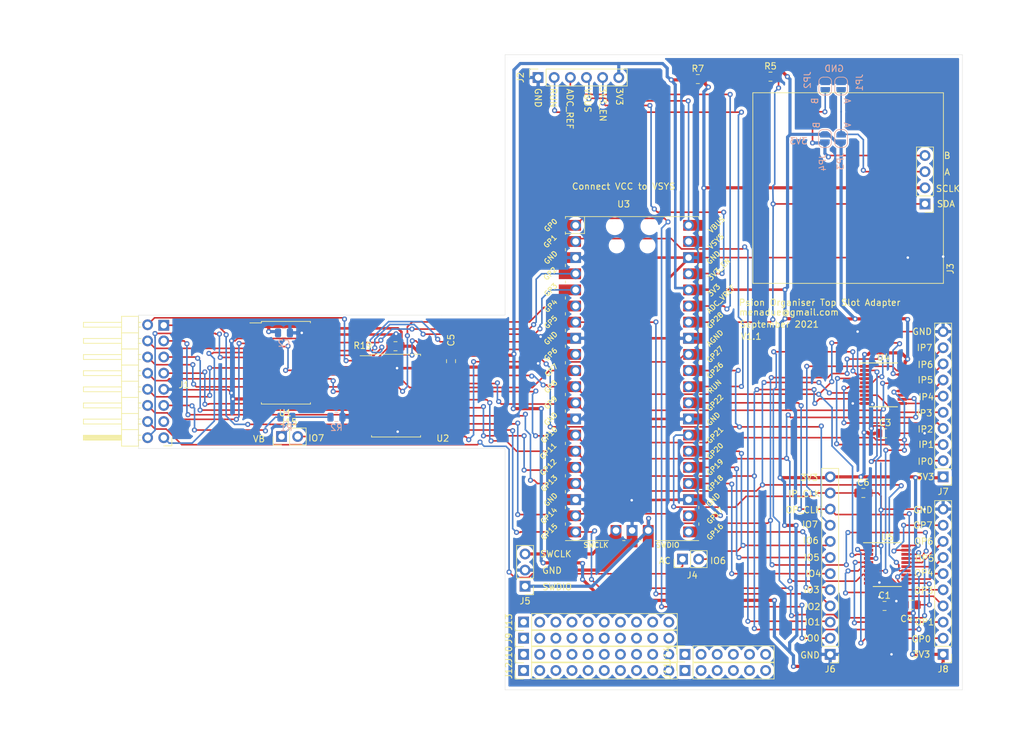
<source format=kicad_pcb>
(kicad_pcb (version 20171130) (host pcbnew 5.1.5+dfsg1-2build2)
  (layers (0 F.Cu signal) (31 B.Cu signal) (34 B.Paste user) (35 F.Paste user) (36 B.SilkS user) (37 F.SilkS user) (38 B.Mask user) (39 F.Mask user) (44 Edge.Cuts user))
  (net 0 "")
  (net 1 GND)
  (net 2 SS)
  (net 3 SOE)
  (net 4 SCLK)
  (net 5 SMR)
  (net 6 SD6)
  (net 7 SD7)
  (net 8 SD4)
  (net 9 SD5)
  (net 10 SD2)
  (net 11 SD3)
  (net 12 SD0)
  (net 13 SD1)
  (net 14 +3V3)
  (net 15 I2C_SCLK)
  (net 16 I2C_SDA)
  (net 17 P_SD7)
  (net 18 P_SD6)
  (net 19 P_SD5)
  (net 20 P_SD4)
  (net 21 P_SD3)
  (net 22 P_SD2)
  (net 23 P_SD1)
  (net 24 P_SD0)
  (net 25 P_SPGM)
  (net 26 P_SS)
  (net 27 P_SOE)
  (net 28 P_SCLK)
  (net 29 P_SMR)
  (net 30 3V3_EN)
  (net 31 VBUS)
  (net 32 ADC_REF)
  (net 33 RUN)
  (net 34 "Net-(J3-Pad4)")
  (net 35 "Net-(J3-Pad3)")
  (net 36 "Net-(J5-Pad3)")
  (net 37 "Net-(J5-Pad1)")
  (net 38 LS_DIR)
  (net 39 AC)
  (net 40 VB)
  (net 41 IO7)
  (net 42 IO6)
  (net 43 IO5)
  (net 44 IO4)
  (net 45 IO3)
  (net 46 IO2)
  (net 47 IO1)
  (net 48 IO0)
  (net 49 IP_CLK)
  (net 50 IP7)
  (net 51 IP6)
  (net 52 IP5)
  (net 53 IP4)
  (net 54 IP3)
  (net 55 IP2)
  (net 56 IP1)
  (net 57 IP0)
  (net 58 OP7)
  (net 59 OP6)
  (net 60 OP5)
  (net 61 OP4)
  (net 62 OP_CLK)
  (net 63 OP3)
  (net 64 OP2)
  (net 65 OP1)
  (net 66 OP0)
  (net 67 "Net-(U3-Pad39)")
  (net 68 "Net-(J15-Pad1)")
  (module Capacitor_SMD:C_0805_2012Metric (layer F.Cu) (at 192.1 114.1)
    (fp_text reference C6 (at 0 -1.65) (layer F.SilkS))
    (fp_text value 33pF)
    (pad 2 smd roundrect (at 0.9375 0) (size 0.975 1.4) (layers F.Cu F.Paste F.Mask) (net 1 GND))
    (pad 1 smd roundrect (at -0.9375 0) (size 0.975 1.4) (layers F.Cu F.Paste F.Mask) (net 49 IP_CLK))
  )
  (module Capacitor_SMD:C_0805_2012Metric (layer F.Cu) (at 199.7 131.7 180)
    (fp_text reference C4 (at 0.8 -2.2) (layer F.SilkS))
    (fp_text value 33pF)
    (pad 2 smd roundrect (at 0.9375 0 180) (size 0.975 1.4) (layers F.Cu F.Paste F.Mask) (net 1 GND))
    (pad 1 smd roundrect (at -0.9375 0 180) (size 0.975 1.4) (layers F.Cu F.Paste F.Mask) (net 62 OP_CLK))
  )
  (module Resistor_SMD:R_0805_2012Metric (layer B.Cu) (at 109.156 102.162)
    (fp_text reference R2 (at 0 1.65) (layer B.SilkS) (effects (justify mirror)))
    (fp_text value R_Small)
    (pad 2 smd roundrect (at 0.9375 0) (size 0.975 1.4) (layers B.Cu B.Paste B.Mask) (net 1 GND))
    (pad 1 smd roundrect (at -0.9375 0) (size 0.975 1.4) (layers B.Cu B.Paste B.Mask) (net 68 "Net-(J15-Pad1)"))
  )
  (module Resistor_SMD:R_0805_2012Metric (layer B.Cu) (at 101.282 102.162)
    (fp_text reference R1 (at 0 1.65) (layer B.SilkS) (effects (justify mirror)))
    (fp_text value R_Small)
    (pad 2 smd roundrect (at 0.9375 0) (size 0.975 1.4) (layers B.Cu B.Paste B.Mask) (net 68 "Net-(J15-Pad1)"))
    (pad 1 smd roundrect (at -0.9375 0) (size 0.975 1.4) (layers B.Cu B.Paste B.Mask) (net 40 VB))
  )
  (module Connector_PinHeader_2.54mm:PinHeader_1x02_P2.54mm_Vertical (layer F.Cu) (at 100.52 105.21 90)
    (fp_text reference J15 (at 2.286 1.143 180) (layer F.SilkS))
    (fp_text value Conn_01x02_Male)
    (pad 2 thru_hole oval (at 0 2.54 90) (size 1.7 1.7) (drill 1) (layers *.Cu *.Mask) (net 41 IO7))
    (pad 1 thru_hole rect (at 0 0 90) (size 1.7 1.7) (drill 1) (layers *.Cu *.Mask) (net 68 "Net-(J15-Pad1)"))
  )
  (module Connector_PinHeader_2.54mm:PinHeader_1x02_P2.54mm_Vertical (layer F.Cu) (at 163.639 124.514 90)
    (fp_text reference J4 (at -2.54 1.524 180) (layer F.SilkS))
    (fp_text value Conn_01x02_Male)
    (pad 2 thru_hole oval (at 0 2.54 90) (size 1.7 1.7) (drill 1) (layers *.Cu *.Mask) (net 42 IO6))
    (pad 1 thru_hole rect (at 0 0 90) (size 1.7 1.7) (drill 1) (layers *.Cu *.Mask) (net 39 AC))
  )
  (module Resistor_SMD:R_0805_2012Metric (layer F.Cu) (at 177.482 48.568)
    (fp_text reference R5 (at 0 -1.65) (layer F.SilkS))
    (fp_text value 4k7)
    (pad 2 smd roundrect (at 0.9375 0) (size 0.975 1.4) (layers F.Cu F.Paste F.Mask) (net 16 I2C_SDA))
    (pad 1 smd roundrect (at -0.9375 0) (size 0.975 1.4) (layers F.Cu F.Paste F.Mask) (net 14 +3V3))
  )
  (module Connector_PinSocket_2.54mm:PinSocket_1x06_P2.54mm_Vertical (layer F.Cu) (at 164.02 139.5 90)
    (fp_text reference J14 (at 0 -2.77 90) (layer F.SilkS))
    (fp_text value Conn_01x06_Female)
    (pad 6 thru_hole oval (at 0 12.7 90) (size 1.7 1.7) (drill 1) (layers *.Cu *.Mask))
    (pad 5 thru_hole oval (at 0 10.16 90) (size 1.7 1.7) (drill 1) (layers *.Cu *.Mask))
    (pad 4 thru_hole oval (at 0 7.62 90) (size 1.7 1.7) (drill 1) (layers *.Cu *.Mask))
    (pad 3 thru_hole oval (at 0 5.08 90) (size 1.7 1.7) (drill 1) (layers *.Cu *.Mask))
    (pad 2 thru_hole oval (at 0 2.54 90) (size 1.7 1.7) (drill 1) (layers *.Cu *.Mask))
    (pad 1 thru_hole rect (at 0 0 90) (size 1.7 1.7) (drill 1) (layers *.Cu *.Mask))
  )
  (module Connector_PinHeader_2.54mm:PinHeader_1x10_P2.54mm_Vertical (layer F.Cu) (at 138.62 134.42 90)
    (fp_text reference J13 (at 0 -2.33 90) (layer F.SilkS))
    (fp_text value Conn_01x10_Female)
    (pad 10 thru_hole oval (at 0 22.86 90) (size 1.7 1.7) (drill 1) (layers *.Cu *.Mask))
    (pad 9 thru_hole oval (at 0 20.32 90) (size 1.7 1.7) (drill 1) (layers *.Cu *.Mask))
    (pad 8 thru_hole oval (at 0 17.78 90) (size 1.7 1.7) (drill 1) (layers *.Cu *.Mask))
    (pad 7 thru_hole oval (at 0 15.24 90) (size 1.7 1.7) (drill 1) (layers *.Cu *.Mask))
    (pad 6 thru_hole oval (at 0 12.7 90) (size 1.7 1.7) (drill 1) (layers *.Cu *.Mask))
    (pad 5 thru_hole oval (at 0 10.16 90) (size 1.7 1.7) (drill 1) (layers *.Cu *.Mask))
    (pad 4 thru_hole oval (at 0 7.62 90) (size 1.7 1.7) (drill 1) (layers *.Cu *.Mask))
    (pad 3 thru_hole oval (at 0 5.08 90) (size 1.7 1.7) (drill 1) (layers *.Cu *.Mask))
    (pad 2 thru_hole oval (at 0 2.54 90) (size 1.7 1.7) (drill 1) (layers *.Cu *.Mask))
    (pad 1 thru_hole rect (at 0 0 90) (size 1.7 1.7) (drill 1) (layers *.Cu *.Mask))
  )
  (module Connector_PinHeader_2.54mm:PinHeader_1x10_P2.54mm_Vertical (layer F.Cu) (at 138.62 142.04 90)
    (fp_text reference J12 (at 0 -2.33 90) (layer F.SilkS))
    (fp_text value Conn_01x10_Female)
    (pad 10 thru_hole oval (at 0 22.86 90) (size 1.7 1.7) (drill 1) (layers *.Cu *.Mask))
    (pad 9 thru_hole oval (at 0 20.32 90) (size 1.7 1.7) (drill 1) (layers *.Cu *.Mask))
    (pad 8 thru_hole oval (at 0 17.78 90) (size 1.7 1.7) (drill 1) (layers *.Cu *.Mask))
    (pad 7 thru_hole oval (at 0 15.24 90) (size 1.7 1.7) (drill 1) (layers *.Cu *.Mask))
    (pad 6 thru_hole oval (at 0 12.7 90) (size 1.7 1.7) (drill 1) (layers *.Cu *.Mask))
    (pad 5 thru_hole oval (at 0 10.16 90) (size 1.7 1.7) (drill 1) (layers *.Cu *.Mask))
    (pad 4 thru_hole oval (at 0 7.62 90) (size 1.7 1.7) (drill 1) (layers *.Cu *.Mask))
    (pad 3 thru_hole oval (at 0 5.08 90) (size 1.7 1.7) (drill 1) (layers *.Cu *.Mask))
    (pad 2 thru_hole oval (at 0 2.54 90) (size 1.7 1.7) (drill 1) (layers *.Cu *.Mask))
    (pad 1 thru_hole rect (at 0 0 90) (size 1.7 1.7) (drill 1) (layers *.Cu *.Mask))
  )
  (module Connector_PinSocket_2.54mm:PinSocket_1x06_P2.54mm_Vertical (layer F.Cu) (at 164.02 142.04 90)
    (fp_text reference J11 (at 0 -2.77 90) (layer F.SilkS))
    (fp_text value Conn_01x06_Female)
    (pad 6 thru_hole oval (at 0 12.7 90) (size 1.7 1.7) (drill 1) (layers *.Cu *.Mask))
    (pad 5 thru_hole oval (at 0 10.16 90) (size 1.7 1.7) (drill 1) (layers *.Cu *.Mask))
    (pad 4 thru_hole oval (at 0 7.62 90) (size 1.7 1.7) (drill 1) (layers *.Cu *.Mask))
    (pad 3 thru_hole oval (at 0 5.08 90) (size 1.7 1.7) (drill 1) (layers *.Cu *.Mask))
    (pad 2 thru_hole oval (at 0 2.54 90) (size 1.7 1.7) (drill 1) (layers *.Cu *.Mask))
    (pad 1 thru_hole rect (at 0 0 90) (size 1.7 1.7) (drill 1) (layers *.Cu *.Mask))
  )
  (module Connector_PinHeader_2.54mm:PinHeader_1x10_P2.54mm_Vertical (layer F.Cu) (at 138.62 139.5 90)
    (fp_text reference J10 (at 0 -2.33 90) (layer F.SilkS))
    (fp_text value Conn_01x10_Female)
    (pad 10 thru_hole oval (at 0 22.86 90) (size 1.7 1.7) (drill 1) (layers *.Cu *.Mask))
    (pad 9 thru_hole oval (at 0 20.32 90) (size 1.7 1.7) (drill 1) (layers *.Cu *.Mask))
    (pad 8 thru_hole oval (at 0 17.78 90) (size 1.7 1.7) (drill 1) (layers *.Cu *.Mask))
    (pad 7 thru_hole oval (at 0 15.24 90) (size 1.7 1.7) (drill 1) (layers *.Cu *.Mask))
    (pad 6 thru_hole oval (at 0 12.7 90) (size 1.7 1.7) (drill 1) (layers *.Cu *.Mask))
    (pad 5 thru_hole oval (at 0 10.16 90) (size 1.7 1.7) (drill 1) (layers *.Cu *.Mask))
    (pad 4 thru_hole oval (at 0 7.62 90) (size 1.7 1.7) (drill 1) (layers *.Cu *.Mask))
    (pad 3 thru_hole oval (at 0 5.08 90) (size 1.7 1.7) (drill 1) (layers *.Cu *.Mask))
    (pad 2 thru_hole oval (at 0 2.54 90) (size 1.7 1.7) (drill 1) (layers *.Cu *.Mask))
    (pad 1 thru_hole rect (at 0 0 90) (size 1.7 1.7) (drill 1) (layers *.Cu *.Mask))
  )
  (module Connector_PinHeader_2.54mm:PinHeader_1x10_P2.54mm_Vertical (layer F.Cu) (at 138.62 136.96 90)
    (fp_text reference J9 (at 0 -2.33 90) (layer F.SilkS))
    (fp_text value Conn_01x10_Female)
    (pad 10 thru_hole oval (at 0 22.86 90) (size 1.7 1.7) (drill 1) (layers *.Cu *.Mask))
    (pad 9 thru_hole oval (at 0 20.32 90) (size 1.7 1.7) (drill 1) (layers *.Cu *.Mask))
    (pad 8 thru_hole oval (at 0 17.78 90) (size 1.7 1.7) (drill 1) (layers *.Cu *.Mask))
    (pad 7 thru_hole oval (at 0 15.24 90) (size 1.7 1.7) (drill 1) (layers *.Cu *.Mask))
    (pad 6 thru_hole oval (at 0 12.7 90) (size 1.7 1.7) (drill 1) (layers *.Cu *.Mask))
    (pad 5 thru_hole oval (at 0 10.16 90) (size 1.7 1.7) (drill 1) (layers *.Cu *.Mask))
    (pad 4 thru_hole oval (at 0 7.62 90) (size 1.7 1.7) (drill 1) (layers *.Cu *.Mask))
    (pad 3 thru_hole oval (at 0 5.08 90) (size 1.7 1.7) (drill 1) (layers *.Cu *.Mask))
    (pad 2 thru_hole oval (at 0 2.54 90) (size 1.7 1.7) (drill 1) (layers *.Cu *.Mask))
    (pad 1 thru_hole rect (at 0 0 90) (size 1.7 1.7) (drill 1) (layers *.Cu *.Mask))
  )
  (module Connector_PinHeader_2.54mm:PinHeader_1x10_P2.54mm_Vertical (layer F.Cu) (at 204.66 139.5 180)
    (fp_text reference J8 (at 0 -2.33) (layer F.SilkS))
    (fp_text value Conn_01x10_Female)
    (pad 10 thru_hole oval (at 0 22.86 180) (size 1.7 1.7) (drill 1) (layers *.Cu *.Mask) (net 1 GND))
    (pad 9 thru_hole oval (at 0 20.32 180) (size 1.7 1.7) (drill 1) (layers *.Cu *.Mask) (net 58 OP7))
    (pad 8 thru_hole oval (at 0 17.78 180) (size 1.7 1.7) (drill 1) (layers *.Cu *.Mask) (net 59 OP6))
    (pad 7 thru_hole oval (at 0 15.24 180) (size 1.7 1.7) (drill 1) (layers *.Cu *.Mask) (net 60 OP5))
    (pad 6 thru_hole oval (at 0 12.7 180) (size 1.7 1.7) (drill 1) (layers *.Cu *.Mask) (net 61 OP4))
    (pad 5 thru_hole oval (at 0 10.16 180) (size 1.7 1.7) (drill 1) (layers *.Cu *.Mask) (net 63 OP3))
    (pad 4 thru_hole oval (at 0 7.62 180) (size 1.7 1.7) (drill 1) (layers *.Cu *.Mask) (net 64 OP2))
    (pad 3 thru_hole oval (at 0 5.08 180) (size 1.7 1.7) (drill 1) (layers *.Cu *.Mask) (net 65 OP1))
    (pad 2 thru_hole oval (at 0 2.54 180) (size 1.7 1.7) (drill 1) (layers *.Cu *.Mask) (net 66 OP0))
    (pad 1 thru_hole rect (at 0 0 180) (size 1.7 1.7) (drill 1) (layers *.Cu *.Mask) (net 14 +3V3))
  )
  (module Connector_PinHeader_2.54mm:PinHeader_1x10_P2.54mm_Vertical (layer F.Cu) (at 204.66 111.56 180)
    (fp_text reference J7 (at 0 -2.33) (layer F.SilkS))
    (fp_text value Conn_01x10_Female)
    (pad 10 thru_hole oval (at 0 22.86 180) (size 1.7 1.7) (drill 1) (layers *.Cu *.Mask) (net 1 GND))
    (pad 9 thru_hole oval (at 0 20.32 180) (size 1.7 1.7) (drill 1) (layers *.Cu *.Mask) (net 50 IP7))
    (pad 8 thru_hole oval (at 0 17.78 180) (size 1.7 1.7) (drill 1) (layers *.Cu *.Mask) (net 51 IP6))
    (pad 7 thru_hole oval (at 0 15.24 180) (size 1.7 1.7) (drill 1) (layers *.Cu *.Mask) (net 52 IP5))
    (pad 6 thru_hole oval (at 0 12.7 180) (size 1.7 1.7) (drill 1) (layers *.Cu *.Mask) (net 53 IP4))
    (pad 5 thru_hole oval (at 0 10.16 180) (size 1.7 1.7) (drill 1) (layers *.Cu *.Mask) (net 54 IP3))
    (pad 4 thru_hole oval (at 0 7.62 180) (size 1.7 1.7) (drill 1) (layers *.Cu *.Mask) (net 55 IP2))
    (pad 3 thru_hole oval (at 0 5.08 180) (size 1.7 1.7) (drill 1) (layers *.Cu *.Mask) (net 56 IP1))
    (pad 2 thru_hole oval (at 0 2.54 180) (size 1.7 1.7) (drill 1) (layers *.Cu *.Mask) (net 57 IP0))
    (pad 1 thru_hole rect (at 0 0 180) (size 1.7 1.7) (drill 1) (layers *.Cu *.Mask) (net 14 +3V3))
  )
  (module Capacitor_SMD:C_0805_2012Metric (layer F.Cu) (at 195.516 104.702)
    (fp_text reference C3 (at 0 -1.65) (layer F.SilkS))
    (fp_text value C_Small)
    (pad 2 smd roundrect (at 0.9375 0) (size 0.975 1.4) (layers F.Cu F.Paste F.Mask) (net 1 GND))
    (pad 1 smd roundrect (at -0.9375 0) (size 0.975 1.4) (layers F.Cu F.Paste F.Mask) (net 14 +3V3))
  )
  (module Capacitor_SMD:C_0805_2012Metric (layer F.Cu) (at 195.4375 131.88)
    (fp_text reference C1 (at 0 -1.65) (layer F.SilkS))
    (fp_text value C_Small)
    (pad 2 smd roundrect (at 0.9375 0) (size 0.975 1.4) (layers F.Cu F.Paste F.Mask) (net 1 GND))
    (pad 1 smd roundrect (at -0.9375 0) (size 0.975 1.4) (layers F.Cu F.Paste F.Mask) (net 14 +3V3))
  )
  (module Package_SO:TSSOP-20_4.4x6.5mm_P0.65mm (layer F.Cu) (at 195.868 125.377)
    (fp_text reference U5 (at 0 -4.3) (layer F.SilkS))
    (fp_text value 74LS374)
    (pad 20 smd rect (at 2.95 -2.925) (size 1.45 0.45) (layers F.Cu F.Paste F.Mask) (net 14 +3V3))
    (pad 19 smd rect (at 2.95 -2.275) (size 1.45 0.45) (layers F.Cu F.Paste F.Mask) (net 58 OP7))
    (pad 18 smd rect (at 2.95 -1.625) (size 1.45 0.45) (layers F.Cu F.Paste F.Mask) (net 17 P_SD7))
    (pad 17 smd rect (at 2.95 -0.975) (size 1.45 0.45) (layers F.Cu F.Paste F.Mask) (net 18 P_SD6))
    (pad 16 smd rect (at 2.95 -0.325) (size 1.45 0.45) (layers F.Cu F.Paste F.Mask) (net 59 OP6))
    (pad 15 smd rect (at 2.95 0.325) (size 1.45 0.45) (layers F.Cu F.Paste F.Mask) (net 60 OP5))
    (pad 14 smd rect (at 2.95 0.975) (size 1.45 0.45) (layers F.Cu F.Paste F.Mask) (net 19 P_SD5))
    (pad 13 smd rect (at 2.95 1.625) (size 1.45 0.45) (layers F.Cu F.Paste F.Mask) (net 20 P_SD4))
    (pad 12 smd rect (at 2.95 2.275) (size 1.45 0.45) (layers F.Cu F.Paste F.Mask) (net 61 OP4))
    (pad 11 smd rect (at 2.95 2.925) (size 1.45 0.45) (layers F.Cu F.Paste F.Mask) (net 62 OP_CLK))
    (pad 10 smd rect (at -2.95 2.925) (size 1.45 0.45) (layers F.Cu F.Paste F.Mask) (net 1 GND))
    (pad 9 smd rect (at -2.95 2.275) (size 1.45 0.45) (layers F.Cu F.Paste F.Mask) (net 63 OP3))
    (pad 8 smd rect (at -2.95 1.625) (size 1.45 0.45) (layers F.Cu F.Paste F.Mask) (net 21 P_SD3))
    (pad 7 smd rect (at -2.95 0.975) (size 1.45 0.45) (layers F.Cu F.Paste F.Mask) (net 22 P_SD2))
    (pad 6 smd rect (at -2.95 0.325) (size 1.45 0.45) (layers F.Cu F.Paste F.Mask) (net 64 OP2))
    (pad 5 smd rect (at -2.95 -0.325) (size 1.45 0.45) (layers F.Cu F.Paste F.Mask) (net 65 OP1))
    (pad 4 smd rect (at -2.95 -0.975) (size 1.45 0.45) (layers F.Cu F.Paste F.Mask) (net 23 P_SD1))
    (pad 3 smd rect (at -2.95 -1.625) (size 1.45 0.45) (layers F.Cu F.Paste F.Mask) (net 24 P_SD0))
    (pad 2 smd rect (at -2.95 -2.275) (size 1.45 0.45) (layers F.Cu F.Paste F.Mask) (net 66 OP0))
    (pad 1 smd rect (at -2.95 -2.925) (size 1.45 0.45) (layers F.Cu F.Paste F.Mask) (net 1 GND))
  )
  (module Package_SO:TSSOP-20_4.4x6.5mm_P0.65mm (layer F.Cu) (at 195.262 97.082)
    (fp_text reference U4 (at 0 -4.3) (layer F.SilkS))
    (fp_text value 74LS244)
    (pad 20 smd rect (at 2.95 -2.925) (size 1.45 0.45) (layers F.Cu F.Paste F.Mask) (net 14 +3V3))
    (pad 19 smd rect (at 2.95 -2.275) (size 1.45 0.45) (layers F.Cu F.Paste F.Mask) (net 49 IP_CLK))
    (pad 18 smd rect (at 2.95 -1.625) (size 1.45 0.45) (layers F.Cu F.Paste F.Mask) (net 24 P_SD0))
    (pad 17 smd rect (at 2.95 -0.975) (size 1.45 0.45) (layers F.Cu F.Paste F.Mask) (net 50 IP7))
    (pad 16 smd rect (at 2.95 -0.325) (size 1.45 0.45) (layers F.Cu F.Paste F.Mask) (net 23 P_SD1))
    (pad 15 smd rect (at 2.95 0.325) (size 1.45 0.45) (layers F.Cu F.Paste F.Mask) (net 51 IP6))
    (pad 14 smd rect (at 2.95 0.975) (size 1.45 0.45) (layers F.Cu F.Paste F.Mask) (net 22 P_SD2))
    (pad 13 smd rect (at 2.95 1.625) (size 1.45 0.45) (layers F.Cu F.Paste F.Mask) (net 52 IP5))
    (pad 12 smd rect (at 2.95 2.275) (size 1.45 0.45) (layers F.Cu F.Paste F.Mask) (net 21 P_SD3))
    (pad 11 smd rect (at 2.95 2.925) (size 1.45 0.45) (layers F.Cu F.Paste F.Mask) (net 53 IP4))
    (pad 10 smd rect (at -2.95 2.925) (size 1.45 0.45) (layers F.Cu F.Paste F.Mask) (net 1 GND))
    (pad 9 smd rect (at -2.95 2.275) (size 1.45 0.45) (layers F.Cu F.Paste F.Mask) (net 20 P_SD4))
    (pad 8 smd rect (at -2.95 1.625) (size 1.45 0.45) (layers F.Cu F.Paste F.Mask) (net 54 IP3))
    (pad 7 smd rect (at -2.95 0.975) (size 1.45 0.45) (layers F.Cu F.Paste F.Mask) (net 19 P_SD5))
    (pad 6 smd rect (at -2.95 0.325) (size 1.45 0.45) (layers F.Cu F.Paste F.Mask) (net 55 IP2))
    (pad 5 smd rect (at -2.95 -0.325) (size 1.45 0.45) (layers F.Cu F.Paste F.Mask) (net 18 P_SD6))
    (pad 4 smd rect (at -2.95 -0.975) (size 1.45 0.45) (layers F.Cu F.Paste F.Mask) (net 56 IP1))
    (pad 3 smd rect (at -2.95 -1.625) (size 1.45 0.45) (layers F.Cu F.Paste F.Mask) (net 17 P_SD7))
    (pad 2 smd rect (at -2.95 -2.275) (size 1.45 0.45) (layers F.Cu F.Paste F.Mask) (net 57 IP0))
    (pad 1 smd rect (at -2.95 -2.925) (size 1.45 0.45) (layers F.Cu F.Paste F.Mask) (net 49 IP_CLK))
  )
  (module Connector_PinHeader_2.54mm:PinHeader_1x12_P2.54mm_Vertical (layer F.Cu) (at 186.88 139.5 180)
    (fp_text reference J6 (at 0 -2.33) (layer F.SilkS))
    (fp_text value Conn_01x12_Female)
    (pad 12 thru_hole oval (at 0 27.94 180) (size 1.7 1.7) (drill 1) (layers *.Cu *.Mask) (net 14 +3V3))
    (pad 11 thru_hole oval (at 0 25.4 180) (size 1.7 1.7) (drill 1) (layers *.Cu *.Mask) (net 49 IP_CLK))
    (pad 10 thru_hole oval (at 0 22.86 180) (size 1.7 1.7) (drill 1) (layers *.Cu *.Mask) (net 62 OP_CLK))
    (pad 9 thru_hole oval (at 0 20.32 180) (size 1.7 1.7) (drill 1) (layers *.Cu *.Mask) (net 41 IO7))
    (pad 8 thru_hole oval (at 0 17.78 180) (size 1.7 1.7) (drill 1) (layers *.Cu *.Mask) (net 42 IO6))
    (pad 7 thru_hole oval (at 0 15.24 180) (size 1.7 1.7) (drill 1) (layers *.Cu *.Mask) (net 43 IO5))
    (pad 6 thru_hole oval (at 0 12.7 180) (size 1.7 1.7) (drill 1) (layers *.Cu *.Mask) (net 44 IO4))
    (pad 5 thru_hole oval (at 0 10.16 180) (size 1.7 1.7) (drill 1) (layers *.Cu *.Mask) (net 45 IO3))
    (pad 4 thru_hole oval (at 0 7.62 180) (size 1.7 1.7) (drill 1) (layers *.Cu *.Mask) (net 46 IO2))
    (pad 3 thru_hole oval (at 0 5.08 180) (size 1.7 1.7) (drill 1) (layers *.Cu *.Mask) (net 47 IO1))
    (pad 2 thru_hole oval (at 0 2.54 180) (size 1.7 1.7) (drill 1) (layers *.Cu *.Mask) (net 48 IO0))
    (pad 1 thru_hole rect (at 0 0 180) (size 1.7 1.7) (drill 1) (layers *.Cu *.Mask) (net 1 GND))
  )
  (module Connector_PinSocket_2.54mm:PinSocket_1x06_P2.54mm_Vertical (layer F.Cu) (at 140.9 48.7 90)
    (fp_text reference J2 (at 0 -2.77 90) (layer F.SilkS))
    (fp_text value Conn_01x06_Female)
    (pad 6 thru_hole oval (at 0 12.7 90) (size 1.7 1.7) (drill 1) (layers *.Cu *.Mask) (net 14 +3V3))
    (pad 5 thru_hole oval (at 0 10.16 90) (size 1.7 1.7) (drill 1) (layers *.Cu *.Mask) (net 30 3V3_EN))
    (pad 4 thru_hole oval (at 0 7.62 90) (size 1.7 1.7) (drill 1) (layers *.Cu *.Mask) (net 31 VBUS))
    (pad 3 thru_hole oval (at 0 5.08 90) (size 1.7 1.7) (drill 1) (layers *.Cu *.Mask) (net 32 ADC_REF))
    (pad 2 thru_hole oval (at 0 2.54 90) (size 1.7 1.7) (drill 1) (layers *.Cu *.Mask) (net 33 RUN))
    (pad 1 thru_hole rect (at 0 0 90) (size 1.7 1.7) (drill 1) (layers *.Cu *.Mask) (net 1 GND))
  )
  (module Capacitor_SMD:C_0805_2012Metric (layer B.Cu) (at 100.9 88.9)
    (fp_text reference C2 (at 0 1.65) (layer B.SilkS) (effects (justify mirror)))
    (fp_text value 100nF)
    (pad 2 smd roundrect (at 0.9375 0) (size 0.975 1.4) (layers B.Cu B.Paste B.Mask) (net 1 GND))
    (pad 1 smd roundrect (at -0.9375 0) (size 0.975 1.4) (layers B.Cu B.Paste B.Mask) (net 14 +3V3))
  )
  (module Connector_PinHeader_2.54mm:PinHeader_1x03_P2.54mm_Vertical (layer F.Cu) (at 138.85 128.78 180)
    (fp_text reference J5 (at 0 -2.33) (layer F.SilkS))
    (fp_text value Conn_01x03_Female)
    (pad 3 thru_hole oval (at 0 5.08 180) (size 1.7 1.7) (drill 1) (layers *.Cu *.Mask) (net 36 "Net-(J5-Pad3)"))
    (pad 2 thru_hole oval (at 0 2.54 180) (size 1.7 1.7) (drill 1) (layers *.Cu *.Mask) (net 1 GND))
    (pad 1 thru_hole rect (at 0 0 180) (size 1.7 1.7) (drill 1) (layers *.Cu *.Mask) (net 37 "Net-(J5-Pad1)"))
  )
  (module Package_SO:SOIC-20W_7.5x12.8mm_P1.27mm (layer F.Cu) (at 118.55 98.775)
    (fp_text reference U2 (at 7.35 6.725) (layer F.SilkS))
    (fp_text value 74LS245)
    (pad 20 smd roundrect (at 4.65 -5.715) (size 2.05 0.6) (layers F.Cu F.Paste F.Mask) (net 14 +3V3))
    (pad 19 smd roundrect (at 4.65 -4.445) (size 2.05 0.6) (layers F.Cu F.Paste F.Mask) (net 1 GND))
    (pad 18 smd roundrect (at 4.65 -3.175) (size 2.05 0.6) (layers F.Cu F.Paste F.Mask) (net 24 P_SD0))
    (pad 17 smd roundrect (at 4.65 -1.905) (size 2.05 0.6) (layers F.Cu F.Paste F.Mask) (net 23 P_SD1))
    (pad 16 smd roundrect (at 4.65 -0.635) (size 2.05 0.6) (layers F.Cu F.Paste F.Mask) (net 22 P_SD2))
    (pad 15 smd roundrect (at 4.65 0.635) (size 2.05 0.6) (layers F.Cu F.Paste F.Mask) (net 21 P_SD3))
    (pad 14 smd roundrect (at 4.65 1.905) (size 2.05 0.6) (layers F.Cu F.Paste F.Mask) (net 20 P_SD4))
    (pad 13 smd roundrect (at 4.65 3.175) (size 2.05 0.6) (layers F.Cu F.Paste F.Mask) (net 19 P_SD5))
    (pad 12 smd roundrect (at 4.65 4.445) (size 2.05 0.6) (layers F.Cu F.Paste F.Mask) (net 18 P_SD6))
    (pad 11 smd roundrect (at 4.65 5.715) (size 2.05 0.6) (layers F.Cu F.Paste F.Mask) (net 17 P_SD7))
    (pad 10 smd roundrect (at -4.65 5.715) (size 2.05 0.6) (layers F.Cu F.Paste F.Mask) (net 1 GND))
    (pad 9 smd roundrect (at -4.65 4.445) (size 2.05 0.6) (layers F.Cu F.Paste F.Mask) (net 7 SD7))
    (pad 8 smd roundrect (at -4.65 3.175) (size 2.05 0.6) (layers F.Cu F.Paste F.Mask) (net 6 SD6))
    (pad 7 smd roundrect (at -4.65 1.905) (size 2.05 0.6) (layers F.Cu F.Paste F.Mask) (net 9 SD5))
    (pad 6 smd roundrect (at -4.65 0.635) (size 2.05 0.6) (layers F.Cu F.Paste F.Mask) (net 8 SD4))
    (pad 5 smd roundrect (at -4.65 -0.635) (size 2.05 0.6) (layers F.Cu F.Paste F.Mask) (net 11 SD3))
    (pad 4 smd roundrect (at -4.65 -1.905) (size 2.05 0.6) (layers F.Cu F.Paste F.Mask) (net 10 SD2))
    (pad 3 smd roundrect (at -4.65 -3.175) (size 2.05 0.6) (layers F.Cu F.Paste F.Mask) (net 13 SD1))
    (pad 2 smd roundrect (at -4.65 -4.445) (size 2.05 0.6) (layers F.Cu F.Paste F.Mask) (net 12 SD0))
    (pad 1 smd roundrect (at -4.65 -5.715) (size 2.05 0.6) (layers F.Cu F.Paste F.Mask) (net 38 LS_DIR))
  )
  (module Package_SO:SOIC-20W_7.5x12.8mm_P1.27mm (layer F.Cu) (at 101.2 93.6)
    (fp_text reference U1 (at -0.1 7.9) (layer F.SilkS))
    (fp_text value 74LS245)
    (pad 20 smd roundrect (at 4.65 -5.715) (size 2.05 0.6) (layers F.Cu F.Paste F.Mask) (net 14 +3V3))
    (pad 19 smd roundrect (at 4.65 -4.445) (size 2.05 0.6) (layers F.Cu F.Paste F.Mask) (net 1 GND))
    (pad 18 smd roundrect (at 4.65 -3.175) (size 2.05 0.6) (layers F.Cu F.Paste F.Mask) (net 25 P_SPGM))
    (pad 17 smd roundrect (at 4.65 -1.905) (size 2.05 0.6) (layers F.Cu F.Paste F.Mask) (net 26 P_SS))
    (pad 16 smd roundrect (at 4.65 -0.635) (size 2.05 0.6) (layers F.Cu F.Paste F.Mask) (net 27 P_SOE))
    (pad 15 smd roundrect (at 4.65 0.635) (size 2.05 0.6) (layers F.Cu F.Paste F.Mask) (net 29 P_SMR))
    (pad 14 smd roundrect (at 4.65 1.905) (size 2.05 0.6) (layers F.Cu F.Paste F.Mask) (net 28 P_SCLK))
    (pad 13 smd roundrect (at 4.65 3.175) (size 2.05 0.6) (layers F.Cu F.Paste F.Mask))
    (pad 12 smd roundrect (at 4.65 4.445) (size 2.05 0.6) (layers F.Cu F.Paste F.Mask))
    (pad 11 smd roundrect (at 4.65 5.715) (size 2.05 0.6) (layers F.Cu F.Paste F.Mask))
    (pad 10 smd roundrect (at -4.65 5.715) (size 2.05 0.6) (layers F.Cu F.Paste F.Mask) (net 1 GND))
    (pad 9 smd roundrect (at -4.65 4.445) (size 2.05 0.6) (layers F.Cu F.Paste F.Mask))
    (pad 8 smd roundrect (at -4.65 3.175) (size 2.05 0.6) (layers F.Cu F.Paste F.Mask))
    (pad 7 smd roundrect (at -4.65 1.905) (size 2.05 0.6) (layers F.Cu F.Paste F.Mask))
    (pad 6 smd roundrect (at -4.65 0.635) (size 2.05 0.6) (layers F.Cu F.Paste F.Mask) (net 4 SCLK))
    (pad 5 smd roundrect (at -4.65 -0.635) (size 2.05 0.6) (layers F.Cu F.Paste F.Mask) (net 5 SMR))
    (pad 4 smd roundrect (at -4.65 -1.905) (size 2.05 0.6) (layers F.Cu F.Paste F.Mask) (net 3 SOE))
    (pad 3 smd roundrect (at -4.65 -3.175) (size 2.05 0.6) (layers F.Cu F.Paste F.Mask) (net 2 SS))
    (pad 2 smd roundrect (at -4.65 -4.445) (size 2.05 0.6) (layers F.Cu F.Paste F.Mask))
    (pad 1 smd roundrect (at -4.65 -5.715) (size 2.05 0.6) (layers F.Cu F.Paste F.Mask) (net 14 +3V3))
  )
  (module Resistor_SMD:R_0805_2012Metric (layer F.Cu) (at 118.45 91 180)
    (fp_text reference R19 (at 5.15 0.1) (layer F.SilkS))
    (fp_text value R_Small)
    (pad 2 smd roundrect (at 0.9375 0 180) (size 0.975 1.4) (layers F.Cu F.Paste F.Mask) (net 38 LS_DIR))
    (pad 1 smd roundrect (at -0.9375 0 180) (size 0.975 1.4) (layers F.Cu F.Paste F.Mask) (net 14 +3V3))
  )
  (module Jumper:SolderJumper-2_P1.3mm_Open_RoundedPad1.0x1.5mm (layer B.Cu) (at 186.05 58.3 90)
    (fp_text reference JP4 (at -3.8 -0.35 90) (layer B.SilkS) (effects (justify mirror)))
    (fp_text value Jumper_NO_Small)
    (pad 2 smd custom (at 0.65 0 90) (size 1 0.5) (layers B.Cu B.Mask) (net 14 +3V3) (options (clearance outline) (anchor rect)) (primitives (gr_circle (center 0 -0.25) (end 0.5 -0.25) (width 0)) (gr_circle (center 0 0.25) (end 0.5 0.25) (width 0)) (gr_poly (pts (xy 0 0.75) (xy -0.5 0.75) (xy -0.5 -0.75) (xy 0 -0.75)) (width 0))))
    (pad 1 smd custom (at -0.65 0 90) (size 1 0.5) (layers B.Cu B.Mask) (net 34 "Net-(J3-Pad4)") (options (clearance outline) (anchor rect)) (primitives (gr_circle (center 0 -0.25) (end 0.5 -0.25) (width 0)) (gr_circle (center 0 0.25) (end 0.5 0.25) (width 0)) (gr_poly (pts (xy 0 0.75) (xy 0.5 0.75) (xy 0.5 -0.75) (xy 0 -0.75)) (width 0))))
  )
  (module Jumper:SolderJumper-2_P1.3mm_Open_RoundedPad1.0x1.5mm (layer B.Cu) (at 188.6 58.3 270)
    (fp_text reference JP3 (at 3.6 0.1 90) (layer B.SilkS) (effects (justify mirror)))
    (fp_text value Jumper_NO_Small)
    (pad 2 smd custom (at 0.65 0 270) (size 1 0.5) (layers B.Cu B.Mask) (net 14 +3V3) (options (clearance outline) (anchor rect)) (primitives (gr_circle (center 0 -0.25) (end 0.5 -0.25) (width 0)) (gr_circle (center 0 0.25) (end 0.5 0.25) (width 0)) (gr_poly (pts (xy 0 0.75) (xy -0.5 0.75) (xy -0.5 -0.75) (xy 0 -0.75)) (width 0))))
    (pad 1 smd custom (at -0.65 0 270) (size 1 0.5) (layers B.Cu B.Mask) (net 35 "Net-(J3-Pad3)") (options (clearance outline) (anchor rect)) (primitives (gr_circle (center 0 -0.25) (end 0.5 -0.25) (width 0)) (gr_circle (center 0 0.25) (end 0.5 0.25) (width 0)) (gr_poly (pts (xy 0 0.75) (xy 0.5 0.75) (xy 0.5 -0.75) (xy 0 -0.75)) (width 0))))
  )
  (module Jumper:SolderJumper-2_P1.3mm_Open_RoundedPad1.0x1.5mm (layer B.Cu) (at 186.1 50.05 90)
    (fp_text reference JP2 (at 0.95 -2.8 90) (layer B.SilkS) (effects (justify mirror)))
    (fp_text value Jumper_NO_Small)
    (pad 2 smd custom (at 0.65 0 90) (size 1 0.5) (layers B.Cu B.Mask) (net 1 GND) (options (clearance outline) (anchor rect)) (primitives (gr_circle (center 0 -0.25) (end 0.5 -0.25) (width 0)) (gr_circle (center 0 0.25) (end 0.5 0.25) (width 0)) (gr_poly (pts (xy 0 0.75) (xy -0.5 0.75) (xy -0.5 -0.75) (xy 0 -0.75)) (width 0))))
    (pad 1 smd custom (at -0.65 0 90) (size 1 0.5) (layers B.Cu B.Mask) (net 34 "Net-(J3-Pad4)") (options (clearance outline) (anchor rect)) (primitives (gr_circle (center 0 -0.25) (end 0.5 -0.25) (width 0)) (gr_circle (center 0 0.25) (end 0.5 0.25) (width 0)) (gr_poly (pts (xy 0 0.75) (xy 0.5 0.75) (xy 0.5 -0.75) (xy 0 -0.75)) (width 0))))
  )
  (module Jumper:SolderJumper-2_P1.3mm_Open_RoundedPad1.0x1.5mm (layer B.Cu) (at 188.6 50.05 90)
    (fp_text reference JP1 (at 0.55 2.9 90) (layer B.SilkS) (effects (justify mirror)))
    (fp_text value Jumper_NO_Small)
    (pad 2 smd custom (at 0.65 0 90) (size 1 0.5) (layers B.Cu B.Mask) (net 1 GND) (options (clearance outline) (anchor rect)) (primitives (gr_circle (center 0 -0.25) (end 0.5 -0.25) (width 0)) (gr_circle (center 0 0.25) (end 0.5 0.25) (width 0)) (gr_poly (pts (xy 0 0.75) (xy -0.5 0.75) (xy -0.5 -0.75) (xy 0 -0.75)) (width 0))))
    (pad 1 smd custom (at -0.65 0 90) (size 1 0.5) (layers B.Cu B.Mask) (net 35 "Net-(J3-Pad3)") (options (clearance outline) (anchor rect)) (primitives (gr_circle (center 0 -0.25) (end 0.5 -0.25) (width 0)) (gr_circle (center 0 0.25) (end 0.5 0.25) (width 0)) (gr_poly (pts (xy 0 0.75) (xy 0.5 0.75) (xy 0.5 -0.75) (xy 0 -0.75)) (width 0))))
  )
  (module Capacitor_SMD:C_0805_2012Metric (layer F.Cu) (at 127.2 93.35 270)
    (fp_text reference C5 (at -3.302 0 270) (layer F.SilkS))
    (fp_text value 100nF)
    (pad 2 smd roundrect (at 0.9375 0 270) (size 0.975 1.4) (layers F.Cu F.Paste F.Mask) (net 1 GND))
    (pad 1 smd roundrect (at -0.9375 0 270) (size 0.975 1.4) (layers F.Cu F.Paste F.Mask) (net 14 +3V3))
  )
  (module psion_org_2:Psion_datapak_2x08_P2.54mm_Horizontal (layer F.Cu) (at 81.978 105.4 180)
    (fp_text reference J1 (at -3.184 8.318) (layer F.SilkS))
    (fp_text value Conn_02x08_Odd_Even)
    (pad 16 thru_hole oval (at 2.54 0) (size 1.7 1.7) (drill 1) (layers *.Cu *.Mask) (net 5 SMR))
    (pad 15 thru_hole oval (at 0 0 180) (size 1.7 1.7) (drill 1) (layers *.Cu *.Mask) (net 3 SOE))
    (pad 14 thru_hole oval (at 2.54 2.54) (size 1.7 1.7) (drill 1) (layers *.Cu *.Mask) (net 39 AC))
    (pad 13 thru_hole oval (at 0 2.54 180) (size 1.7 1.7) (drill 1) (layers *.Cu *.Mask))
    (pad 12 thru_hole oval (at 2.54 5.08) (size 1.7 1.7) (drill 1) (layers *.Cu *.Mask) (net 2 SS))
    (pad 11 thru_hole oval (at 0 5.08 180) (size 1.7 1.7) (drill 1) (layers *.Cu *.Mask) (net 40 VB))
    (pad 10 thru_hole oval (at 2.54 7.62) (size 1.7 1.7) (drill 1) (layers *.Cu *.Mask) (net 4 SCLK))
    (pad 9 thru_hole oval (at 0 7.62 180) (size 1.7 1.7) (drill 1) (layers *.Cu *.Mask) (net 1 GND))
    (pad 8 thru_hole oval (at 2.54 10.16) (size 1.7 1.7) (drill 1) (layers *.Cu *.Mask) (net 11 SD3))
    (pad 7 thru_hole oval (at 0 10.16 180) (size 1.7 1.7) (drill 1) (layers *.Cu *.Mask) (net 8 SD4))
    (pad 6 thru_hole oval (at 2.54 12.7) (size 1.7 1.7) (drill 1) (layers *.Cu *.Mask) (net 10 SD2))
    (pad 5 thru_hole oval (at 0 12.7 180) (size 1.7 1.7) (drill 1) (layers *.Cu *.Mask) (net 9 SD5))
    (pad 4 thru_hole oval (at 2.54 15.24) (size 1.7 1.7) (drill 1) (layers *.Cu *.Mask) (net 13 SD1))
    (pad 3 thru_hole oval (at 0 15.24 180) (size 1.7 1.7) (drill 1) (layers *.Cu *.Mask) (net 6 SD6))
    (pad 2 thru_hole oval (at 2.54 17.78) (size 1.7 1.7) (drill 1) (layers *.Cu *.Mask) (net 12 SD0))
    (pad 1 thru_hole rect (at 0 17.7 180) (size 1.7 1.7) (drill 1) (layers *.Cu *.Mask) (net 7 SD7))
  )
  (module rp2040:RPi_Pico_SMD_TH (layer F.Cu) (at 155.7 96.1)
    (fp_text reference U3 (at -1.332 -27.466) (layer F.SilkS))
    (fp_text value Pico)
    (fp_text user SWDIO (at 5.6 26.2) (layer F.SilkS) (effects (font (size 0.8 0.8))))
    (fp_text user SWCLK (at -5.7 26.2) (layer F.SilkS) (effects (font (size 0.8 0.8))))
    (fp_text user AGND (at 13.054 -6.35 45) (layer F.SilkS) (effects (font (size 0.8 0.8))))
    (fp_text user GND (at 12.8 -19.05 45) (layer F.SilkS) (effects (font (size 0.8 0.8))))
    (fp_text user GND (at 12.8 6.35 45) (layer F.SilkS) (effects (font (size 0.8 0.8))))
    (fp_text user GND (at 12.8 19.05 45) (layer F.SilkS) (effects (font (size 0.8 0.8))))
    (fp_text user GND (at -12.8 19.05 45) (layer F.SilkS) (effects (font (size 0.8 0.8))))
    (fp_text user GND (at -12.8 6.35 45) (layer F.SilkS) (effects (font (size 0.8 0.8))))
    (fp_text user GND (at -12.8 -6.35 45) (layer F.SilkS) (effects (font (size 0.8 0.8))))
    (fp_text user GND (at -12.8 -19.05 45) (layer F.SilkS) (effects (font (size 0.8 0.8))))
    (fp_text user VBUS (at 13.3 -24.2 45) (layer F.SilkS) (effects (font (size 0.8 0.8))))
    (fp_text user VSYS (at 13.2 -21.59 45) (layer F.SilkS) (effects (font (size 0.8 0.8))))
    (fp_text user 3V3_EN (at 13.7 -17.2 45) (layer F.SilkS) (effects (font (size 0.8 0.8))))
    (fp_text user 3V3 (at 12.9 -13.9 45) (layer F.SilkS) (effects (font (size 0.8 0.8))))
    (fp_text user ADC_VREF (at 14 -12.5 45) (layer F.SilkS) (effects (font (size 0.8 0.8))))
    (fp_text user GP28 (at 13.054 -9.144 45) (layer F.SilkS) (effects (font (size 0.8 0.8))))
    (fp_text user GP27 (at 13.054 -3.8 45) (layer F.SilkS) (effects (font (size 0.8 0.8))))
    (fp_text user GP26 (at 13.054 -1.27 45) (layer F.SilkS) (effects (font (size 0.8 0.8))))
    (fp_text user RUN (at 13 1.27 45) (layer F.SilkS) (effects (font (size 0.8 0.8))))
    (fp_text user GP22 (at 13.054 3.81 45) (layer F.SilkS) (effects (font (size 0.8 0.8))))
    (fp_text user GP21 (at 13.054 8.9 45) (layer F.SilkS) (effects (font (size 0.8 0.8))))
    (fp_text user GP20 (at 13.054 11.43 45) (layer F.SilkS) (effects (font (size 0.8 0.8))))
    (fp_text user GP19 (at 13.054 13.97 45) (layer F.SilkS) (effects (font (size 0.8 0.8))))
    (fp_text user GP18 (at 13.054 16.51 45) (layer F.SilkS) (effects (font (size 0.8 0.8))))
    (fp_text user GP17 (at 13.054 21.59 45) (layer F.SilkS) (effects (font (size 0.8 0.8))))
    (fp_text user GP16 (at 13.054 24.13 45) (layer F.SilkS) (effects (font (size 0.8 0.8))))
    (fp_text user GP15 (at -13.054 24.13 45) (layer F.SilkS) (effects (font (size 0.8 0.8))))
    (fp_text user GP14 (at -13.1 21.59 45) (layer F.SilkS) (effects (font (size 0.8 0.8))))
    (fp_text user GP13 (at -13.054 16.51 45) (layer F.SilkS) (effects (font (size 0.8 0.8))))
    (fp_text user GP12 (at -13.2 13.97 45) (layer F.SilkS) (effects (font (size 0.8 0.8))))
    (fp_text user GP11 (at -13.2 11.43 45) (layer F.SilkS) (effects (font (size 0.8 0.8))))
    (fp_text user GP10 (at -13.054 8.89 45) (layer F.SilkS) (effects (font (size 0.8 0.8))))
    (fp_text user GP9 (at -12.8 3.81 45) (layer F.SilkS) (effects (font (size 0.8 0.8))))
    (fp_text user GP8 (at -12.8 1.27 45) (layer F.SilkS) (effects (font (size 0.8 0.8))))
    (fp_text user GP7 (at -12.7 -1.3 45) (layer F.SilkS) (effects (font (size 0.8 0.8))))
    (fp_text user GP6 (at -12.8 -3.81 45) (layer F.SilkS) (effects (font (size 0.8 0.8))))
    (fp_text user GP5 (at -12.8 -8.89 45) (layer F.SilkS) (effects (font (size 0.8 0.8))))
    (fp_text user GP4 (at -12.8 -11.43 45) (layer F.SilkS) (effects (font (size 0.8 0.8))))
    (fp_text user GP3 (at -12.8 -13.97 45) (layer F.SilkS) (effects (font (size 0.8 0.8))))
    (fp_text user GP0 (at -12.8 -24.13 45) (layer F.SilkS) (effects (font (size 0.8 0.8))))
    (fp_text user GP2 (at -12.9 -16.51 45) (layer F.SilkS) (effects (font (size 0.8 0.8))))
    (fp_text user GP1 (at -12.9 -21.6 45) (layer F.SilkS) (effects (font (size 0.8 0.8))))
    (pad 43 thru_hole oval (at 2.54 23.9) (size 1.7 1.7) (drill 1.02) (layers *.Cu *.Mask) (net 37 "Net-(J5-Pad1)"))
    (pad 43 smd rect (at 2.54 23.9 90) (size 3.5 1.7) (drill (offset -0.9 0)) (layers F.Cu F.Mask) (net 37 "Net-(J5-Pad1)"))
    (pad 42 thru_hole rect (at 0 23.9) (size 1.7 1.7) (drill 1.02) (layers *.Cu *.Mask) (net 1 GND))
    (pad 42 smd rect (at 0 23.9 90) (size 3.5 1.7) (drill (offset -0.9 0)) (layers F.Cu F.Mask) (net 1 GND))
    (pad 41 thru_hole oval (at -2.54 23.9) (size 1.7 1.7) (drill 1.02) (layers *.Cu *.Mask) (net 36 "Net-(J5-Pad3)"))
    (pad 41 smd rect (at -2.54 23.9 90) (size 3.5 1.7) (drill (offset -0.9 0)) (layers F.Cu F.Mask) (net 36 "Net-(J5-Pad3)"))
    (pad "" np_thru_hole oval (at 2.425 -20.97) (size 1.5 1.5) (drill 1.5) (layers *.Cu *.Mask))
    (pad "" np_thru_hole oval (at -2.425 -20.97) (size 1.5 1.5) (drill 1.5) (layers *.Cu *.Mask))
    (pad "" np_thru_hole oval (at 2.725 -24) (size 1.8 1.8) (drill 1.8) (layers *.Cu *.Mask))
    (pad "" np_thru_hole oval (at -2.725 -24) (size 1.8 1.8) (drill 1.8) (layers *.Cu *.Mask))
    (pad 21 smd rect (at 8.89 24.13) (size 3.5 1.7) (drill (offset 0.9 0)) (layers F.Cu F.Mask) (net 45 IO3))
    (pad 22 smd rect (at 8.89 21.59) (size 3.5 1.7) (drill (offset 0.9 0)) (layers F.Cu F.Mask) (net 15 I2C_SCLK))
    (pad 23 smd rect (at 8.89 19.05) (size 3.5 1.7) (drill (offset 0.9 0)) (layers F.Cu F.Mask) (net 1 GND))
    (pad 24 smd rect (at 8.89 16.51) (size 3.5 1.7) (drill (offset 0.9 0)) (layers F.Cu F.Mask) (net 44 IO4))
    (pad 25 smd rect (at 8.89 13.97) (size 3.5 1.7) (drill (offset 0.9 0)) (layers F.Cu F.Mask) (net 43 IO5))
    (pad 26 smd rect (at 8.89 11.43) (size 3.5 1.7) (drill (offset 0.9 0)) (layers F.Cu F.Mask) (net 42 IO6))
    (pad 27 smd rect (at 8.89 8.89) (size 3.5 1.7) (drill (offset 0.9 0)) (layers F.Cu F.Mask) (net 49 IP_CLK))
    (pad 28 smd rect (at 8.89 6.35) (size 3.5 1.7) (drill (offset 0.9 0)) (layers F.Cu F.Mask) (net 1 GND))
    (pad 29 smd rect (at 8.89 3.81) (size 3.5 1.7) (drill (offset 0.9 0)) (layers F.Cu F.Mask) (net 62 OP_CLK))
    (pad 30 smd rect (at 8.89 1.27) (size 3.5 1.7) (drill (offset 0.9 0)) (layers F.Cu F.Mask) (net 33 RUN))
    (pad 31 smd rect (at 8.89 -1.27) (size 3.5 1.7) (drill (offset 0.9 0)) (layers F.Cu F.Mask) (net 41 IO7))
    (pad 32 smd rect (at 8.89 -3.81) (size 3.5 1.7) (drill (offset 0.9 0)) (layers F.Cu F.Mask) (net 38 LS_DIR))
    (pad 33 smd rect (at 8.89 -6.35) (size 3.5 1.7) (drill (offset 0.9 0)) (layers F.Cu F.Mask) (net 1 GND))
    (pad 34 smd rect (at 8.89 -8.89) (size 3.5 1.7) (drill (offset 0.9 0)) (layers F.Cu F.Mask) (net 16 I2C_SDA))
    (pad 35 smd rect (at 8.89 -11.43) (size 3.5 1.7) (drill (offset 0.9 0)) (layers F.Cu F.Mask) (net 32 ADC_REF))
    (pad 36 smd rect (at 8.89 -13.97) (size 3.5 1.7) (drill (offset 0.9 0)) (layers F.Cu F.Mask) (net 14 +3V3))
    (pad 37 smd rect (at 8.89 -16.51) (size 3.5 1.7) (drill (offset 0.9 0)) (layers F.Cu F.Mask) (net 30 3V3_EN))
    (pad 38 smd rect (at 8.89 -19.05) (size 3.5 1.7) (drill (offset 0.9 0)) (layers F.Cu F.Mask) (net 1 GND))
    (pad 39 smd rect (at 8.89 -21.59) (size 3.5 1.7) (drill (offset 0.9 0)) (layers F.Cu F.Mask) (net 67 "Net-(U3-Pad39)"))
    (pad 40 smd rect (at 8.89 -24.13) (size 3.5 1.7) (drill (offset 0.9 0)) (layers F.Cu F.Mask) (net 31 VBUS))
    (pad 20 smd rect (at -8.89 24.13) (size 3.5 1.7) (drill (offset -0.9 0)) (layers F.Cu F.Mask) (net 17 P_SD7))
    (pad 19 smd rect (at -8.89 21.59) (size 3.5 1.7) (drill (offset -0.9 0)) (layers F.Cu F.Mask) (net 18 P_SD6))
    (pad 18 smd rect (at -8.89 19.05) (size 3.5 1.7) (drill (offset -0.9 0)) (layers F.Cu F.Mask) (net 1 GND))
    (pad 17 smd rect (at -8.89 16.51) (size 3.5 1.7) (drill (offset -0.9 0)) (layers F.Cu F.Mask) (net 19 P_SD5))
    (pad 16 smd rect (at -8.89 13.97) (size 3.5 1.7) (drill (offset -0.9 0)) (layers F.Cu F.Mask) (net 20 P_SD4))
    (pad 15 smd rect (at -8.89 11.43) (size 3.5 1.7) (drill (offset -0.9 0)) (layers F.Cu F.Mask) (net 21 P_SD3))
    (pad 14 smd rect (at -8.89 8.89) (size 3.5 1.7) (drill (offset -0.9 0)) (layers F.Cu F.Mask) (net 22 P_SD2))
    (pad 13 smd rect (at -8.89 6.35) (size 3.5 1.7) (drill (offset -0.9 0)) (layers F.Cu F.Mask) (net 1 GND))
    (pad 12 smd rect (at -8.89 3.81) (size 3.5 1.7) (drill (offset -0.9 0)) (layers F.Cu F.Mask) (net 23 P_SD1))
    (pad 11 smd rect (at -8.89 1.27) (size 3.5 1.7) (drill (offset -0.9 0)) (layers F.Cu F.Mask) (net 24 P_SD0))
    (pad 10 smd rect (at -8.89 -1.27) (size 3.5 1.7) (drill (offset -0.9 0)) (layers F.Cu F.Mask) (net 29 P_SMR))
    (pad 9 smd rect (at -8.89 -3.81) (size 3.5 1.7) (drill (offset -0.9 0)) (layers F.Cu F.Mask) (net 27 P_SOE))
    (pad 8 smd rect (at -8.89 -6.35) (size 3.5 1.7) (drill (offset -0.9 0)) (layers F.Cu F.Mask) (net 1 GND))
    (pad 7 smd rect (at -8.89 -8.89) (size 3.5 1.7) (drill (offset -0.9 0)) (layers F.Cu F.Mask) (net 46 IO2))
    (pad 6 smd rect (at -8.89 -11.43) (size 3.5 1.7) (drill (offset -0.9 0)) (layers F.Cu F.Mask) (net 28 P_SCLK))
    (pad 5 smd rect (at -8.89 -13.97) (size 3.5 1.7) (drill (offset -0.9 0)) (layers F.Cu F.Mask) (net 26 P_SS))
    (pad 4 smd rect (at -8.89 -16.51) (size 3.5 1.7) (drill (offset -0.9 0)) (layers F.Cu F.Mask) (net 25 P_SPGM))
    (pad 3 smd rect (at -8.89 -19.05) (size 3.5 1.7) (drill (offset -0.9 0)) (layers F.Cu F.Mask) (net 1 GND))
    (pad 2 smd rect (at -8.89 -21.59) (size 3.5 1.7) (drill (offset -0.9 0)) (layers F.Cu F.Mask) (net 47 IO1))
    (pad 1 smd rect (at -8.89 -24.13) (size 3.5 1.7) (drill (offset -0.9 0)) (layers F.Cu F.Mask) (net 48 IO0))
    (pad 40 thru_hole oval (at 8.89 -24.13) (size 1.7 1.7) (drill 1.02) (layers *.Cu *.Mask) (net 31 VBUS))
    (pad 39 thru_hole oval (at 8.89 -21.59) (size 1.7 1.7) (drill 1.02) (layers *.Cu *.Mask) (net 67 "Net-(U3-Pad39)"))
    (pad 38 thru_hole rect (at 8.89 -19.05) (size 1.7 1.7) (drill 1.02) (layers *.Cu *.Mask) (net 1 GND))
    (pad 37 thru_hole oval (at 8.89 -16.51) (size 1.7 1.7) (drill 1.02) (layers *.Cu *.Mask) (net 30 3V3_EN))
    (pad 36 thru_hole oval (at 8.89 -13.97) (size 1.7 1.7) (drill 1.02) (layers *.Cu *.Mask) (net 14 +3V3))
    (pad 35 thru_hole oval (at 8.89 -11.43) (size 1.7 1.7) (drill 1.02) (layers *.Cu *.Mask) (net 32 ADC_REF))
    (pad 34 thru_hole oval (at 8.89 -8.89) (size 1.7 1.7) (drill 1.02) (layers *.Cu *.Mask) (net 16 I2C_SDA))
    (pad 33 thru_hole rect (at 8.89 -6.35) (size 1.7 1.7) (drill 1.02) (layers *.Cu *.Mask) (net 1 GND))
    (pad 32 thru_hole oval (at 8.89 -3.81) (size 1.7 1.7) (drill 1.02) (layers *.Cu *.Mask) (net 38 LS_DIR))
    (pad 31 thru_hole oval (at 8.89 -1.27) (size 1.7 1.7) (drill 1.02) (layers *.Cu *.Mask) (net 41 IO7))
    (pad 30 thru_hole oval (at 8.89 1.27) (size 1.7 1.7) (drill 1.02) (layers *.Cu *.Mask) (net 33 RUN))
    (pad 29 thru_hole oval (at 8.89 3.81) (size 1.7 1.7) (drill 1.02) (layers *.Cu *.Mask) (net 62 OP_CLK))
    (pad 28 thru_hole rect (at 8.89 6.35) (size 1.7 1.7) (drill 1.02) (layers *.Cu *.Mask) (net 1 GND))
    (pad 27 thru_hole oval (at 8.89 8.89) (size 1.7 1.7) (drill 1.02) (layers *.Cu *.Mask) (net 49 IP_CLK))
    (pad 26 thru_hole oval (at 8.89 11.43) (size 1.7 1.7) (drill 1.02) (layers *.Cu *.Mask) (net 42 IO6))
    (pad 25 thru_hole oval (at 8.89 13.97) (size 1.7 1.7) (drill 1.02) (layers *.Cu *.Mask) (net 43 IO5))
    (pad 24 thru_hole oval (at 8.89 16.51) (size 1.7 1.7) (drill 1.02) (layers *.Cu *.Mask) (net 44 IO4))
    (pad 23 thru_hole rect (at 8.89 19.05) (size 1.7 1.7) (drill 1.02) (layers *.Cu *.Mask) (net 1 GND))
    (pad 22 thru_hole oval (at 8.89 21.59) (size 1.7 1.7) (drill 1.02) (layers *.Cu *.Mask) (net 15 I2C_SCLK))
    (pad 21 thru_hole oval (at 8.89 24.13) (size 1.7 1.7) (drill 1.02) (layers *.Cu *.Mask) (net 45 IO3))
    (pad 20 thru_hole oval (at -8.89 24.13) (size 1.7 1.7) (drill 1.02) (layers *.Cu *.Mask) (net 17 P_SD7))
    (pad 19 thru_hole oval (at -8.89 21.59) (size 1.7 1.7) (drill 1.02) (layers *.Cu *.Mask) (net 18 P_SD6))
    (pad 18 thru_hole rect (at -8.89 19.05) (size 1.7 1.7) (drill 1.02) (layers *.Cu *.Mask) (net 1 GND))
    (pad 17 thru_hole oval (at -8.89 16.51) (size 1.7 1.7) (drill 1.02) (layers *.Cu *.Mask) (net 19 P_SD5))
    (pad 16 thru_hole oval (at -8.89 13.97) (size 1.7 1.7) (drill 1.02) (layers *.Cu *.Mask) (net 20 P_SD4))
    (pad 15 thru_hole oval (at -8.89 11.43) (size 1.7 1.7) (drill 1.02) (layers *.Cu *.Mask) (net 21 P_SD3))
    (pad 14 thru_hole oval (at -8.89 8.89) (size 1.7 1.7) (drill 1.02) (layers *.Cu *.Mask) (net 22 P_SD2))
    (pad 13 thru_hole rect (at -8.89 6.35) (size 1.7 1.7) (drill 1.02) (layers *.Cu *.Mask) (net 1 GND))
    (pad 12 thru_hole oval (at -8.89 3.81) (size 1.7 1.7) (drill 1.02) (layers *.Cu *.Mask) (net 23 P_SD1))
    (pad 11 thru_hole oval (at -8.89 1.27) (size 1.7 1.7) (drill 1.02) (layers *.Cu *.Mask) (net 24 P_SD0))
    (pad 10 thru_hole oval (at -8.89 -1.27) (size 1.7 1.7) (drill 1.02) (layers *.Cu *.Mask) (net 29 P_SMR))
    (pad 9 thru_hole oval (at -8.89 -3.81) (size 1.7 1.7) (drill 1.02) (layers *.Cu *.Mask) (net 27 P_SOE))
    (pad 8 thru_hole rect (at -8.89 -6.35) (size 1.7 1.7) (drill 1.02) (layers *.Cu *.Mask) (net 1 GND))
    (pad 7 thru_hole oval (at -8.89 -8.89) (size 1.7 1.7) (drill 1.02) (layers *.Cu *.Mask) (net 46 IO2))
    (pad 6 thru_hole oval (at -8.89 -11.43) (size 1.7 1.7) (drill 1.02) (layers *.Cu *.Mask) (net 28 P_SCLK))
    (pad 5 thru_hole oval (at -8.89 -13.97) (size 1.7 1.7) (drill 1.02) (layers *.Cu *.Mask) (net 26 P_SS))
    (pad 4 thru_hole oval (at -8.89 -16.51) (size 1.7 1.7) (drill 1.02) (layers *.Cu *.Mask) (net 25 P_SPGM))
    (pad 3 thru_hole rect (at -8.89 -19.05) (size 1.7 1.7) (drill 1.02) (layers *.Cu *.Mask) (net 1 GND))
    (pad 2 thru_hole oval (at -8.89 -21.59) (size 1.7 1.7) (drill 1.02) (layers *.Cu *.Mask) (net 47 IO1))
    (pad 1 thru_hole oval (at -8.89 -24.13) (size 1.7 1.7) (drill 1.02) (layers *.Cu *.Mask) (net 48 IO0))
  )
  (module Resistor_SMD:R_0805_2012Metric (layer F.Cu) (at 166.052 48.949)
    (fp_text reference R7 (at 0 -1.65) (layer F.SilkS))
    (fp_text value 4k7)
    (pad 2 smd roundrect (at 0.9375 0) (size 0.975 1.4) (layers F.Cu F.Paste F.Mask) (net 15 I2C_SCLK))
    (pad 1 smd roundrect (at -0.9375 0) (size 0.975 1.4) (layers F.Cu F.Paste F.Mask) (net 14 +3V3))
  )
  (module Connector_PinHeader_2.54mm:PinHeader_1x04_P2.54mm_Vertical (layer F.Cu) (at 201.8 68.6 180)
    (fp_text reference J3 (at -4 -10.2 270) (layer F.SilkS))
    (fp_text value Conn_01x04_Female)
    (pad 4 thru_hole oval (at 0 7.62 180) (size 1.7 1.7) (drill 1) (layers *.Cu *.Mask) (net 34 "Net-(J3-Pad4)"))
    (pad 3 thru_hole oval (at 0 5.08 180) (size 1.7 1.7) (drill 1) (layers *.Cu *.Mask) (net 35 "Net-(J3-Pad3)"))
    (pad 2 thru_hole oval (at 0 2.54 180) (size 1.7 1.7) (drill 1) (layers *.Cu *.Mask) (net 15 I2C_SCLK))
    (pad 1 thru_hole rect (at 0 0 180) (size 1.7 1.7) (drill 1) (layers *.Cu *.Mask) (net 16 I2C_SDA))
  )
  (gr_line (start 78 86.1) (end 125.7 86.1) (layer Edge.Cuts) (width 0.05))
  (gr_line (start 89.7 107.1) (end 78 107.1) (layer Edge.Cuts) (width 0.05))
  (gr_line (start 78 107.1) (end 78 86.1) (layer Edge.Cuts) (width 0.05))
  (gr_text IO6 (at 169.227 124.768) (layer F.SilkS) (effects (font (size 1 1))))
  (gr_text AC (at 160.845 124.768) (layer F.SilkS) (effects (font (size 1 1))))
  (gr_text IO7 (at 105.981 105.464) (layer F.SilkS) (effects (font (size 1 1))))
  (gr_text VB (at 96.964 105.591) (layer F.SilkS) (effects (font (size 1 1))))
  (gr_text 3V3 (at 201.231 139.5) (layer F.SilkS) (effects (font (size 1 1))))
  (gr_text OP0 (at 201.231 137.087) (layer F.SilkS) (effects (font (size 1 1))))
  (gr_text OP1 (at 201.739 134.42) (layer F.SilkS) (effects (font (size 1 1))))
  (gr_text OP3 (at 201.612 129.467) (layer F.SilkS) (effects (font (size 1 1))))
  (gr_text OP4 (at 201.612 126.673) (layer F.SilkS) (effects (font (size 1 1))))
  (gr_text OP5 (at 201.739 124.387) (layer F.SilkS) (effects (font (size 1 1))))
  (gr_text OP6 (at 201.612 121.72) (layer F.SilkS) (effects (font (size 1 1))))
  (gr_text OP7 (at 201.485 119.18) (layer F.SilkS) (effects (font (size 1 1))))
  (gr_text GND (at 201.485 116.767) (layer F.SilkS) (effects (font (size 1 1))))
  (gr_text 3V3 (at 201.866 111.56) (layer F.SilkS) (effects (font (size 1 1))))
  (gr_text IP0 (at 201.866 109.147) (layer F.SilkS) (effects (font (size 1 1))))
  (gr_text IP1 (at 201.993 106.48) (layer F.SilkS) (effects (font (size 1 1))))
  (gr_text IP2 (at 201.866 104.067) (layer F.SilkS) (effects (font (size 1 1))))
  (gr_text IP3 (at 201.739 101.527) (layer F.SilkS) (effects (font (size 1 1))))
  (gr_text IP4 (at 201.993 98.987) (layer F.SilkS) (effects (font (size 1 1))))
  (gr_text IP5 (at 201.866 96.32) (layer F.SilkS) (effects (font (size 1 1))))
  (gr_text IP6 (at 201.866 93.907) (layer F.SilkS) (effects (font (size 1 1))))
  (gr_text IP7 (at 201.739 91.24) (layer F.SilkS) (effects (font (size 1 1))))
  (gr_text GND (at 201.358 88.7) (layer F.SilkS) (effects (font (size 1 1))))
  (gr_text GND (at 183.705 139.627) (layer F.SilkS) (effects (font (size 1 1))))
  (gr_text IO0 (at 183.959 136.96) (layer F.SilkS) (effects (font (size 1 1))))
  (gr_text IO1 (at 184.086 134.42) (layer F.SilkS) (effects (font (size 1 1))))
  (gr_text IO2 (at 184.086 132.007) (layer F.SilkS) (effects (font (size 1 1))))
  (gr_text IO3 (at 183.959 129.34) (layer F.SilkS) (effects (font (size 1 1))))
  (gr_text IO4 (at 184.213 126.8) (layer F.SilkS) (effects (font (size 1 1))))
  (gr_text IO5 (at 183.959 124.26) (layer F.SilkS) (effects (font (size 1 1))))
  (gr_text IO6 (at 183.832 121.593) (layer F.SilkS) (effects (font (size 1 1))))
  (gr_text IO7 (at 183.705 119.053) (layer F.SilkS) (effects (font (size 1 1))))
  (gr_text OP_CLK (at 182.689 116.767) (layer F.SilkS) (effects (font (size 1 1))))
  (gr_text IP_CLK (at 182.816 114.227) (layer F.SilkS) (effects (font (size 1 1))))
  (gr_text 3V3 (at 183.578 111.687) (layer F.SilkS) (effects (font (size 1 1))))
  (gr_text B (at 184.721 56.188 90) (layer B.SilkS) (effects (font (size 1 1)) (justify mirror)))
  (gr_text B (at 184.467 52.378 90) (layer B.SilkS) (effects (font (size 1 1)) (justify mirror)))
  (gr_text A (at 189.547 52.378 270) (layer B.SilkS) (effects (font (size 1 1)) (justify mirror)))
  (gr_text A (at 189.547 56.188 270) (layer B.SilkS) (effects (font (size 1 1)) (justify mirror)))
  (gr_text B (at 205.3 61) (layer F.SilkS) (effects (font (size 1 1))))
  (gr_text A (at 205.3 63.6) (layer F.SilkS) (effects (font (size 1 1))))
  (gr_text SDA (at 205.1 68.6) (layer F.SilkS) (effects (font (size 1 1))))
  (gr_text SCLK (at 205.422 66.2) (layer F.SilkS) (effects (font (size 1 1))))
  (gr_text V1.1 (at 174.434 89.462) (layer F.SilkS) (effects (font (size 1 1))))
  (gr_text "September 2021" (at 178.879 87.557) (layer F.SilkS) (effects (font (size 1 1))))
  (gr_text menadue@gmail.com (at 180.403 85.652) (layer F.SilkS) (effects (font (size 1 1))))
  (gr_text "Psion Organiser Top Slot Adapter" (at 185.229 84.128) (layer F.SilkS) (effects (font (size 1 1))))
  (gr_line (start 89.7 107.1) (end 92.7 107.1) (layer Edge.Cuts) (width 0.05))
  (gr_text GND (at 143.1 126.3) (layer F.SilkS) (effects (font (size 1 1))))
  (gr_text SWDIO (at 143.9 128.9) (layer F.SilkS) (effects (font (size 1 1))))
  (gr_text SWCLK (at 143.7 123.7) (layer F.SilkS) (effects (font (size 1 1))))
  (gr_text 3V3 (at 181.9 58.7) (layer B.SilkS) (effects (font (size 1 1)) (justify mirror)))
  (gr_text GND (at 187.5 47.3) (layer B.SilkS) (effects (font (size 1 1)) (justify mirror)))
  (gr_text 3V3_EN (at 151.1 52.9 270) (layer F.SilkS) (effects (font (size 1 1))))
  (gr_line (start 125.7 107.1) (end 135.7 107.1) (layer Edge.Cuts) (width 0.05))
  (gr_text VBUS (at 148.7 52.3 270) (layer F.SilkS) (effects (font (size 1 1))))
  (gr_text ADC_REF (at 145.9 53.648 270) (layer F.SilkS) (effects (font (size 1 1))))
  (gr_text RUN (at 143.3 51.9 270) (layer F.SilkS) (effects (font (size 1 1))))
  (gr_text 3V3 (at 153.7 51.7 270) (layer F.SilkS) (effects (font (size 1 1))))
  (gr_text "GND\n" (at 140.9 51.9 270) (layer F.SilkS) (effects (font (size 1 1))))
  (gr_text "Connect VCC to VSYS" (at 154.368 65.84) (layer F.SilkS) (effects (font (size 1 1))))
  (gr_line (start 174.7 51.1) (end 189.7 51.1) (layer F.SilkS) (width 0.12))
  (gr_line (start 207.7 145.1) (end 197.7 145.1) (layer Edge.Cuts) (width 0.05))
  (gr_line (start 207.7 45.1) (end 207.7 145.1) (layer Edge.Cuts) (width 0.05))
  (gr_line (start 135.7 45.1) (end 207.7 45.1) (layer Edge.Cuts) (width 0.05))
  (gr_line (start 135.7 52.1) (end 135.7 45.1) (layer Edge.Cuts) (width 0.05))
  (gr_line (start 174.7 81.1) (end 174.7 51.1) (layer F.SilkS) (width 0.12))
  (gr_line (start 204.7 81.1) (end 174.7 81.1) (layer F.SilkS) (width 0.12))
  (gr_line (start 204.7 51.1) (end 204.7 81.1) (layer F.SilkS) (width 0.12))
  (gr_line (start 189.7 51.1) (end 204.7 51.1) (layer F.SilkS) (width 0.12))
  (gr_line (start 135.7 86.1) (end 135.7 52.1) (layer Edge.Cuts) (width 0.05))
  (gr_line (start 125.7 86.1) (end 135.7 86.1) (layer Edge.Cuts) (width 0.05))
  (gr_line (start 135.7 145.1) (end 197.7 145.1) (layer Edge.Cuts) (width 0.05))
  (gr_line (start 135.7 107.1) (end 135.7 145.1) (layer Edge.Cuts) (width 0.05))
  (gr_line (start 92.7 107.1) (end 125.7 107.1) (layer Edge.Cuts) (width 0.05))
  (segment (start 146.81 102.45) (end 148.052 102.45) (width 0.4) (layer B.Cu) (net 1))
  (segment (start 148.052 102.45) (end 150.05 104.448) (width 0.4) (layer B.Cu) (net 1))
  (segment (start 150.05 104.448) (end 150.05 113.592) (width 0.4) (layer B.Cu) (net 1))
  (segment (start 148.492 115.15) (end 146.81 115.15) (width 0.4) (layer B.Cu) (net 1))
  (segment (start 150.05 113.592) (end 148.492 115.15) (width 0.4) (layer B.Cu) (net 1))
  (segment (start 146.81 102.45) (end 164.59 102.45) (width 0.4) (layer F.Cu) (net 1))
  (segment (start 146.81 115.15) (end 154.402 115.15) (width 0.4) (layer F.Cu) (net 1))
  (segment (start 146.81 102.45) (end 147.73 102.45) (width 0.4) (layer B.Cu) (net 1))
  (segment (start 147.73 102.45) (end 150.05 100.13) (width 0.4) (layer B.Cu) (net 1))
  (segment (start 150.05 100.13) (end 150.05 90.986) (width 0.4) (layer B.Cu) (net 1))
  (segment (start 150.05 90.986) (end 148.814 89.75) (width 0.4) (layer B.Cu) (net 1))
  (segment (start 164.59 89.75) (end 161.954 89.75) (width 0.4) (layer B.Cu) (net 1))
  (segment (start 161.954 89.75) (end 161.226 90.478) (width 0.4) (layer B.Cu) (net 1))
  (segment (start 161.226 90.478) (end 161.226 101.4) (width 0.4) (layer B.Cu) (net 1))
  (segment (start 162.276 102.45) (end 164.59 102.45) (width 0.4) (layer B.Cu) (net 1))
  (segment (start 161.226 101.4) (end 162.276 102.45) (width 0.4) (layer B.Cu) (net 1))
  (segment (start 146.81 89.75) (end 164.59 89.75) (width 0.4) (layer F.Cu) (net 1))
  (segment (start 146.81 77.05) (end 147.798 77.05) (width 0.4) (layer B.Cu) (net 1))
  (segment (start 147.798 77.05) (end 150.05 79.302) (width 0.4) (layer B.Cu) (net 1))
  (segment (start 150.05 88.192) (end 148.526 89.716) (width 0.4) (layer B.Cu) (net 1))
  (segment (start 150.05 79.302) (end 150.05 88.192) (width 0.4) (layer B.Cu) (net 1))
  (segment (start 148.526 89.716) (end 146.81 89.75) (width 0.4) (layer B.Cu) (net 1))
  (segment (start 148.814 89.75) (end 148.526 89.716) (width 0.4) (layer B.Cu) (net 1))
  (segment (start 164.59 77.05) (end 164.59 77.208) (width 0.4) (layer F.Cu) (net 1))
  (segment (start 164.59 77.208) (end 161.48 80.318) (width 0.4) (layer F.Cu) (net 1))
  (segment (start 161.48 80.318) (end 161.48 87.938) (width 0.4) (layer F.Cu) (net 1))
  (segment (start 163.292 89.75) (end 164.59 89.75) (width 0.4) (layer F.Cu) (net 1))
  (segment (start 161.48 87.938) (end 163.292 89.75) (width 0.4) (layer F.Cu) (net 1))
  (segment (start 146.81 77.05) (end 164.59 77.05) (width 0.4) (layer F.Cu) (net 1))
  (segment (start 150.05 66.602) (end 140.906 57.458) (width 0.5) (layer B.Cu) (net 1))
  (segment (start 140.906 57.458) (end 140.906 48.568) (width 0.5) (layer B.Cu) (net 1))
  (segment (start 150.05 74.984) (end 150.05 66.602) (width 0.5) (layer B.Cu) (net 1))
  (segment (start 147.984 77.05) (end 150.05 74.984) (width 0.5) (layer B.Cu) (net 1))
  (segment (start 146.81 77.05) (end 147.984 77.05) (width 0.5) (layer B.Cu) (net 1))
  (segment (start 186.1 49.4) (end 188.6 49.4) (width 0.25) (layer B.Cu) (net 1))
  (segment (start 164.59 77.05) (end 199.1 77.05) (width 0.25) (layer F.Cu) (net 1))
  (segment (start 198.6 49.4) (end 188.6 49.4) (width 0.25) (layer B.Cu) (net 1))
  (segment (start 199.15 49.95) (end 198.6 49.4) (width 0.25) (layer B.Cu) (net 1))
  (via (at 92.65 90.15) (size 0.8) (drill 0.4) (layers F.Cu B.Cu) (net 1))
  (segment (start 92.65 99.1) (end 92.85 99.3) (width 0.5) (layer B.Cu) (net 1))
  (segment (start 96.535 99.3) (end 96.55 99.315) (width 0.5) (layer F.Cu) (net 1))
  (segment (start 92.85 99.3) (end 96.535 99.3) (width 0.5) (layer F.Cu) (net 1))
  (segment (start 105.22499 89.78001) (end 105.55 89.455) (width 0.25) (layer F.Cu) (net 1))
  (segment (start 93.585675 89.78001) (end 105.22499 89.78001) (width 0.25) (layer F.Cu) (net 1))
  (segment (start 93.215685 90.15) (end 93.585675 89.78001) (width 0.25) (layer F.Cu) (net 1))
  (segment (start 105.55 89.455) (end 105.85 89.155) (width 0.25) (layer F.Cu) (net 1))
  (segment (start 92.65 90.15) (end 93.215685 90.15) (width 0.25) (layer F.Cu) (net 1))
  (segment (start 127.1575 94.33) (end 127.2 94.2875) (width 0.4) (layer F.Cu) (net 1))
  (segment (start 123.2 94.33) (end 127.1575 94.33) (width 0.4) (layer F.Cu) (net 1))
  (via (at 118.55 89.05) (size 0.8) (drill 0.4) (layers F.Cu B.Cu) (net 1))
  (segment (start 118.445 89.155) (end 118.55 89.05) (width 0.4) (layer F.Cu) (net 1))
  (segment (start 105.85 89.155) (end 118.445 89.155) (width 0.4) (layer F.Cu) (net 1))
  (via (at 118.7 94.45) (size 0.8) (drill 0.4) (layers F.Cu B.Cu) (net 1))
  (segment (start 118.55 94.3) (end 118.7 94.45) (width 0.4) (layer B.Cu) (net 1))
  (segment (start 118.55 89.05) (end 118.55 94.3) (width 0.4) (layer B.Cu) (net 1))
  (segment (start 123.08 94.45) (end 123.2 94.33) (width 0.4) (layer F.Cu) (net 1))
  (segment (start 118.7 94.45) (end 123.08 94.45) (width 0.4) (layer F.Cu) (net 1))
  (via (at 118.8 104.45) (size 0.8) (drill 0.4) (layers F.Cu B.Cu) (net 1))
  (segment (start 118.7 104.35) (end 118.8 104.45) (width 0.4) (layer B.Cu) (net 1))
  (segment (start 113.94 104.45) (end 113.9 104.49) (width 0.4) (layer F.Cu) (net 1))
  (segment (start 118.8 104.45) (end 113.94 104.45) (width 0.4) (layer F.Cu) (net 1))
  (segment (start 155.7 120) (end 155.7 121.75) (width 0.5) (layer F.Cu) (net 1))
  (segment (start 140.052081 126.24) (end 138.85 126.24) (width 0.5) (layer F.Cu) (net 1))
  (segment (start 151.230002 126.24) (end 140.052081 126.24) (width 0.5) (layer F.Cu) (net 1))
  (segment (start 155.7 121.770002) (end 151.230002 126.24) (width 0.5) (layer F.Cu) (net 1))
  (segment (start 155.7 120) (end 155.7 121.770002) (width 0.5) (layer F.Cu) (net 1))
  (via (at 140.9 93.7) (size 0.8) (drill 0.4) (layers F.Cu B.Cu) (net 1))
  (segment (start 140.3125 94.2875) (end 140.9 93.7) (width 0.5) (layer F.Cu) (net 1))
  (segment (start 127.2 94.2875) (end 140.3125 94.2875) (width 0.5) (layer F.Cu) (net 1))
  (via (at 141.3 89.5) (size 0.8) (drill 0.4) (layers F.Cu B.Cu) (net 1))
  (segment (start 140.9 89.9) (end 141.3 89.5) (width 0.5) (layer B.Cu) (net 1))
  (segment (start 140.9 93.7) (end 140.9 89.9) (width 0.5) (layer B.Cu) (net 1))
  (segment (start 142.115685 89.75) (end 146.81 89.75) (width 0.5) (layer F.Cu) (net 1))
  (segment (start 141.865685 89.5) (end 142.115685 89.75) (width 0.5) (layer F.Cu) (net 1))
  (segment (start 141.3 89.5) (end 141.865685 89.5) (width 0.5) (layer F.Cu) (net 1))
  (segment (start 199.15 77) (end 199.15 56.45) (width 0.25) (layer B.Cu) (net 1))
  (segment (start 199.15 56.45) (end 199.15 49.95) (width 0.25) (layer B.Cu) (net 1))
  (via (at 103.7 88.9) (size 0.8) (drill 0.4) (layers F.Cu B.Cu) (net 1))
  (segment (start 105.595 88.9) (end 105.85 89.155) (width 0.25) (layer F.Cu) (net 1))
  (segment (start 103.7 88.9) (end 105.595 88.9) (width 0.25) (layer F.Cu) (net 1))
  (via (at 204.66 76.889) (size 0.8) (drill 0.4) (layers F.Cu B.Cu) (net 1))
  (segment (start 204.549 77) (end 204.66 76.889) (width 0.25) (layer F.Cu) (net 1))
  (segment (start 199.15 77) (end 204.549 77) (width 0.25) (layer F.Cu) (net 1))
  (segment (start 204.66 76.889) (end 204.66 88.7) (width 0.25) (layer B.Cu) (net 1))
  (via (at 191.198 88.7) (size 0.8) (drill 0.4) (layers F.Cu B.Cu) (net 1))
  (segment (start 204.66 88.7) (end 191.198 88.7) (width 0.25) (layer F.Cu) (net 1))
  (via (at 190.436 100.003) (size 0.8) (drill 0.4) (layers F.Cu B.Cu) (net 1))
  (segment (start 191.198 99.241) (end 190.436 100.003) (width 0.25) (layer B.Cu) (net 1))
  (segment (start 191.198 88.7) (end 191.198 99.241) (width 0.25) (layer B.Cu) (net 1))
  (segment (start 192.308 100.003) (end 192.312 100.007) (width 0.25) (layer F.Cu) (net 1))
  (segment (start 190.436 100.003) (end 192.308 100.003) (width 0.25) (layer F.Cu) (net 1))
  (via (at 194.881 116.767) (size 0.8) (drill 0.4) (layers F.Cu B.Cu) (net 1))
  (segment (start 195.008 116.64) (end 194.881 116.767) (width 0.25) (layer F.Cu) (net 1))
  (via (at 194.627 128.197) (size 0.8) (drill 0.4) (layers F.Cu B.Cu) (net 1))
  (segment (start 194.881 127.943) (end 194.627 128.197) (width 0.25) (layer B.Cu) (net 1))
  (segment (start 194.522 128.302) (end 192.918 128.302) (width 0.25) (layer F.Cu) (net 1))
  (segment (start 194.627 128.197) (end 194.522 128.302) (width 0.25) (layer F.Cu) (net 1))
  (via (at 196.532 139.5) (size 0.8) (drill 0.4) (layers F.Cu B.Cu) (net 1))
  (segment (start 186.88 139.5) (end 196.532 139.5) (width 0.25) (layer F.Cu) (net 1))
  (via (at 197.294 131.118) (size 0.8) (drill 0.4) (layers F.Cu B.Cu) (net 1))
  (segment (start 196.532 131.88) (end 197.294 131.118) (width 0.25) (layer B.Cu) (net 1))
  (segment (start 196.532 139.5) (end 196.532 131.88) (width 0.25) (layer B.Cu) (net 1))
  (segment (start 197.137 131.118) (end 196.375 131.88) (width 0.25) (layer F.Cu) (net 1))
  (segment (start 197.294 131.118) (end 197.137 131.118) (width 0.25) (layer F.Cu) (net 1))
  (via (at 155.638 115.243) (size 0.8) (drill 0.4) (layers F.Cu B.Cu) (net 1))
  (segment (start 155.7 115.305) (end 155.638 115.243) (width 0.25) (layer B.Cu) (net 1))
  (segment (start 155.7 120) (end 155.7 115.305) (width 0.25) (layer B.Cu) (net 1))
  (segment (start 155.638 115.243) (end 164.59 115.15) (width 0.4) (layer F.Cu) (net 1))
  (segment (start 146.81 115.15) (end 155.638 115.243) (width 0.4) (layer F.Cu) (net 1))
  (via (at 194.627 130.483) (size 0.8) (drill 0.4) (layers F.Cu B.Cu) (net 1))
  (segment (start 194.627 128.197) (end 194.627 130.483) (width 0.25) (layer B.Cu) (net 1))
  (segment (start 196.659 130.483) (end 197.294 131.118) (width 0.25) (layer F.Cu) (net 1))
  (segment (start 194.627 130.483) (end 196.659 130.483) (width 0.25) (layer F.Cu) (net 1))
  (via (at 193.521 100.13) (size 0.8) (drill 0.4) (layers F.Cu B.Cu) (net 1))
  (segment (start 193.398 100.007) (end 193.521 100.13) (width 0.25) (layer F.Cu) (net 1))
  (segment (start 192.312 100.007) (end 193.398 100.007) (width 0.25) (layer F.Cu) (net 1))
  (via (at 193.357 103.94) (size 0.8) (drill 0.4) (layers F.Cu B.Cu) (net 1))
  (segment (start 193.521 103.776) (end 193.357 103.94) (width 0.25) (layer B.Cu) (net 1))
  (segment (start 193.521 100.13) (end 193.521 103.776) (width 0.25) (layer B.Cu) (net 1))
  (segment (start 195.967973 104.216473) (end 196.4535 104.702) (width 0.25) (layer F.Cu) (net 1))
  (segment (start 195.291501 103.540001) (end 195.967973 104.216473) (width 0.25) (layer F.Cu) (net 1))
  (segment (start 193.756999 103.540001) (end 195.291501 103.540001) (width 0.25) (layer F.Cu) (net 1))
  (segment (start 193.357 103.94) (end 193.756999 103.540001) (width 0.25) (layer F.Cu) (net 1))
  (via (at 201.739 104.702) (size 0.8) (drill 0.4) (layers F.Cu B.Cu) (net 1))
  (segment (start 196.4535 104.702) (end 201.739 104.702) (width 0.25) (layer F.Cu) (net 1))
  (segment (start 201.739 104.702) (end 201.739 116.64) (width 0.25) (layer B.Cu) (net 1))
  (via (at 201.739 116.64) (size 0.8) (drill 0.4) (layers F.Cu B.Cu) (net 1))
  (segment (start 201.739 116.64) (end 195.008 116.64) (width 0.25) (layer F.Cu) (net 1))
  (segment (start 204.66 116.64) (end 201.739 116.64) (width 0.25) (layer F.Cu) (net 1))
  (segment (start 199.1 77.05) (end 199.1 77.05) (width 0.25) (layer F.Cu) (net 1))
  (via (at 199.1 77.05) (size 0.8) (drill 0.4) (layers F.Cu B.Cu) (net 1))
  (segment (start 92.646 98.352) (end 92.65 99.1) (width 0.5) (layer B.Cu) (net 1))
  (segment (start 92.65 90.15) (end 92.646 98.352) (width 0.5) (layer B.Cu) (net 1))
  (segment (start 110.0935 102.162) (end 118.681 102.162) (width 0.25) (layer B.Cu) (net 1))
  (segment (start 118.681 102.162) (end 118.7 104.35) (width 0.4) (layer B.Cu) (net 1))
  (segment (start 118.7 94.45) (end 118.681 102.162) (width 0.4) (layer B.Cu) (net 1))
  (via (at 92.85 99.3) (size 0.8) (drill 0.4) (layers F.Cu B.Cu) (net 1))
  (via (at 92.646 98.352) (size 0.8) (drill 0.4) (layers F.Cu B.Cu) (net 1))
  (segment (start 92.14402 97.85002) (end 92.646 98.352) (width 0.25) (layer F.Cu) (net 1))
  (segment (start 81.978 97.78) (end 83.180081 97.78) (width 0.25) (layer F.Cu) (net 1))
  (segment (start 83.180081 97.78) (end 83.250101 97.85002) (width 0.25) (layer F.Cu) (net 1))
  (segment (start 83.250101 97.85002) (end 92.14402 97.85002) (width 0.25) (layer F.Cu) (net 1))
  (via (at 194.881 122.419) (size 0.8) (drill 0.4) (layers F.Cu B.Cu) (net 1))
  (segment (start 192.918 122.452) (end 194.848 122.452) (width 0.25) (layer F.Cu) (net 1))
  (segment (start 194.848 122.452) (end 194.881 122.419) (width 0.25) (layer F.Cu) (net 1))
  (segment (start 194.881 122.419) (end 194.881 127.943) (width 0.25) (layer B.Cu) (net 1))
  (segment (start 194.881 116.767) (end 194.881 122.419) (width 0.25) (layer B.Cu) (net 1))
  (segment (start 193.0375 114.1) (end 194.4 114.1) (width 0.25) (layer F.Cu) (net 1))
  (segment (start 194.881 114.581) (end 194.881 116.767) (width 0.25) (layer F.Cu) (net 1))
  (segment (start 194.4 114.1) (end 194.881 114.581) (width 0.25) (layer F.Cu) (net 1))
  (segment (start 198.1805 131.118) (end 198.7625 131.7) (width 0.25) (layer F.Cu) (net 1))
  (segment (start 197.294 131.118) (end 198.1805 131.118) (width 0.25) (layer F.Cu) (net 1))
  (segment (start 101.8375 88.9) (end 103.7 88.9) (width 0.5) (layer B.Cu) (net 1))
  (via (at 93.408 102.506) (size 0.8) (drill 0.4) (layers F.Cu B.Cu) (net 2))
  (segment (start 83.553 102.506) (end 93.408 102.506) (width 0.25) (layer F.Cu) (net 2))
  (segment (start 82.542001 101.495001) (end 83.553 102.506) (width 0.25) (layer F.Cu) (net 2))
  (segment (start 80.613001 101.495001) (end 82.542001 101.495001) (width 0.25) (layer F.Cu) (net 2))
  (segment (start 79.438 100.32) (end 80.613001 101.495001) (width 0.25) (layer F.Cu) (net 2))
  (via (at 93.83749 90.5535) (size 0.8) (drill 0.4) (layers F.Cu B.Cu) (net 2))
  (segment (start 93.807999 90.582991) (end 93.83749 90.5535) (width 0.25) (layer B.Cu) (net 2))
  (segment (start 93.807999 102.106001) (end 93.807999 90.582991) (width 0.25) (layer B.Cu) (net 2))
  (segment (start 93.408 102.506) (end 93.807999 102.106001) (width 0.25) (layer B.Cu) (net 2))
  (segment (start 96.4215 90.5535) (end 96.55 90.425) (width 0.25) (layer F.Cu) (net 2))
  (segment (start 93.83749 90.5535) (end 96.4215 90.5535) (width 0.25) (layer F.Cu) (net 2))
  (via (at 89.09 92.129) (size 0.8) (drill 0.4) (layers F.Cu B.Cu) (net 3))
  (segment (start 89.942001 92.981001) (end 89.09 92.129) (width 0.25) (layer B.Cu) (net 3))
  (segment (start 89.942001 102.764001) (end 89.942001 92.981001) (width 0.25) (layer B.Cu) (net 3))
  (segment (start 86.456003 106.249999) (end 89.942001 102.764001) (width 0.25) (layer B.Cu) (net 3))
  (segment (start 82.827999 106.249999) (end 86.456003 106.249999) (width 0.25) (layer B.Cu) (net 3))
  (segment (start 81.978 105.4) (end 82.827999 106.249999) (width 0.25) (layer B.Cu) (net 3))
  (segment (start 96.25 91.995) (end 96.55 91.695) (width 0.25) (layer F.Cu) (net 3))
  (segment (start 89.789685 91.995) (end 96.25 91.995) (width 0.25) (layer F.Cu) (net 3))
  (segment (start 89.655685 92.129) (end 89.789685 91.995) (width 0.25) (layer F.Cu) (net 3))
  (segment (start 89.09 92.129) (end 89.655685 92.129) (width 0.25) (layer F.Cu) (net 3))
  (via (at 89.217 98.733) (size 0.8) (drill 0.4) (layers F.Cu B.Cu) (net 4))
  (segment (start 88.994999 98.955001) (end 89.217 98.733) (width 0.25) (layer F.Cu) (net 4))
  (segment (start 80.613001 98.955001) (end 88.994999 98.955001) (width 0.25) (layer F.Cu) (net 4))
  (segment (start 79.438 97.78) (end 80.613001 98.955001) (width 0.25) (layer F.Cu) (net 4))
  (via (at 89.217 94.415) (size 0.8) (drill 0.4) (layers F.Cu B.Cu) (net 4))
  (segment (start 89.217 98.733) (end 89.217 94.415) (width 0.25) (layer B.Cu) (net 4))
  (segment (start 96.37 94.415) (end 96.55 94.235) (width 0.25) (layer F.Cu) (net 4))
  (segment (start 89.217 94.415) (end 96.37 94.415) (width 0.25) (layer F.Cu) (net 4))
  (via (at 90.741 89.081) (size 0.8) (drill 0.4) (layers F.Cu B.Cu) (net 5))
  (segment (start 90.644999 88.984999) (end 90.741 89.081) (width 0.25) (layer F.Cu) (net 5))
  (via (at 90.868 92.764) (size 0.8) (drill 0.4) (layers F.Cu B.Cu) (net 5))
  (segment (start 90.741 92.637) (end 90.868 92.764) (width 0.25) (layer B.Cu) (net 5))
  (segment (start 90.741 89.081) (end 90.741 92.637) (width 0.25) (layer B.Cu) (net 5))
  (segment (start 96.349 92.764) (end 96.55 92.965) (width 0.25) (layer F.Cu) (net 5))
  (segment (start 90.868 92.764) (end 96.349 92.764) (width 0.25) (layer F.Cu) (net 5))
  (via (at 80.6 89) (size 0.8) (drill 0.4) (layers F.Cu B.Cu) (net 5))
  (segment (start 80.615001 88.984999) (end 80.6 89) (width 0.25) (layer F.Cu) (net 5))
  (segment (start 90.079314 88.984999) (end 80.615001 88.984999) (width 0.25) (layer F.Cu) (net 5))
  (segment (start 90.175315 89.081) (end 90.079314 88.984999) (width 0.25) (layer F.Cu) (net 5))
  (segment (start 90.741 89.081) (end 90.175315 89.081) (width 0.25) (layer F.Cu) (net 5))
  (segment (start 80.287999 104.550001) (end 79.438 105.4) (width 0.25) (layer B.Cu) (net 5))
  (segment (start 80.613001 89.595999) (end 80.613001 104.224999) (width 0.25) (layer B.Cu) (net 5))
  (segment (start 80.6 89.582998) (end 80.613001 89.595999) (width 0.25) (layer B.Cu) (net 5))
  (segment (start 80.613001 104.224999) (end 80.287999 104.550001) (width 0.25) (layer B.Cu) (net 5))
  (segment (start 80.6 89) (end 80.6 89.582998) (width 0.25) (layer B.Cu) (net 5))
  (via (at 85.624 90.610001) (size 0.8) (drill 0.4) (layers F.Cu B.Cu) (net 6))
  (segment (start 85.173999 90.16) (end 85.624 90.610001) (width 0.25) (layer F.Cu) (net 6))
  (segment (start 81.978 90.16) (end 85.173999 90.16) (width 0.25) (layer F.Cu) (net 6))
  (via (at 85.788 101.781) (size 0.8) (drill 0.4) (layers F.Cu B.Cu) (net 6))
  (segment (start 85.624 101.617) (end 85.788 101.781) (width 0.25) (layer B.Cu) (net 6))
  (segment (start 85.624 90.610001) (end 85.624 101.617) (width 0.25) (layer B.Cu) (net 6))
  (segment (start 113.731 101.781) (end 113.9 101.95) (width 0.25) (layer F.Cu) (net 6))
  (segment (start 85.788 101.781) (end 113.731 101.781) (width 0.25) (layer F.Cu) (net 6))
  (segment (start 113.815 103.305) (end 113.9 103.22) (width 0.25) (layer F.Cu) (net 7))
  (via (at 91.8 89.2) (size 0.8) (drill 0.4) (layers F.Cu B.Cu) (net 7))
  (segment (start 91.8 89.066998) (end 91.8 89.2) (width 0.25) (layer F.Cu) (net 7))
  (segment (start 90.433002 87.7) (end 91.8 89.066998) (width 0.25) (layer F.Cu) (net 7))
  (segment (start 81.978 87.7) (end 90.433002 87.7) (width 0.25) (layer F.Cu) (net 7))
  (segment (start 93.128998 103.3) (end 95.2 103.3) (width 0.25) (layer B.Cu) (net 7))
  (segment (start 91.8 101.971002) (end 93.128998 103.3) (width 0.25) (layer B.Cu) (net 7))
  (via (at 95.2 103.3) (size 0.8) (drill 0.4) (layers F.Cu B.Cu) (net 7))
  (segment (start 91.8 89.2) (end 91.8 101.971002) (width 0.25) (layer B.Cu) (net 7))
  (segment (start 95.2 103.3) (end 113.815 103.305) (width 0.25) (layer F.Cu) (net 7))
  (via (at 88.436999 95.05) (size 0.8) (drill 0.4) (layers F.Cu B.Cu) (net 8))
  (segment (start 88.246999 95.24) (end 88.436999 95.05) (width 0.25) (layer F.Cu) (net 8))
  (segment (start 81.978 95.24) (end 88.246999 95.24) (width 0.25) (layer F.Cu) (net 8))
  (via (at 88.455 100.13) (size 0.8) (drill 0.4) (layers F.Cu B.Cu) (net 8))
  (segment (start 88.436999 100.111999) (end 88.455 100.13) (width 0.25) (layer B.Cu) (net 8))
  (segment (start 88.436999 95.05) (end 88.436999 100.111999) (width 0.25) (layer B.Cu) (net 8))
  (segment (start 113.6 99.71) (end 113.9 99.41) (width 0.25) (layer F.Cu) (net 8))
  (segment (start 89.095695 100.05499) (end 113.25501 100.05499) (width 0.25) (layer F.Cu) (net 8))
  (segment (start 89.020685 100.13) (end 89.095695 100.05499) (width 0.25) (layer F.Cu) (net 8))
  (segment (start 113.25501 100.05499) (end 113.6 99.71) (width 0.25) (layer F.Cu) (net 8))
  (segment (start 88.455 100.13) (end 89.020685 100.13) (width 0.25) (layer F.Cu) (net 8))
  (via (at 87.312 92.891) (size 0.8) (drill 0.4) (layers F.Cu B.Cu) (net 9))
  (segment (start 87.121 92.7) (end 87.312 92.891) (width 0.25) (layer F.Cu) (net 9))
  (segment (start 81.978 92.7) (end 87.121 92.7) (width 0.25) (layer F.Cu) (net 9))
  (via (at 87.693 101.056) (size 0.8) (drill 0.4) (layers F.Cu B.Cu) (net 9))
  (segment (start 87.711999 101.037001) (end 87.693 101.056) (width 0.25) (layer B.Cu) (net 9))
  (segment (start 87.711999 93.290999) (end 87.711999 101.037001) (width 0.25) (layer B.Cu) (net 9))
  (segment (start 87.312 92.891) (end 87.711999 93.290999) (width 0.25) (layer B.Cu) (net 9))
  (segment (start 113.524 101.056) (end 113.9 100.68) (width 0.25) (layer F.Cu) (net 9))
  (segment (start 87.693 101.056) (end 113.524 101.056) (width 0.25) (layer F.Cu) (net 9))
  (via (at 86.55 93.907) (size 0.8) (drill 0.4) (layers F.Cu B.Cu) (net 10))
  (segment (start 80.645 93.907) (end 86.55 93.907) (width 0.25) (layer F.Cu) (net 10))
  (segment (start 79.438 92.7) (end 80.645 93.907) (width 0.25) (layer F.Cu) (net 10))
  (via (at 86.677 96.955) (size 0.8) (drill 0.4) (layers F.Cu B.Cu) (net 10))
  (segment (start 86.55 96.828) (end 86.677 96.955) (width 0.25) (layer B.Cu) (net 10))
  (segment (start 86.55 93.907) (end 86.55 96.828) (width 0.25) (layer B.Cu) (net 10))
  (segment (start 113.6 97.17) (end 113.9 96.87) (width 0.25) (layer F.Cu) (net 10))
  (segment (start 113.36999 97.40001) (end 113.6 97.17) (width 0.25) (layer F.Cu) (net 10))
  (segment (start 87.12201 97.40001) (end 113.36999 97.40001) (width 0.25) (layer F.Cu) (net 10))
  (segment (start 86.677 96.955) (end 87.12201 97.40001) (width 0.25) (layer F.Cu) (net 10))
  (via (at 108.648 96.447) (size 0.8) (drill 0.4) (layers F.Cu B.Cu) (net 11))
  (segment (start 108.33101 96.13001) (end 108.648 96.447) (width 0.25) (layer F.Cu) (net 11))
  (segment (start 82.826992 96.13001) (end 108.33101 96.13001) (width 0.25) (layer F.Cu) (net 11))
  (segment (start 82.542001 96.415001) (end 82.826992 96.13001) (width 0.25) (layer F.Cu) (net 11))
  (segment (start 80.613001 96.415001) (end 82.542001 96.415001) (width 0.25) (layer F.Cu) (net 11))
  (segment (start 79.438 95.24) (end 80.613001 96.415001) (width 0.25) (layer F.Cu) (net 11))
  (via (at 108.648 98.12501) (size 0.8) (drill 0.4) (layers F.Cu B.Cu) (net 11))
  (segment (start 108.648 96.447) (end 108.648 98.12501) (width 0.25) (layer B.Cu) (net 11))
  (segment (start 113.88501 98.12501) (end 113.9 98.14) (width 0.25) (layer F.Cu) (net 11))
  (segment (start 108.648 98.12501) (end 113.88501 98.12501) (width 0.25) (layer F.Cu) (net 11))
  (via (at 110.426 86.725) (size 0.8) (drill 0.4) (layers F.Cu B.Cu) (net 12))
  (segment (start 110.225999 86.524999) (end 110.426 86.725) (width 0.25) (layer F.Cu) (net 12))
  (segment (start 80.533001 86.524999) (end 110.225999 86.524999) (width 0.25) (layer F.Cu) (net 12))
  (segment (start 79.438 87.62) (end 80.533001 86.524999) (width 0.25) (layer F.Cu) (net 12))
  (via (at 110.68 93.272) (size 0.8) (drill 0.4) (layers F.Cu B.Cu) (net 12))
  (segment (start 110.426 93.018) (end 110.68 93.272) (width 0.25) (layer B.Cu) (net 12))
  (segment (start 110.426 86.725) (end 110.426 93.018) (width 0.25) (layer B.Cu) (net 12))
  (segment (start 112.875 94.33) (end 113.9 94.33) (width 0.25) (layer F.Cu) (net 12))
  (segment (start 112.839642 94.33) (end 112.875 94.33) (width 0.25) (layer F.Cu) (net 12))
  (segment (start 111.781642 93.272) (end 112.839642 94.33) (width 0.25) (layer F.Cu) (net 12))
  (segment (start 110.68 93.272) (end 111.781642 93.272) (width 0.25) (layer F.Cu) (net 12))
  (segment (start 101.47199 91.05001) (end 101.536 90.986) (width 0.25) (layer F.Cu) (net 13))
  (segment (start 95.478242 91.05001) (end 101.47199 91.05001) (width 0.25) (layer F.Cu) (net 13))
  (segment (start 95.193251 91.335001) (end 95.478242 91.05001) (width 0.25) (layer F.Cu) (net 13))
  (via (at 101.536 90.986) (size 0.8) (drill 0.4) (layers F.Cu B.Cu) (net 13))
  (segment (start 80.613001 91.335001) (end 95.193251 91.335001) (width 0.25) (layer F.Cu) (net 13))
  (segment (start 79.438 90.16) (end 80.613001 91.335001) (width 0.25) (layer F.Cu) (net 13))
  (segment (start 101.536 94.415) (end 101.155 94.796) (width 0.25) (layer B.Cu) (net 13))
  (via (at 101.155 94.796) (size 0.8) (drill 0.4) (layers F.Cu B.Cu) (net 13))
  (segment (start 101.536 90.986) (end 101.536 94.415) (width 0.25) (layer B.Cu) (net 13))
  (segment (start 112.836822 95.6) (end 112.875 95.6) (width 0.25) (layer F.Cu) (net 13))
  (segment (start 112.096832 94.86001) (end 112.836822 95.6) (width 0.25) (layer F.Cu) (net 13))
  (segment (start 104.778242 94.86001) (end 112.096832 94.86001) (width 0.25) (layer F.Cu) (net 13))
  (segment (start 104.714232 94.796) (end 104.778242 94.86001) (width 0.25) (layer F.Cu) (net 13))
  (segment (start 112.875 95.6) (end 113.9 95.6) (width 0.25) (layer F.Cu) (net 13))
  (segment (start 101.155 94.796) (end 104.714232 94.796) (width 0.25) (layer F.Cu) (net 13))
  (via (at 179.768 86.668) (size 0.8) (drill 0.4) (layers F.Cu B.Cu) (net 14))
  (via (at 179.768 82.096) (size 0.8) (drill 0.4) (layers F.Cu B.Cu) (net 14))
  (segment (start 162.496 66.348) (end 162.496 81.842) (width 0.4) (layer B.Cu) (net 14))
  (segment (start 164.302 81.842) (end 164.59 82.13) (width 0.4) (layer B.Cu) (net 14))
  (segment (start 162.496 81.842) (end 164.302 81.842) (width 0.4) (layer B.Cu) (net 14))
  (segment (start 164.624 82.096) (end 179.768 82.096) (width 0.4) (layer F.Cu) (net 14))
  (segment (start 164.59 82.13) (end 164.624 82.096) (width 0.4) (layer F.Cu) (net 14))
  (segment (start 162.496 66.348) (end 162.496 49.838) (width 0.5) (layer B.Cu) (net 14))
  (segment (start 126.5525 93.06) (end 127.2 92.4125) (width 0.4) (layer F.Cu) (net 14))
  (segment (start 123.2 93.06) (end 126.5525 93.06) (width 0.4) (layer F.Cu) (net 14))
  (segment (start 106.15 88.185) (end 118.835 88.185) (width 0.4) (layer F.Cu) (net 14))
  (segment (start 105.85 87.885) (end 106.15 88.185) (width 0.4) (layer F.Cu) (net 14))
  (segment (start 119.3875 88.7375) (end 119.3875 91) (width 0.4) (layer F.Cu) (net 14))
  (segment (start 118.835 88.185) (end 119.3875 88.7375) (width 0.4) (layer F.Cu) (net 14))
  (via (at 137.1 92.225) (size 0.8) (drill 0.4) (layers F.Cu B.Cu) (net 14))
  (segment (start 136.9125 92.4125) (end 137.1 92.225) (width 0.5) (layer F.Cu) (net 14))
  (segment (start 127.2 92.4125) (end 136.9125 92.4125) (width 0.5) (layer F.Cu) (net 14))
  (segment (start 137.1 92.225) (end 137.1 47.5) (width 0.5) (layer B.Cu) (net 14))
  (segment (start 137.1 47.5) (end 138.1 46.5) (width 0.5) (layer B.Cu) (net 14))
  (segment (start 161.226 47.226) (end 161.226 48.568) (width 0.5) (layer B.Cu) (net 14))
  (segment (start 160.5 46.5) (end 161.226 47.226) (width 0.5) (layer B.Cu) (net 14))
  (segment (start 153.5 46.5) (end 153.6 46.6) (width 0.5) (layer B.Cu) (net 14))
  (segment (start 153.6 46.6) (end 153.6 48.7) (width 0.5) (layer B.Cu) (net 14))
  (segment (start 138.1 46.5) (end 153.5 46.5) (width 0.5) (layer B.Cu) (net 14))
  (segment (start 153.5 46.5) (end 160.5 46.5) (width 0.5) (layer B.Cu) (net 14))
  (via (at 98.5 88.7) (size 0.8) (drill 0.4) (layers F.Cu B.Cu) (net 14))
  (segment (start 98.250685 87.885) (end 97.575 87.885) (width 0.25) (layer F.Cu) (net 14))
  (segment (start 98.5 88.134315) (end 98.250685 87.885) (width 0.25) (layer F.Cu) (net 14))
  (segment (start 98.5 88.7) (end 98.5 88.134315) (width 0.25) (layer F.Cu) (net 14))
  (via (at 199.961 133.023) (size 0.8) (drill 0.4) (layers F.Cu B.Cu) (net 14))
  (via (at 200.723 122.355) (size 0.8) (drill 0.4) (layers F.Cu B.Cu) (net 14))
  (segment (start 198.915 122.355) (end 198.818 122.452) (width 0.25) (layer F.Cu) (net 14))
  (segment (start 200.723 122.355) (end 198.915 122.355) (width 0.25) (layer F.Cu) (net 14))
  (via (at 199.834 139.5) (size 0.8) (drill 0.4) (layers F.Cu B.Cu) (net 14))
  (via (at 199.072 86.795) (size 0.8) (drill 0.4) (layers F.Cu B.Cu) (net 14))
  (via (at 199.072 93.018) (size 0.8) (drill 0.4) (layers F.Cu B.Cu) (net 14))
  (segment (start 199.072 93.297) (end 198.212 94.157) (width 0.25) (layer F.Cu) (net 14))
  (segment (start 199.072 93.018) (end 199.072 93.297) (width 0.25) (layer F.Cu) (net 14))
  (segment (start 200.323001 111.705999) (end 200.342 111.687) (width 0.25) (layer B.Cu) (net 14))
  (via (at 192.214 104.575) (size 0.8) (drill 0.4) (layers F.Cu B.Cu) (net 14))
  (via (at 191.706 111.56) (size 0.8) (drill 0.4) (layers F.Cu B.Cu) (net 14))
  (via (at 179.006 111.687) (size 0.8) (drill 0.4) (layers F.Cu B.Cu) (net 14))
  (via (at 200.323001 111.705999) (size 0.8) (drill 0.4) (layers F.Cu B.Cu) (net 14))
  (via (at 180.149 48.568) (size 0.8) (drill 0.4) (layers F.Cu B.Cu) (net 14))
  (segment (start 161.861 49.076) (end 161.226 48.568) (width 0.5) (layer B.Cu) (net 14))
  (via (at 161.861 49.076) (size 0.8) (drill 0.4) (layers F.Cu B.Cu) (net 14))
  (segment (start 162.496 49.838) (end 161.861 49.076) (width 0.5) (layer B.Cu) (net 14))
  (segment (start 97.085 87.885) (end 97.1 87.9) (width 0.5) (layer F.Cu) (net 14))
  (segment (start 96.55 87.885) (end 97.085 87.885) (width 0.5) (layer F.Cu) (net 14))
  (segment (start 97.575 87.885) (end 97.1 87.9) (width 0.25) (layer F.Cu) (net 14))
  (segment (start 98.5 88) (end 98.385 87.885) (width 0.5) (layer F.Cu) (net 14))
  (segment (start 98.5 88.7) (end 98.5 88) (width 0.5) (layer F.Cu) (net 14))
  (segment (start 98.385 87.885) (end 105.85 87.885) (width 0.5) (layer F.Cu) (net 14))
  (segment (start 96.55 87.885) (end 98.385 87.885) (width 0.5) (layer F.Cu) (net 14))
  (segment (start 99.7625 88.7) (end 99.9625 88.9) (width 0.5) (layer B.Cu) (net 14))
  (segment (start 98.5 88.7) (end 99.7625 88.7) (width 0.5) (layer B.Cu) (net 14))
  (segment (start 121.14 91) (end 123.2 93.06) (width 0.5) (layer F.Cu) (net 14))
  (segment (start 119.3875 91) (end 121.14 91) (width 0.5) (layer F.Cu) (net 14))
  (segment (start 164.9875 49.076) (end 165.1145 48.949) (width 0.5) (layer F.Cu) (net 14))
  (segment (start 161.861 49.076) (end 164.9875 49.076) (width 0.5) (layer F.Cu) (net 14))
  (segment (start 179.768 86.668) (end 179.768 82.096) (width 0.5) (layer B.Cu) (net 14))
  (segment (start 180.167999 81.696001) (end 180.167999 58.082001) (width 0.5) (layer B.Cu) (net 14))
  (segment (start 180.167999 58.082001) (end 180.6 57.65) (width 0.5) (layer B.Cu) (net 14))
  (segment (start 179.768 82.096) (end 180.167999 81.696001) (width 0.5) (layer B.Cu) (net 14))
  (segment (start 180.6 57.65) (end 186.05 57.65) (width 0.5) (layer B.Cu) (net 14))
  (segment (start 187.936412 58.95) (end 188.6 58.95) (width 0.5) (layer B.Cu) (net 14))
  (segment (start 186.636412 57.65) (end 187.936412 58.95) (width 0.5) (layer B.Cu) (net 14))
  (segment (start 186.05 57.65) (end 186.636412 57.65) (width 0.5) (layer B.Cu) (net 14))
  (segment (start 180.548999 57.598999) (end 180.6 57.65) (width 0.5) (layer B.Cu) (net 14))
  (segment (start 180.548999 48.967999) (end 180.548999 57.598999) (width 0.5) (layer B.Cu) (net 14))
  (segment (start 180.149 48.568) (end 180.548999 48.967999) (width 0.5) (layer B.Cu) (net 14))
  (segment (start 177.030027 48.082473) (end 176.5445 48.568) (width 0.5) (layer F.Cu) (net 14))
  (segment (start 177.69451 47.41799) (end 177.030027 48.082473) (width 0.5) (layer F.Cu) (net 14))
  (segment (start 178.99899 47.41799) (end 177.69451 47.41799) (width 0.5) (layer F.Cu) (net 14))
  (segment (start 180.149 48.568) (end 178.99899 47.41799) (width 0.5) (layer F.Cu) (net 14))
  (segment (start 198.945 86.668) (end 199.072 86.795) (width 0.5) (layer F.Cu) (net 14))
  (segment (start 199.072 86.795) (end 199.072 93.018) (width 0.5) (layer B.Cu) (net 14))
  (segment (start 198.237001 94.131999) (end 198.212 94.131999) (width 0.5) (layer F.Cu) (net 14))
  (segment (start 198.672001 93.696999) (end 198.237001 94.131999) (width 0.5) (layer F.Cu) (net 14))
  (segment (start 198.672001 93.417999) (end 198.672001 93.696999) (width 0.5) (layer F.Cu) (net 14))
  (segment (start 199.072 93.018) (end 198.672001 93.417999) (width 0.5) (layer F.Cu) (net 14))
  (segment (start 179.006 87.43) (end 179.006 111.687) (width 0.5) (layer B.Cu) (net 14))
  (segment (start 179.768 86.668) (end 179.006 87.43) (width 0.5) (layer B.Cu) (net 14))
  (segment (start 186.753 111.687) (end 186.88 111.56) (width 0.5) (layer F.Cu) (net 14))
  (segment (start 179.006 111.687) (end 186.753 111.687) (width 0.5) (layer F.Cu) (net 14))
  (segment (start 186.88 111.56) (end 191.706 111.56) (width 0.5) (layer F.Cu) (net 14))
  (segment (start 200.177002 111.56) (end 200.323001 111.705999) (width 0.5) (layer F.Cu) (net 14))
  (segment (start 191.706 111.56) (end 200.177002 111.56) (width 0.5) (layer F.Cu) (net 14))
  (segment (start 204.514001 111.705999) (end 204.66 111.56) (width 0.5) (layer F.Cu) (net 14))
  (segment (start 200.323001 111.705999) (end 204.514001 111.705999) (width 0.5) (layer F.Cu) (net 14))
  (segment (start 192.779685 104.575) (end 192.214 104.575) (width 0.5) (layer F.Cu) (net 14))
  (segment (start 192.994686 104.790001) (end 192.779685 104.575) (width 0.5) (layer F.Cu) (net 14))
  (segment (start 193.765001 104.790001) (end 192.994686 104.790001) (width 0.5) (layer F.Cu) (net 14))
  (segment (start 193.853002 104.702) (end 193.765001 104.790001) (width 0.5) (layer F.Cu) (net 14))
  (segment (start 194.5785 104.702) (end 193.853002 104.702) (width 0.5) (layer F.Cu) (net 14))
  (segment (start 192.214 111.052) (end 191.706 111.56) (width 0.5) (layer B.Cu) (net 14))
  (segment (start 192.214 104.575) (end 192.214 111.052) (width 0.5) (layer B.Cu) (net 14))
  (segment (start 200.323001 121.955001) (end 200.723 122.355) (width 0.5) (layer B.Cu) (net 14))
  (segment (start 200.323001 111.705999) (end 200.323001 121.955001) (width 0.5) (layer B.Cu) (net 14))
  (segment (start 199.961 132.457315) (end 199.961 133.023) (width 0.5) (layer B.Cu) (net 14))
  (segment (start 199.949999 132.446314) (end 199.961 132.457315) (width 0.5) (layer B.Cu) (net 14))
  (segment (start 199.949999 123.128001) (end 199.949999 132.446314) (width 0.5) (layer B.Cu) (net 14))
  (segment (start 200.723 122.355) (end 199.949999 123.128001) (width 0.5) (layer B.Cu) (net 14))
  (segment (start 199.961 139.373) (end 199.834 139.5) (width 0.5) (layer B.Cu) (net 14))
  (segment (start 199.961 133.023) (end 199.961 139.373) (width 0.5) (layer B.Cu) (net 14))
  (segment (start 204.66 139.5) (end 199.834 139.5) (width 0.5) (layer F.Cu) (net 14))
  (segment (start 194.985527 132.365527) (end 194.5 131.88) (width 0.5) (layer F.Cu) (net 14))
  (segment (start 195.65001 133.03001) (end 194.985527 132.365527) (width 0.5) (layer F.Cu) (net 14))
  (segment (start 196.906116 133.03001) (end 195.65001 133.03001) (width 0.5) (layer F.Cu) (net 14))
  (segment (start 196.913126 133.023) (end 196.906116 133.03001) (width 0.5) (layer F.Cu) (net 14))
  (segment (start 199.961 133.023) (end 196.913126 133.023) (width 0.5) (layer F.Cu) (net 14))
  (segment (start 165.1145 48.249) (end 166.3635 47) (width 0.5) (layer F.Cu) (net 14))
  (segment (start 165.1145 48.949) (end 165.1145 48.249) (width 0.5) (layer F.Cu) (net 14))
  (segment (start 174.9765 47) (end 176.5445 48.568) (width 0.5) (layer F.Cu) (net 14))
  (segment (start 166.3635 47) (end 174.9765 47) (width 0.5) (layer F.Cu) (net 14))
  (via (at 190.8 86.7) (size 0.8) (drill 0.4) (layers F.Cu B.Cu) (net 14))
  (segment (start 188.6 84.5) (end 190.8 86.7) (width 0.5) (layer B.Cu) (net 14))
  (segment (start 188.6 58.95) (end 188.6 84.5) (width 0.5) (layer B.Cu) (net 14))
  (segment (start 190.8 86.7) (end 198.945 86.668) (width 0.5) (layer F.Cu) (net 14))
  (segment (start 179.768 86.668) (end 190.8 86.7) (width 0.5) (layer F.Cu) (net 14))
  (via (at 192.3 92.293) (size 0.8) (drill 0.4) (layers F.Cu B.Cu) (net 14))
  (segment (start 192.214 92.379) (end 192.3 92.293) (width 0.5) (layer B.Cu) (net 14))
  (segment (start 192.214 104.575) (end 192.214 92.379) (width 0.5) (layer B.Cu) (net 14))
  (segment (start 198.672001 92.618001) (end 199.072 93.018) (width 0.5) (layer F.Cu) (net 14))
  (segment (start 198.094999 92.040999) (end 198.672001 92.618001) (width 0.5) (layer F.Cu) (net 14))
  (segment (start 193.117686 92.040999) (end 198.094999 92.040999) (width 0.5) (layer F.Cu) (net 14))
  (segment (start 192.865685 92.293) (end 193.117686 92.040999) (width 0.5) (layer F.Cu) (net 14))
  (segment (start 192.3 92.293) (end 192.865685 92.293) (width 0.5) (layer F.Cu) (net 14))
  (via (at 137 100.824999) (size 0.8) (drill 0.4) (layers F.Cu B.Cu) (net 14))
  (segment (start 137.1 100.724999) (end 137 100.824999) (width 0.5) (layer B.Cu) (net 14))
  (segment (start 137.1 92.225) (end 137.1 100.724999) (width 0.5) (layer B.Cu) (net 14))
  (via (at 141.4 100.824999) (size 0.8) (drill 0.4) (layers F.Cu B.Cu) (net 14))
  (segment (start 137 100.824999) (end 141.4 100.824999) (width 0.5) (layer F.Cu) (net 14))
  (via (at 141.7 125.1) (size 0.8) (drill 0.4) (layers F.Cu B.Cu) (net 14))
  (segment (start 141.4 124.8) (end 141.7 125.1) (width 0.5) (layer B.Cu) (net 14))
  (segment (start 141.4 100.824999) (end 141.4 124.8) (width 0.5) (layer B.Cu) (net 14))
  (via (at 147.9 125.2) (size 0.8) (drill 0.4) (layers F.Cu B.Cu) (net 14))
  (segment (start 147.8 125.1) (end 147.9 125.2) (width 0.5) (layer F.Cu) (net 14))
  (segment (start 141.7 125.1) (end 147.8 125.1) (width 0.5) (layer F.Cu) (net 14))
  (via (at 147.9 127.7) (size 0.8) (drill 0.4) (layers F.Cu B.Cu) (net 14))
  (segment (start 147.9 125.2) (end 147.9 127.7) (width 0.5) (layer B.Cu) (net 14))
  (via (at 178.1 131) (size 0.8) (drill 0.4) (layers F.Cu B.Cu) (net 14))
  (segment (start 151.2 131) (end 178.1 131) (width 0.5) (layer F.Cu) (net 14))
  (segment (start 147.9 127.7) (end 151.2 131) (width 0.5) (layer F.Cu) (net 14))
  (segment (start 178.1 131) (end 178.1 136.7) (width 0.5) (layer B.Cu) (net 14))
  (via (at 181.1 141.4) (size 0.8) (drill 0.4) (layers F.Cu B.Cu) (net 14))
  (segment (start 181.1 139.7) (end 181.1 141.4) (width 0.5) (layer B.Cu) (net 14))
  (segment (start 204.66 140.85) (end 204.66 139.5) (width 0.5) (layer F.Cu) (net 14))
  (segment (start 204.11 141.4) (end 204.66 140.85) (width 0.5) (layer F.Cu) (net 14))
  (segment (start 181.1 141.4) (end 204.11 141.4) (width 0.5) (layer F.Cu) (net 14))
  (via (at 179.7 119.2) (size 0.8) (drill 0.4) (layers F.Cu B.Cu) (net 14))
  (segment (start 179.7 112.381) (end 179.7 119.2) (width 0.5) (layer B.Cu) (net 14))
  (segment (start 179.006 111.687) (end 179.7 112.381) (width 0.5) (layer B.Cu) (net 14))
  (via (at 181.5 119.2) (size 0.8) (drill 0.4) (layers F.Cu B.Cu) (net 14))
  (segment (start 179.7 119.2) (end 181.5 119.2) (width 0.5) (layer F.Cu) (net 14))
  (segment (start 181.634001 136.502997) (end 180.5 137.636998) (width 0.5) (layer B.Cu) (net 14))
  (segment (start 181.634001 132.995999) (end 181.634001 136.502997) (width 0.5) (layer B.Cu) (net 14))
  (segment (start 181.507001 132.868999) (end 181.634001 132.995999) (width 0.5) (layer B.Cu) (net 14))
  (segment (start 181.507001 128.677999) (end 181.507001 132.868999) (width 0.5) (layer B.Cu) (net 14))
  (segment (start 180.5 137.636998) (end 180.5 139.1) (width 0.5) (layer B.Cu) (net 14))
  (segment (start 181.5 128.670998) (end 181.507001 128.677999) (width 0.5) (layer B.Cu) (net 14))
  (segment (start 181.5 119.2) (end 181.5 128.670998) (width 0.5) (layer B.Cu) (net 14))
  (segment (start 180.5 139.1) (end 181.1 139.7) (width 0.5) (layer B.Cu) (net 14))
  (segment (start 178.1 136.7) (end 180.5 139.1) (width 0.5) (layer B.Cu) (net 14))
  (via (at 169.608 117.656) (size 0.8) (drill 0.4) (layers F.Cu B.Cu) (net 15))
  (via (at 167.703 50.219) (size 0.8) (drill 0.4) (layers F.Cu B.Cu) (net 15))
  (via (at 167 66.1) (size 0.8) (drill 0.4) (layers F.Cu B.Cu) (net 15))
  (segment (start 166.9895 49.5055) (end 167.703 50.219) (width 0.5) (layer F.Cu) (net 15))
  (segment (start 166.9895 48.949) (end 166.9895 49.5055) (width 0.5) (layer F.Cu) (net 15))
  (segment (start 167 50.922) (end 167 66.1) (width 0.5) (layer B.Cu) (net 15))
  (segment (start 167.703 50.219) (end 167 50.922) (width 0.5) (layer B.Cu) (net 15))
  (segment (start 167 115.048) (end 169.608 117.656) (width 0.5) (layer B.Cu) (net 15))
  (segment (start 167 66.1) (end 167 115.048) (width 0.5) (layer B.Cu) (net 15))
  (segment (start 164.624 117.656) (end 164.59 117.69) (width 0.5) (layer F.Cu) (net 15))
  (segment (start 169.608 117.656) (end 164.624 117.656) (width 0.5) (layer F.Cu) (net 15))
  (segment (start 167.04 66.06) (end 167 66.1) (width 0.5) (layer F.Cu) (net 15))
  (segment (start 201.8 66.06) (end 167.04 66.06) (width 0.5) (layer F.Cu) (net 15))
  (via (at 177.85 86.8) (size 0.8) (drill 0.4) (layers F.Cu B.Cu) (net 16))
  (segment (start 177.44 87.21) (end 177.85 86.8) (width 0.25) (layer F.Cu) (net 16))
  (segment (start 164.59 87.21) (end 177.44 87.21) (width 0.25) (layer F.Cu) (net 16))
  (segment (start 177.85 65.8) (end 178.15 65.5) (width 0.25) (layer B.Cu) (net 16))
  (via (at 178.752 50.346) (size 0.8) (drill 0.4) (layers F.Cu B.Cu) (net 16))
  (segment (start 178.15 50.948) (end 178.752 50.346) (width 0.25) (layer B.Cu) (net 16))
  (segment (start 178.15 65.5) (end 178.15 50.948) (width 0.25) (layer B.Cu) (net 16))
  (segment (start 178.752 48.9005) (end 178.4195 48.568) (width 0.25) (layer F.Cu) (net 16))
  (segment (start 178.752 50.346) (end 178.752 48.9005) (width 0.25) (layer F.Cu) (net 16))
  (via (at 177.9 68.6) (size 0.8) (drill 0.4) (layers F.Cu B.Cu) (net 16))
  (segment (start 201.8 68.6) (end 177.9 68.6) (width 0.25) (layer F.Cu) (net 16))
  (segment (start 177.9 68.6) (end 177.85 65.8) (width 0.25) (layer B.Cu) (net 16))
  (segment (start 177.85 86.8) (end 177.9 68.6) (width 0.25) (layer B.Cu) (net 16))
  (via (at 136.9 104.3) (size 0.8) (drill 0.4) (layers F.Cu B.Cu) (net 17))
  (segment (start 136.79 104.19) (end 136.9 104.3) (width 0.25) (layer F.Cu) (net 17))
  (segment (start 123.5 104.19) (end 136.79 104.19) (width 0.25) (layer F.Cu) (net 17))
  (segment (start 123.2 104.49) (end 123.5 104.19) (width 0.25) (layer F.Cu) (net 17))
  (via (at 137.5 120.3) (size 0.8) (drill 0.4) (layers F.Cu B.Cu) (net 17))
  (segment (start 136.9 119.7) (end 137.5 120.3) (width 0.25) (layer B.Cu) (net 17))
  (segment (start 136.9 104.3) (end 136.9 119.7) (width 0.25) (layer B.Cu) (net 17))
  (segment (start 138.135685 120.23) (end 146.81 120.23) (width 0.25) (layer F.Cu) (net 17))
  (segment (start 138.065685 120.3) (end 138.135685 120.23) (width 0.25) (layer F.Cu) (net 17))
  (segment (start 137.5 120.3) (end 138.065685 120.3) (width 0.25) (layer F.Cu) (net 17))
  (via (at 149.796 120.069) (size 0.8) (drill 0.4) (layers F.Cu B.Cu) (net 17))
  (segment (start 149.635 120.23) (end 149.796 120.069) (width 0.25) (layer F.Cu) (net 17))
  (segment (start 146.81 120.23) (end 149.635 120.23) (width 0.25) (layer F.Cu) (net 17))
  (via (at 149.30346 127.70446) (size 0.8) (drill 0.4) (layers F.Cu B.Cu) (net 17))
  (segment (start 149.30346 120.56154) (end 149.30346 127.70446) (width 0.25) (layer B.Cu) (net 17))
  (segment (start 149.796 120.069) (end 149.30346 120.56154) (width 0.25) (layer B.Cu) (net 17))
  (via (at 180.657 129.086) (size 0.8) (drill 0.4) (layers F.Cu B.Cu) (net 17))
  (segment (start 150.685 129.086) (end 180.657 129.086) (width 0.25) (layer F.Cu) (net 17))
  (segment (start 149.30346 127.70446) (end 150.685 129.086) (width 0.25) (layer F.Cu) (net 17))
  (via (at 180.784 133.404) (size 0.8) (drill 0.4) (layers F.Cu B.Cu) (net 17))
  (segment (start 180.657 133.277) (end 180.784 133.404) (width 0.25) (layer B.Cu) (net 17))
  (segment (start 180.657 129.086) (end 180.657 133.277) (width 0.25) (layer B.Cu) (net 17))
  (via (at 201.739 133.404) (size 0.8) (drill 0.4) (layers F.Cu B.Cu) (net 17))
  (segment (start 201.394999 133.748001) (end 201.739 133.404) (width 0.25) (layer F.Cu) (net 17))
  (segment (start 187.947003 133.748001) (end 201.394999 133.748001) (width 0.25) (layer F.Cu) (net 17))
  (segment (start 187.444001 133.244999) (end 187.947003 133.748001) (width 0.25) (layer F.Cu) (net 17))
  (segment (start 181.508686 133.244999) (end 187.444001 133.244999) (width 0.25) (layer F.Cu) (net 17))
  (segment (start 181.349685 133.404) (end 181.508686 133.244999) (width 0.25) (layer F.Cu) (net 17))
  (segment (start 180.784 133.404) (end 181.349685 133.404) (width 0.25) (layer F.Cu) (net 17))
  (via (at 200.8 123.5) (size 0.8) (drill 0.4) (layers F.Cu B.Cu) (net 17))
  (segment (start 201.739 124.693) (end 200.687694 123.641694) (width 0.25) (layer B.Cu) (net 17))
  (segment (start 201.739 133.404) (end 201.739 124.693) (width 0.25) (layer B.Cu) (net 17))
  (segment (start 200.577388 123.752) (end 198.818 123.752) (width 0.25) (layer F.Cu) (net 17))
  (segment (start 200.687694 123.641694) (end 200.577388 123.752) (width 0.25) (layer F.Cu) (net 17))
  (via (at 190.473 94.882808) (size 0.8) (drill 0.4) (layers F.Cu B.Cu) (net 17))
  (segment (start 191.047192 95.457) (end 190.473 94.882808) (width 0.25) (layer F.Cu) (net 17))
  (segment (start 192.312 95.457) (end 191.047192 95.457) (width 0.25) (layer F.Cu) (net 17))
  (via (at 190.436 91.875) (size 0.8) (drill 0.4) (layers F.Cu B.Cu) (net 17))
  (segment (start 190.473 91.912) (end 190.436 91.875) (width 0.25) (layer B.Cu) (net 17))
  (segment (start 190.473 94.882808) (end 190.473 91.912) (width 0.25) (layer B.Cu) (net 17))
  (via (at 177.99 91.875) (size 0.8) (drill 0.4) (layers F.Cu B.Cu) (net 17))
  (segment (start 190.436 91.875) (end 177.99 91.875) (width 0.25) (layer F.Cu) (net 17))
  (segment (start 177.93201 117.795008) (end 178.879 118.741998) (width 0.25) (layer B.Cu) (net 17))
  (segment (start 177.93201 97.90199) (end 177.93201 117.795008) (width 0.25) (layer B.Cu) (net 17))
  (segment (start 178.389999 97.444001) (end 177.93201 97.90199) (width 0.25) (layer B.Cu) (net 17))
  (segment (start 178.389999 92.274999) (end 178.389999 97.444001) (width 0.25) (layer B.Cu) (net 17))
  (segment (start 177.99 91.875) (end 178.389999 92.274999) (width 0.25) (layer B.Cu) (net 17))
  (segment (start 180.091315 129.086) (end 180.657 129.086) (width 0.25) (layer B.Cu) (net 17))
  (segment (start 178.879 127.873685) (end 180.091315 129.086) (width 0.25) (layer B.Cu) (net 17))
  (segment (start 178.879 118.741998) (end 178.879 127.873685) (width 0.25) (layer B.Cu) (net 17))
  (via (at 137.7 103.1) (size 0.8) (drill 0.4) (layers F.Cu B.Cu) (net 18))
  (segment (start 137.58 103.22) (end 137.7 103.1) (width 0.25) (layer F.Cu) (net 18))
  (segment (start 123.2 103.22) (end 137.58 103.22) (width 0.25) (layer F.Cu) (net 18))
  (via (at 137.7 117.5) (size 0.8) (drill 0.4) (layers F.Cu B.Cu) (net 18))
  (segment (start 137.7 103.1) (end 137.7 117.5) (width 0.25) (layer B.Cu) (net 18))
  (segment (start 146.62 117.5) (end 146.81 117.69) (width 0.25) (layer F.Cu) (net 18))
  (segment (start 137.7 117.5) (end 146.62 117.5) (width 0.25) (layer F.Cu) (net 18))
  (via (at 177.482 118.418) (size 0.8) (drill 0.4) (layers F.Cu B.Cu) (net 18))
  (segment (start 177.034999 118.865001) (end 177.482 118.418) (width 0.25) (layer F.Cu) (net 18))
  (segment (start 163.479999 118.865001) (end 177.034999 118.865001) (width 0.25) (layer F.Cu) (net 18))
  (segment (start 161.989997 117.374999) (end 163.479999 118.865001) (width 0.25) (layer F.Cu) (net 18))
  (segment (start 147.125001 117.374999) (end 161.989997 117.374999) (width 0.25) (layer F.Cu) (net 18))
  (segment (start 146.81 117.69) (end 147.125001 117.374999) (width 0.25) (layer F.Cu) (net 18))
  (via (at 177.609 95.939) (size 0.8) (drill 0.4) (layers F.Cu B.Cu) (net 18))
  (segment (start 177.482 96.066) (end 177.609 95.939) (width 0.25) (layer B.Cu) (net 18))
  (segment (start 177.482 118.418) (end 177.482 96.066) (width 0.25) (layer B.Cu) (net 18))
  (segment (start 177.609 95.939) (end 186.499 95.939) (width 0.25) (layer F.Cu) (net 18))
  (via (at 189.547 95.304) (size 0.8) (drill 0.4) (layers F.Cu B.Cu) (net 18))
  (segment (start 187.134 95.304) (end 189.547 95.304) (width 0.25) (layer F.Cu) (net 18))
  (segment (start 186.499 95.939) (end 187.134 95.304) (width 0.25) (layer F.Cu) (net 18))
  (via (at 189.547 93.018) (size 0.8) (drill 0.4) (layers F.Cu B.Cu) (net 18))
  (segment (start 189.547 95.304) (end 189.547 93.018) (width 0.25) (layer B.Cu) (net 18))
  (via (at 194.754 92.891) (size 0.8) (drill 0.4) (layers F.Cu B.Cu) (net 18))
  (segment (start 194.627 93.018) (end 194.754 92.891) (width 0.25) (layer F.Cu) (net 18))
  (segment (start 189.547 93.018) (end 194.627 93.018) (width 0.25) (layer F.Cu) (net 18))
  (via (at 195.008 95.812) (size 0.8) (drill 0.4) (layers F.Cu B.Cu) (net 18))
  (segment (start 195.153999 95.666001) (end 195.008 95.812) (width 0.25) (layer B.Cu) (net 18))
  (segment (start 195.153999 93.290999) (end 195.153999 95.666001) (width 0.25) (layer B.Cu) (net 18))
  (segment (start 194.754 92.891) (end 195.153999 93.290999) (width 0.25) (layer B.Cu) (net 18))
  (segment (start 193.287 96.757) (end 192.312 96.757) (width 0.25) (layer F.Cu) (net 18))
  (segment (start 193.497315 96.757) (end 193.287 96.757) (width 0.25) (layer F.Cu) (net 18))
  (segment (start 194.442315 95.812) (end 193.497315 96.757) (width 0.25) (layer F.Cu) (net 18))
  (segment (start 195.008 95.812) (end 194.442315 95.812) (width 0.25) (layer F.Cu) (net 18))
  (via (at 177.736 125.403) (size 0.8) (drill 0.4) (layers F.Cu B.Cu) (net 18))
  (segment (start 177.482 125.149) (end 177.736 125.403) (width 0.25) (layer B.Cu) (net 18))
  (segment (start 177.482 118.418) (end 177.482 125.149) (width 0.25) (layer B.Cu) (net 18))
  (via (at 189.42 125.403) (size 0.8) (drill 0.4) (layers F.Cu B.Cu) (net 18))
  (segment (start 189.387999 125.435001) (end 189.42 125.403) (width 0.25) (layer F.Cu) (net 18))
  (segment (start 178.333686 125.435001) (end 189.387999 125.435001) (width 0.25) (layer F.Cu) (net 18))
  (segment (start 178.301685 125.403) (end 178.333686 125.435001) (width 0.25) (layer F.Cu) (net 18))
  (segment (start 177.736 125.403) (end 178.301685 125.403) (width 0.25) (layer F.Cu) (net 18))
  (via (at 189.674 120.323) (size 0.8) (drill 0.4) (layers F.Cu B.Cu) (net 18))
  (segment (start 189.42 120.577) (end 189.674 120.323) (width 0.25) (layer B.Cu) (net 18))
  (segment (start 189.42 125.403) (end 189.42 120.577) (width 0.25) (layer B.Cu) (net 18))
  (segment (start 189.674 120.323) (end 201.739 120.323) (width 0.25) (layer F.Cu) (net 18))
  (segment (start 200.952694 124.402) (end 198.818 124.402) (width 0.25) (layer F.Cu) (net 18))
  (segment (start 201.607347 123.747347) (end 200.952694 124.402) (width 0.25) (layer F.Cu) (net 18))
  (via (at 201.993 123.244) (size 0.8) (drill 0.4) (layers F.Cu B.Cu) (net 18))
  (segment (start 201.607347 123.629653) (end 201.993 123.244) (width 0.25) (layer F.Cu) (net 18))
  (segment (start 201.607347 123.747347) (end 201.607347 123.629653) (width 0.25) (layer F.Cu) (net 18))
  (via (at 201.866 120.323) (size 0.8) (drill 0.4) (layers F.Cu B.Cu) (net 18))
  (segment (start 201.993 120.45) (end 201.866 120.323) (width 0.25) (layer B.Cu) (net 18))
  (segment (start 201.993 123.244) (end 201.993 120.45) (width 0.25) (layer B.Cu) (net 18))
  (via (at 138.9 101.7) (size 0.8) (drill 0.4) (layers F.Cu B.Cu) (net 19))
  (segment (start 138.65 101.95) (end 138.9 101.7) (width 0.25) (layer F.Cu) (net 19))
  (segment (start 123.2 101.95) (end 138.65 101.95) (width 0.25) (layer F.Cu) (net 19))
  (segment (start 139.7 104.93641) (end 139.7 112.1) (width 0.25) (layer B.Cu) (net 19))
  (via (at 139.7 112.1) (size 0.8) (drill 0.4) (layers F.Cu B.Cu) (net 19))
  (segment (start 138.9 104.13641) (end 139.7 104.93641) (width 0.25) (layer B.Cu) (net 19))
  (segment (start 138.9 101.7) (end 138.9 104.13641) (width 0.25) (layer B.Cu) (net 19))
  (segment (start 139.7 112.1) (end 140.3 112.1) (width 0.25) (layer F.Cu) (net 19))
  (segment (start 140.81 112.61) (end 146.81 112.61) (width 0.25) (layer F.Cu) (net 19))
  (segment (start 140.3 112.1) (end 140.81 112.61) (width 0.25) (layer F.Cu) (net 19))
  (segment (start 175.256999 113.785001) (end 176.212 112.83) (width 0.25) (layer F.Cu) (net 19))
  (via (at 176.212 112.83) (size 0.8) (drill 0.4) (layers F.Cu B.Cu) (net 19))
  (segment (start 147.985001 113.785001) (end 175.256999 113.785001) (width 0.25) (layer F.Cu) (net 19))
  (segment (start 146.81 112.61) (end 147.985001 113.785001) (width 0.25) (layer F.Cu) (net 19))
  (via (at 176.466 96.701) (size 0.8) (drill 0.4) (layers F.Cu B.Cu) (net 19))
  (segment (start 176.212 96.955) (end 176.466 96.701) (width 0.25) (layer B.Cu) (net 19))
  (segment (start 176.212 112.83) (end 176.212 96.955) (width 0.25) (layer B.Cu) (net 19))
  (via (at 185.102 96.701) (size 0.8) (drill 0.4) (layers F.Cu B.Cu) (net 19))
  (segment (start 176.466 96.701) (end 185.102 96.701) (width 0.25) (layer F.Cu) (net 19))
  (via (at 186.753 98.352) (size 0.8) (drill 0.4) (layers F.Cu B.Cu) (net 19))
  (segment (start 185.102 96.701) (end 186.753 98.352) (width 0.25) (layer B.Cu) (net 19))
  (segment (start 191.337 98.057) (end 192.312 98.057) (width 0.25) (layer F.Cu) (net 19))
  (segment (start 191.042 98.352) (end 191.337 98.057) (width 0.25) (layer F.Cu) (net 19))
  (segment (start 186.753 98.352) (end 191.042 98.352) (width 0.25) (layer F.Cu) (net 19))
  (segment (start 197.929 112.83) (end 198.056 112.957) (width 0.25) (layer F.Cu) (net 19))
  (via (at 198.056 112.957) (size 0.8) (drill 0.4) (layers F.Cu B.Cu) (net 19))
  (segment (start 176.212 112.83) (end 197.929 112.83) (width 0.25) (layer F.Cu) (net 19))
  (via (at 197.294 125.022) (size 0.8) (drill 0.4) (layers F.Cu B.Cu) (net 19))
  (segment (start 196.187999 123.915999) (end 197.294 125.022) (width 0.25) (layer B.Cu) (net 19))
  (segment (start 196.187999 114.825001) (end 196.187999 123.915999) (width 0.25) (layer B.Cu) (net 19))
  (segment (start 198.056 112.957) (end 196.187999 114.825001) (width 0.25) (layer B.Cu) (net 19))
  (segment (start 197.843 126.352) (end 198.818 126.352) (width 0.25) (layer F.Cu) (net 19))
  (segment (start 197.693999 126.202999) (end 197.843 126.352) (width 0.25) (layer F.Cu) (net 19))
  (segment (start 197.693999 125.421999) (end 197.693999 126.202999) (width 0.25) (layer F.Cu) (net 19))
  (segment (start 197.294 125.022) (end 197.693999 125.421999) (width 0.25) (layer F.Cu) (net 19))
  (via (at 132.3 100.5) (size 0.8) (drill 0.4) (layers F.Cu B.Cu) (net 20))
  (segment (start 132.12 100.68) (end 132.3 100.5) (width 0.25) (layer F.Cu) (net 20))
  (segment (start 123.2 100.68) (end 132.12 100.68) (width 0.25) (layer F.Cu) (net 20))
  (via (at 132.3 105.1) (size 0.8) (drill 0.4) (layers F.Cu B.Cu) (net 20))
  (segment (start 132.3 100.5) (end 132.3 105.1) (width 0.25) (layer B.Cu) (net 20))
  (via (at 138.7 105.1) (size 0.8) (drill 0.4) (layers F.Cu B.Cu) (net 20))
  (segment (start 132.3 105.1) (end 138.7 105.1) (width 0.25) (layer F.Cu) (net 20))
  (via (at 138.7 110.5) (size 0.8) (drill 0.4) (layers F.Cu B.Cu) (net 20))
  (segment (start 138.7 105.1) (end 138.7 110.5) (width 0.25) (layer B.Cu) (net 20))
  (segment (start 146.38 110.5) (end 146.81 110.07) (width 0.25) (layer F.Cu) (net 20))
  (segment (start 138.7 110.5) (end 146.38 110.5) (width 0.25) (layer F.Cu) (net 20))
  (via (at 174.942 111.433) (size 0.8) (drill 0.4) (layers F.Cu B.Cu) (net 20))
  (segment (start 148.173 111.433) (end 174.942 111.433) (width 0.25) (layer F.Cu) (net 20))
  (segment (start 146.81 110.07) (end 148.173 111.433) (width 0.25) (layer F.Cu) (net 20))
  (via (at 175.34773 97.820001) (size 0.8) (drill 0.4) (layers F.Cu B.Cu) (net 20))
  (segment (start 174.942 98.225731) (end 175.34773 97.820001) (width 0.25) (layer B.Cu) (net 20))
  (segment (start 174.942 111.433) (end 174.942 98.225731) (width 0.25) (layer B.Cu) (net 20))
  (via (at 184.34 97.820001) (size 0.8) (drill 0.4) (layers F.Cu B.Cu) (net 20))
  (segment (start 175.34773 97.820001) (end 184.34 97.820001) (width 0.25) (layer F.Cu) (net 20))
  (via (at 184.467 100.003) (size 0.8) (drill 0.4) (layers F.Cu B.Cu) (net 20))
  (segment (start 184.34 99.876) (end 184.467 100.003) (width 0.25) (layer B.Cu) (net 20))
  (segment (start 184.34 97.820001) (end 184.34 99.876) (width 0.25) (layer B.Cu) (net 20))
  (segment (start 191.337 99.357) (end 192.312 99.357) (width 0.25) (layer F.Cu) (net 20))
  (segment (start 191.257999 99.277999) (end 191.337 99.357) (width 0.25) (layer F.Cu) (net 20))
  (segment (start 185.192001 99.277999) (end 191.257999 99.277999) (width 0.25) (layer F.Cu) (net 20))
  (segment (start 184.467 100.003) (end 185.192001 99.277999) (width 0.25) (layer F.Cu) (net 20))
  (via (at 200.85 126.927) (size 0.8) (drill 0.4) (layers F.Cu B.Cu) (net 20))
  (segment (start 200.775 127.002) (end 200.85 126.927) (width 0.25) (layer F.Cu) (net 20))
  (segment (start 198.818 127.002) (end 200.775 127.002) (width 0.25) (layer F.Cu) (net 20))
  (via (at 200.85 135.563) (size 0.8) (drill 0.4) (layers F.Cu B.Cu) (net 20))
  (segment (start 200.85 126.927) (end 200.85 135.563) (width 0.25) (layer B.Cu) (net 20))
  (via (at 174.942 135.436) (size 0.8) (drill 0.4) (layers F.Cu B.Cu) (net 20))
  (segment (start 175.101001 135.595001) (end 174.942 135.436) (width 0.25) (layer F.Cu) (net 20))
  (segment (start 200.252314 135.595001) (end 175.101001 135.595001) (width 0.25) (layer F.Cu) (net 20))
  (segment (start 200.284315 135.563) (end 200.252314 135.595001) (width 0.25) (layer F.Cu) (net 20))
  (segment (start 200.85 135.563) (end 200.284315 135.563) (width 0.25) (layer F.Cu) (net 20))
  (segment (start 174.942 135.436) (end 174.942 111.433) (width 0.25) (layer B.Cu) (net 20))
  (segment (start 132.81 99.41) (end 133.3 99.9) (width 0.25) (layer F.Cu) (net 21))
  (via (at 133.3 99.9) (size 0.8) (drill 0.4) (layers F.Cu B.Cu) (net 21))
  (segment (start 123.2 99.41) (end 132.81 99.41) (width 0.25) (layer F.Cu) (net 21))
  (via (at 133.5 105.9) (size 0.8) (drill 0.4) (layers F.Cu B.Cu) (net 21))
  (segment (start 133.3 105.7) (end 133.5 105.9) (width 0.25) (layer B.Cu) (net 21))
  (segment (start 133.3 99.9) (end 133.3 105.7) (width 0.25) (layer B.Cu) (net 21))
  (segment (start 133.5 105.9) (end 135.9 105.9) (width 0.25) (layer F.Cu) (net 21))
  (segment (start 137.53 107.53) (end 146.81 107.53) (width 0.25) (layer F.Cu) (net 21))
  (segment (start 135.9 105.9) (end 137.53 107.53) (width 0.25) (layer F.Cu) (net 21))
  (segment (start 179.955999 108.705001) (end 180.022 108.639) (width 0.25) (layer F.Cu) (net 21))
  (via (at 180.022 108.639) (size 0.8) (drill 0.4) (layers F.Cu B.Cu) (net 21))
  (segment (start 147.985001 108.705001) (end 179.955999 108.705001) (width 0.25) (layer F.Cu) (net 21))
  (segment (start 146.81 107.53) (end 147.985001 108.705001) (width 0.25) (layer F.Cu) (net 21))
  (via (at 180.53 127.943) (size 0.8) (drill 0.4) (layers F.Cu B.Cu) (net 21))
  (segment (start 180.53 109.147) (end 180.53 127.943) (width 0.25) (layer B.Cu) (net 21))
  (segment (start 180.022 108.639) (end 180.53 109.147) (width 0.25) (layer B.Cu) (net 21))
  (segment (start 190.969999 127.975001) (end 192.042999 126.902001) (width 0.25) (layer F.Cu) (net 21))
  (segment (start 181.127686 127.975001) (end 190.969999 127.975001) (width 0.25) (layer F.Cu) (net 21))
  (segment (start 181.095685 127.943) (end 181.127686 127.975001) (width 0.25) (layer F.Cu) (net 21))
  (segment (start 180.53 127.943) (end 181.095685 127.943) (width 0.25) (layer F.Cu) (net 21))
  (segment (start 192.818001 126.902001) (end 192.918 127.002) (width 0.25) (layer F.Cu) (net 21))
  (segment (start 192.042999 126.902001) (end 192.818001 126.902001) (width 0.25) (layer F.Cu) (net 21))
  (via (at 180.276 101.810001) (size 0.8) (drill 0.4) (layers F.Cu B.Cu) (net 21))
  (segment (start 180.022 102.064001) (end 180.276 101.810001) (width 0.25) (layer B.Cu) (net 21))
  (segment (start 180.022 108.639) (end 180.022 102.064001) (width 0.25) (layer B.Cu) (net 21))
  (via (at 200.342 102.162) (size 0.8) (drill 0.4) (layers F.Cu B.Cu) (net 21))
  (segment (start 200.294 102.21) (end 200.342 102.162) (width 0.25) (layer F.Cu) (net 21))
  (segment (start 180.675999 102.21) (end 200.294 102.21) (width 0.25) (layer F.Cu) (net 21))
  (segment (start 180.276 101.810001) (end 180.675999 102.21) (width 0.25) (layer F.Cu) (net 21))
  (via (at 200.088 99.241) (size 0.8) (drill 0.4) (layers F.Cu B.Cu) (net 21))
  (segment (start 200.342 99.495) (end 200.088 99.241) (width 0.25) (layer B.Cu) (net 21))
  (segment (start 200.342 102.162) (end 200.342 99.495) (width 0.25) (layer B.Cu) (net 21))
  (segment (start 199.972 99.357) (end 198.212 99.357) (width 0.25) (layer F.Cu) (net 21))
  (segment (start 200.088 99.241) (end 199.972 99.357) (width 0.25) (layer F.Cu) (net 21))
  (via (at 140.543976 98.051572) (size 0.8) (drill 0.4) (layers F.Cu B.Cu) (net 22))
  (segment (start 140.455548 98.14) (end 140.543976 98.051572) (width 0.25) (layer F.Cu) (net 22))
  (segment (start 123.2 98.14) (end 140.455548 98.14) (width 0.25) (layer F.Cu) (net 22))
  (via (at 140.5 105.1) (size 0.8) (drill 0.4) (layers F.Cu B.Cu) (net 22))
  (segment (start 140.024999 104.624999) (end 140.5 105.1) (width 0.25) (layer B.Cu) (net 22))
  (segment (start 140.024999 98.570549) (end 140.024999 104.624999) (width 0.25) (layer B.Cu) (net 22))
  (segment (start 140.543976 98.051572) (end 140.024999 98.570549) (width 0.25) (layer B.Cu) (net 22))
  (segment (start 146.7 105.1) (end 146.81 104.99) (width 0.25) (layer F.Cu) (net 22))
  (segment (start 140.5 105.1) (end 146.7 105.1) (width 0.25) (layer F.Cu) (net 22))
  (via (at 198.564 105.755) (size 0.8) (drill 0.4) (layers F.Cu B.Cu) (net 22))
  (segment (start 194.12715 105.755) (end 198.564 105.755) (width 0.25) (layer F.Cu) (net 22))
  (segment (start 193.76599 105.39384) (end 194.12715 105.755) (width 0.25) (layer F.Cu) (net 22))
  (segment (start 168.271162 105.39384) (end 193.76599 105.39384) (width 0.25) (layer F.Cu) (net 22))
  (segment (start 167.500001 106.165001) (end 168.271162 105.39384) (width 0.25) (layer F.Cu) (net 22))
  (segment (start 147.985001 106.165001) (end 167.500001 106.165001) (width 0.25) (layer F.Cu) (net 22))
  (segment (start 146.81 104.99) (end 147.985001 106.165001) (width 0.25) (layer F.Cu) (net 22))
  (via (at 196.913 98.225) (size 0.8) (drill 0.4) (layers F.Cu B.Cu) (net 22))
  (segment (start 198.564 99.876) (end 196.913 98.225) (width 0.25) (layer B.Cu) (net 22))
  (segment (start 198.564 105.755) (end 198.564 99.876) (width 0.25) (layer B.Cu) (net 22))
  (segment (start 197.081 98.057) (end 198.212 98.057) (width 0.25) (layer F.Cu) (net 22))
  (segment (start 196.913 98.225) (end 197.081 98.057) (width 0.25) (layer F.Cu) (net 22))
  (segment (start 192.985 126.419) (end 192.918 126.352) (width 0.25) (layer F.Cu) (net 22))
  (via (at 195.606 126.419) (size 0.8) (drill 0.4) (layers F.Cu B.Cu) (net 22))
  (segment (start 195.539 126.352) (end 195.606 126.419) (width 0.25) (layer F.Cu) (net 22))
  (segment (start 192.918 126.352) (end 195.539 126.352) (width 0.25) (layer F.Cu) (net 22))
  (via (at 195.643 107.369) (size 0.8) (drill 0.4) (layers F.Cu B.Cu) (net 22))
  (segment (start 195.606 107.406) (end 195.643 107.369) (width 0.25) (layer B.Cu) (net 22))
  (segment (start 195.606 126.419) (end 195.606 107.406) (width 0.25) (layer B.Cu) (net 22))
  (via (at 198.564 107.369) (size 0.8) (drill 0.4) (layers F.Cu B.Cu) (net 22))
  (segment (start 195.643 107.369) (end 198.564 107.369) (width 0.25) (layer F.Cu) (net 22))
  (segment (start 198.564 107.369) (end 198.564 105.755) (width 0.25) (layer B.Cu) (net 22))
  (via (at 134.5 96.77001) (size 0.8) (drill 0.4) (layers F.Cu B.Cu) (net 23))
  (segment (start 134.40001 96.87) (end 134.5 96.77001) (width 0.25) (layer F.Cu) (net 23))
  (segment (start 123.2 96.87) (end 134.40001 96.87) (width 0.25) (layer F.Cu) (net 23))
  (via (at 134.7 99.7) (size 0.8) (drill 0.4) (layers F.Cu B.Cu) (net 23))
  (segment (start 134.5 99.5) (end 134.7 99.7) (width 0.25) (layer B.Cu) (net 23))
  (segment (start 134.5 96.77001) (end 134.5 99.5) (width 0.25) (layer B.Cu) (net 23))
  (segment (start 146.620001 100.099999) (end 146.81 99.91) (width 0.25) (layer F.Cu) (net 23))
  (segment (start 135.099999 100.099999) (end 146.620001 100.099999) (width 0.25) (layer F.Cu) (net 23))
  (segment (start 134.7 99.7) (end 135.099999 100.099999) (width 0.25) (layer F.Cu) (net 23))
  (via (at 195.262 100.892) (size 0.8) (drill 0.4) (layers F.Cu B.Cu) (net 23))
  (segment (start 195.068999 101.085001) (end 195.262 100.892) (width 0.25) (layer F.Cu) (net 23))
  (segment (start 147.985001 101.085001) (end 195.068999 101.085001) (width 0.25) (layer F.Cu) (net 23))
  (segment (start 146.81 99.91) (end 147.985001 101.085001) (width 0.25) (layer F.Cu) (net 23))
  (via (at 195.135 96.828) (size 0.8) (drill 0.4) (layers F.Cu B.Cu) (net 23))
  (segment (start 195.262 96.955) (end 195.135 96.828) (width 0.25) (layer B.Cu) (net 23))
  (segment (start 195.262 100.892) (end 195.262 96.955) (width 0.25) (layer B.Cu) (net 23))
  (segment (start 198.141 96.828) (end 198.212 96.757) (width 0.25) (layer F.Cu) (net 23))
  (segment (start 195.135 96.828) (end 198.141 96.828) (width 0.25) (layer F.Cu) (net 23))
  (via (at 194.066529 124.402) (size 0.8) (drill 0.4) (layers F.Cu B.Cu) (net 23))
  (segment (start 192.918 124.402) (end 194.066529 124.402) (width 0.25) (layer F.Cu) (net 23))
  (segment (start 194.862001 101.291999) (end 195.262 100.892) (width 0.25) (layer B.Cu) (net 23))
  (segment (start 194.862001 108.278409) (end 194.862001 101.291999) (width 0.25) (layer B.Cu) (net 23))
  (segment (start 194.082001 109.058409) (end 194.862001 108.278409) (width 0.25) (layer B.Cu) (net 23))
  (segment (start 194.082001 123.820843) (end 194.082001 109.058409) (width 0.25) (layer B.Cu) (net 23))
  (segment (start 194.066529 123.836315) (end 194.082001 123.820843) (width 0.25) (layer B.Cu) (net 23))
  (segment (start 194.066529 124.402) (end 194.066529 123.836315) (width 0.25) (layer B.Cu) (net 23))
  (via (at 139.9 95.7) (size 0.8) (drill 0.4) (layers F.Cu B.Cu) (net 24))
  (segment (start 139.8 95.6) (end 139.9 95.7) (width 0.25) (layer F.Cu) (net 24))
  (segment (start 123.2 95.6) (end 139.8 95.6) (width 0.25) (layer F.Cu) (net 24))
  (via (at 141.7 97.1) (size 0.8) (drill 0.4) (layers F.Cu B.Cu) (net 24))
  (segment (start 140.3 95.7) (end 141.7 97.1) (width 0.25) (layer B.Cu) (net 24))
  (segment (start 139.9 95.7) (end 140.3 95.7) (width 0.25) (layer B.Cu) (net 24))
  (segment (start 142.535685 97.37) (end 146.81 97.37) (width 0.25) (layer F.Cu) (net 24))
  (segment (start 142.265685 97.1) (end 142.535685 97.37) (width 0.25) (layer F.Cu) (net 24))
  (segment (start 141.7 97.1) (end 142.265685 97.1) (width 0.25) (layer F.Cu) (net 24))
  (segment (start 185.162999 98.545001) (end 187.134 96.574) (width 0.25) (layer F.Cu) (net 24))
  (segment (start 147.985001 98.545001) (end 185.162999 98.545001) (width 0.25) (layer F.Cu) (net 24))
  (via (at 187.134 96.574) (size 0.8) (drill 0.4) (layers F.Cu B.Cu) (net 24))
  (segment (start 146.81 97.37) (end 147.985001 98.545001) (width 0.25) (layer F.Cu) (net 24))
  (via (at 187.134 90.478) (size 0.8) (drill 0.4) (layers F.Cu B.Cu) (net 24))
  (segment (start 187.134 96.574) (end 187.134 90.478) (width 0.25) (layer B.Cu) (net 24))
  (via (at 197.802 90.605) (size 0.8) (drill 0.4) (layers F.Cu B.Cu) (net 24))
  (segment (start 197.675 90.478) (end 197.802 90.605) (width 0.25) (layer F.Cu) (net 24))
  (segment (start 187.134 90.478) (end 197.675 90.478) (width 0.25) (layer F.Cu) (net 24))
  (via (at 196.786 95.304) (size 0.8) (drill 0.4) (layers F.Cu B.Cu) (net 24))
  (segment (start 196.786 91.621) (end 196.786 95.304) (width 0.25) (layer B.Cu) (net 24))
  (segment (start 197.802 90.605) (end 196.786 91.621) (width 0.25) (layer B.Cu) (net 24))
  (segment (start 196.939 95.457) (end 198.212 95.457) (width 0.25) (layer F.Cu) (net 24))
  (segment (start 196.786 95.304) (end 196.939 95.457) (width 0.25) (layer F.Cu) (net 24))
  (via (at 185.073875 98.562687) (size 0.8) (drill 0.4) (layers F.Cu B.Cu) (net 24))
  (segment (start 185.091561 98.545001) (end 185.073875 98.562687) (width 0.25) (layer F.Cu) (net 24))
  (segment (start 185.162999 98.545001) (end 185.091561 98.545001) (width 0.25) (layer F.Cu) (net 24))
  (segment (start 190.399001 123.788999) (end 190.309 123.879) (width 0.25) (layer B.Cu) (net 24))
  (segment (start 190.399001 109.929003) (end 190.399001 123.788999) (width 0.25) (layer B.Cu) (net 24))
  (segment (start 187.170999 106.701001) (end 190.399001 109.929003) (width 0.25) (layer B.Cu) (net 24))
  (via (at 190.309 123.879) (size 0.8) (drill 0.4) (layers F.Cu B.Cu) (net 24))
  (segment (start 187.170999 100.659811) (end 187.170999 106.701001) (width 0.25) (layer B.Cu) (net 24))
  (segment (start 185.073875 98.562687) (end 187.170999 100.659811) (width 0.25) (layer B.Cu) (net 24))
  (segment (start 191.943 123.752) (end 192.918 123.752) (width 0.25) (layer F.Cu) (net 24))
  (segment (start 191.001685 123.752) (end 191.943 123.752) (width 0.25) (layer F.Cu) (net 24))
  (segment (start 190.874685 123.879) (end 191.001685 123.752) (width 0.25) (layer F.Cu) (net 24))
  (segment (start 190.309 123.879) (end 190.874685 123.879) (width 0.25) (layer F.Cu) (net 24))
  (via (at 116.15 90.05) (size 0.8) (drill 0.4) (layers F.Cu B.Cu) (net 25))
  (segment (start 115.775 90.425) (end 116.15 90.05) (width 0.25) (layer F.Cu) (net 25))
  (segment (start 105.85 90.425) (end 115.775 90.425) (width 0.25) (layer F.Cu) (net 25))
  (via (at 121.05 88.3) (size 0.8) (drill 0.4) (layers F.Cu B.Cu) (net 25))
  (segment (start 117.9 88.3) (end 121.05 88.3) (width 0.25) (layer B.Cu) (net 25))
  (segment (start 116.15 90.05) (end 117.9 88.3) (width 0.25) (layer B.Cu) (net 25))
  (via (at 140.2 87.6) (size 0.8) (drill 0.4) (layers F.Cu B.Cu) (net 25))
  (segment (start 139.5 88.3) (end 140.2 87.6) (width 0.25) (layer F.Cu) (net 25))
  (segment (start 121.05 88.3) (end 139.5 88.3) (width 0.25) (layer F.Cu) (net 25))
  (segment (start 140.599999 87.200001) (end 140.599999 80.450001) (width 0.25) (layer B.Cu) (net 25))
  (segment (start 140.2 87.6) (end 140.599999 87.200001) (width 0.25) (layer B.Cu) (net 25))
  (segment (start 141.46 79.59) (end 146.81 79.59) (width 0.25) (layer B.Cu) (net 25))
  (segment (start 140.599999 80.450001) (end 141.46 79.59) (width 0.25) (layer B.Cu) (net 25))
  (via (at 115.2 91.25) (size 0.8) (drill 0.4) (layers F.Cu B.Cu) (net 26))
  (segment (start 114.755 91.695) (end 115.2 91.25) (width 0.25) (layer F.Cu) (net 26))
  (segment (start 105.85 91.695) (end 114.755 91.695) (width 0.25) (layer F.Cu) (net 26))
  (via (at 122.8 89.1) (size 0.8) (drill 0.4) (layers F.Cu B.Cu) (net 26))
  (segment (start 122.8 88.976998) (end 122.8 89.1) (width 0.25) (layer B.Cu) (net 26))
  (segment (start 121.398001 87.574999) (end 122.8 88.976998) (width 0.25) (layer B.Cu) (net 26))
  (segment (start 117.551999 87.574999) (end 121.398001 87.574999) (width 0.25) (layer B.Cu) (net 26))
  (segment (start 115.2 89.926998) (end 117.551999 87.574999) (width 0.25) (layer B.Cu) (net 26))
  (segment (start 115.2 91.25) (end 115.2 89.926998) (width 0.25) (layer B.Cu) (net 26))
  (via (at 141.2 88.25) (size 0.8) (drill 0.4) (layers F.Cu B.Cu) (net 26))
  (segment (start 140.35 89.1) (end 141.2 88.25) (width 0.25) (layer F.Cu) (net 26))
  (segment (start 122.8 89.1) (end 140.35 89.1) (width 0.25) (layer F.Cu) (net 26))
  (segment (start 141.2 87.684315) (end 141.5 87.384315) (width 0.25) (layer B.Cu) (net 26))
  (segment (start 141.2 88.25) (end 141.2 87.684315) (width 0.25) (layer B.Cu) (net 26))
  (segment (start 141.5 87.384315) (end 141.5 83.5) (width 0.25) (layer B.Cu) (net 26))
  (segment (start 142.87 82.13) (end 146.81 82.13) (width 0.25) (layer B.Cu) (net 26))
  (segment (start 141.5 83.5) (end 142.87 82.13) (width 0.25) (layer B.Cu) (net 26))
  (via (at 116.3 91.15) (size 0.8) (drill 0.4) (layers F.Cu B.Cu) (net 27))
  (segment (start 116.3 91.223002) (end 116.3 91.15) (width 0.25) (layer F.Cu) (net 27))
  (segment (start 115.088012 92.43499) (end 116.3 91.223002) (width 0.25) (layer F.Cu) (net 27))
  (segment (start 106.38001 92.43499) (end 115.088012 92.43499) (width 0.25) (layer F.Cu) (net 27))
  (segment (start 105.85 92.965) (end 106.38001 92.43499) (width 0.25) (layer F.Cu) (net 27))
  (segment (start 117.365599 87.124989) (end 122.624989 87.124989) (width 0.25) (layer B.Cu) (net 27))
  (segment (start 114.474999 91.598001) (end 114.474999 90.015589) (width 0.25) (layer B.Cu) (net 27))
  (segment (start 114.851999 91.975001) (end 114.474999 91.598001) (width 0.25) (layer B.Cu) (net 27))
  (segment (start 116.040684 91.975001) (end 114.851999 91.975001) (width 0.25) (layer B.Cu) (net 27))
  (segment (start 122.624989 87.124989) (end 122.7 87.2) (width 0.25) (layer B.Cu) (net 27))
  (segment (start 114.474999 90.015589) (end 117.365599 87.124989) (width 0.25) (layer B.Cu) (net 27))
  (segment (start 116.3 91.715685) (end 116.040684 91.975001) (width 0.25) (layer B.Cu) (net 27))
  (segment (start 116.3 91.15) (end 116.3 91.715685) (width 0.25) (layer B.Cu) (net 27))
  (segment (start 122.7 87.2) (end 124.762654 89.262654) (width 0.25) (layer B.Cu) (net 27))
  (segment (start 142.89 92.29) (end 146.81 92.29) (width 0.25) (layer F.Cu) (net 27))
  (segment (start 141.61265 91.01265) (end 142.89 92.29) (width 0.25) (layer F.Cu) (net 27))
  (via (at 125.1 89.9) (size 0.8) (drill 0.4) (layers F.Cu B.Cu) (net 27))
  (segment (start 124.762654 89.562654) (end 125.1 89.9) (width 0.25) (layer B.Cu) (net 27))
  (segment (start 124.762654 89.262654) (end 124.762654 89.562654) (width 0.25) (layer B.Cu) (net 27))
  (segment (start 125.1 89.9) (end 125.5 90.3) (width 0.25) (layer F.Cu) (net 27))
  (segment (start 141.5 90.3) (end 141.7 90.5) (width 0.25) (layer F.Cu) (net 27))
  (segment (start 125.5 90.3) (end 141.5 90.3) (width 0.25) (layer F.Cu) (net 27))
  (segment (start 141.7 90.5) (end 141.61265 91.01265) (width 0.25) (layer F.Cu) (net 27))
  (via (at 119.57 98.098) (size 0.8) (drill 0.4) (layers F.Cu B.Cu) (net 28))
  (segment (start 116.977 95.505) (end 119.57 98.098) (width 0.25) (layer F.Cu) (net 28))
  (segment (start 115.691768 95.505) (end 116.977 95.505) (width 0.25) (layer F.Cu) (net 28))
  (segment (start 114.971758 96.22501) (end 115.691768 95.505) (width 0.25) (layer F.Cu) (net 28))
  (segment (start 111.163008 96.22501) (end 114.971758 96.22501) (width 0.25) (layer F.Cu) (net 28))
  (segment (start 110.442998 95.505) (end 111.163008 96.22501) (width 0.25) (layer F.Cu) (net 28))
  (segment (start 105.85 95.505) (end 110.442998 95.505) (width 0.25) (layer F.Cu) (net 28))
  (via (at 120.332 89.335) (size 0.8) (drill 0.4) (layers F.Cu B.Cu) (net 28))
  (segment (start 120.332 97.336) (end 120.332 89.335) (width 0.25) (layer B.Cu) (net 28))
  (segment (start 119.57 98.098) (end 120.332 97.336) (width 0.25) (layer B.Cu) (net 28))
  (segment (start 120.324999 87.951999) (end 121.100998 87.176) (width 0.25) (layer F.Cu) (net 28))
  (segment (start 120.324999 88.762314) (end 120.324999 87.951999) (width 0.25) (layer F.Cu) (net 28))
  (segment (start 120.332 88.769315) (end 120.324999 88.762314) (width 0.25) (layer F.Cu) (net 28))
  (segment (start 120.332 89.335) (end 120.332 88.769315) (width 0.25) (layer F.Cu) (net 28))
  (segment (start 139.550998 87.176) (end 141.836998 84.89) (width 0.25) (layer F.Cu) (net 28))
  (segment (start 121.100998 87.176) (end 139.550998 87.176) (width 0.25) (layer F.Cu) (net 28))
  (segment (start 146.59 84.89) (end 146.81 84.67) (width 0.25) (layer F.Cu) (net 28))
  (segment (start 141.836998 84.89) (end 146.59 84.89) (width 0.25) (layer F.Cu) (net 28))
  (segment (start 140.027535 97.495011) (end 142.692546 94.83) (width 0.25) (layer F.Cu) (net 29))
  (segment (start 142.692546 94.83) (end 146.81 94.83) (width 0.25) (layer F.Cu) (net 29))
  (segment (start 120.672009 97.495011) (end 140.027535 97.495011) (width 0.25) (layer F.Cu) (net 29))
  (segment (start 118.132008 94.95501) (end 120.672009 97.495011) (width 0.25) (layer F.Cu) (net 29))
  (segment (start 112.828242 94.95501) (end 118.132008 94.95501) (width 0.25) (layer F.Cu) (net 29))
  (segment (start 112.108232 94.235) (end 112.828242 94.95501) (width 0.25) (layer F.Cu) (net 29))
  (segment (start 105.85 94.235) (end 112.108232 94.235) (width 0.25) (layer F.Cu) (net 29))
  (via (at 159.194 69.396) (size 0.8) (drill 0.4) (layers F.Cu B.Cu) (net 30))
  (segment (start 158.686 68.888) (end 159.194 69.396) (width 0.25) (layer B.Cu) (net 30))
  (segment (start 158.686 68.634) (end 158.686 68.888) (width 0.25) (layer B.Cu) (net 30))
  (via (at 170.116 69.904) (size 0.8) (drill 0.4) (layers F.Cu B.Cu) (net 30))
  (segment (start 159.702 69.904) (end 170.116 69.904) (width 0.25) (layer F.Cu) (net 30))
  (segment (start 159.194 69.396) (end 159.702 69.904) (width 0.25) (layer F.Cu) (net 30))
  (via (at 169.862 79.556) (size 0.8) (drill 0.4) (layers F.Cu B.Cu) (net 30))
  (segment (start 170.116 79.302) (end 169.862 79.556) (width 0.25) (layer B.Cu) (net 30))
  (segment (start 170.116 69.904) (end 170.116 79.302) (width 0.25) (layer B.Cu) (net 30))
  (segment (start 164.624 79.556) (end 164.59 79.59) (width 0.25) (layer F.Cu) (net 30))
  (segment (start 169.862 79.556) (end 164.624 79.556) (width 0.25) (layer F.Cu) (net 30))
  (via (at 158.5 53.103) (size 0.8) (drill 0.4) (layers F.Cu B.Cu) (net 30))
  (segment (start 158.686 53.289) (end 158.5 53.103) (width 0.25) (layer B.Cu) (net 30))
  (segment (start 158.686 68.634) (end 158.686 53.289) (width 0.25) (layer B.Cu) (net 30))
  (via (at 151.1 52.7) (size 0.8) (drill 0.4) (layers F.Cu B.Cu) (net 30))
  (segment (start 151.503 53.103) (end 151.1 52.7) (width 0.25) (layer F.Cu) (net 30))
  (segment (start 158.5 53.103) (end 151.503 53.103) (width 0.25) (layer F.Cu) (net 30))
  (segment (start 151.1 48.74) (end 151.06 48.7) (width 0.25) (layer B.Cu) (net 30))
  (segment (start 151.1 52.7) (end 151.1 48.74) (width 0.25) (layer B.Cu) (net 30))
  (segment (start 164.528 52.378) (end 156.146 52.378) (width 0.25) (layer F.Cu) (net 31))
  (segment (start 164.59 71.97) (end 164.59 52.44) (width 0.25) (layer B.Cu) (net 31))
  (segment (start 164.59 52.44) (end 164.528 52.378) (width 0.25) (layer B.Cu) (net 31))
  (via (at 164.528 52.378) (size 0.8) (drill 0.4) (layers F.Cu B.Cu) (net 31))
  (segment (start 156.146 52.378) (end 151.978 52.378) (width 0.25) (layer F.Cu) (net 31))
  (via (at 148.9 52.1) (size 0.8) (drill 0.4) (layers F.Cu B.Cu) (net 31))
  (segment (start 149.025001 51.974999) (end 148.9 52.1) (width 0.25) (layer F.Cu) (net 31))
  (segment (start 151.574999 51.974999) (end 149.025001 51.974999) (width 0.25) (layer F.Cu) (net 31))
  (segment (start 151.978 52.378) (end 151.574999 51.974999) (width 0.25) (layer F.Cu) (net 31))
  (segment (start 148.9 49.08) (end 148.52 48.7) (width 0.25) (layer B.Cu) (net 31))
  (segment (start 148.9 52.1) (end 148.9 49.08) (width 0.25) (layer B.Cu) (net 31))
  (segment (start 170.624 85.144) (end 170.15 84.67) (width 0.25) (layer F.Cu) (net 32))
  (segment (start 170.15 84.67) (end 164.59 84.67) (width 0.25) (layer F.Cu) (net 32))
  (segment (start 171.132 51.362) (end 171.132 84.636) (width 0.25) (layer B.Cu) (net 32))
  (via (at 170.624 85.144) (size 0.8) (drill 0.4) (layers F.Cu B.Cu) (net 32))
  (segment (start 171.132 84.636) (end 170.624 85.144) (width 0.25) (layer B.Cu) (net 32))
  (via (at 171.132 51.362) (size 0.8) (drill 0.4) (layers F.Cu B.Cu) (net 32))
  (segment (start 145.98 50.98) (end 145.98 48.7) (width 0.25) (layer F.Cu) (net 32))
  (segment (start 146.362 51.362) (end 145.98 50.98) (width 0.25) (layer F.Cu) (net 32))
  (segment (start 171.132 51.362) (end 146.362 51.362) (width 0.25) (layer F.Cu) (net 32))
  (via (at 172.91 54.156) (size 0.8) (drill 0.4) (layers F.Cu B.Cu) (net 33))
  (segment (start 172.91 54.156) (end 172.438999 54.627001) (width 0.25) (layer B.Cu) (net 33))
  (segment (start 172.438999 54.627001) (end 172.438999 86.393997) (width 0.25) (layer B.Cu) (net 33))
  (segment (start 172.438999 86.393997) (end 173.127001 87.081999) (width 0.25) (layer B.Cu) (net 33))
  (segment (start 173.127001 87.081999) (end 173.127001 97.118999) (width 0.25) (layer B.Cu) (net 33))
  (segment (start 172.91 97.336) (end 164.624 97.336) (width 0.25) (layer F.Cu) (net 33))
  (segment (start 164.624 97.336) (end 164.59 97.37) (width 0.25) (layer F.Cu) (net 33))
  (segment (start 173.127001 97.118999) (end 172.91 97.336) (width 0.25) (layer B.Cu) (net 33))
  (via (at 172.91 97.336) (size 0.8) (drill 0.4) (layers F.Cu B.Cu) (net 33))
  (segment (start 148.272 54.156) (end 172.91 54.156) (width 0.25) (layer F.Cu) (net 33))
  (via (at 143.5 53.9) (size 0.8) (drill 0.4) (layers F.Cu B.Cu) (net 33))
  (segment (start 143.756 54.156) (end 143.5 53.9) (width 0.25) (layer F.Cu) (net 33))
  (segment (start 148.272 54.156) (end 143.756 54.156) (width 0.25) (layer F.Cu) (net 33))
  (segment (start 143.5 48.76) (end 143.44 48.7) (width 0.25) (layer B.Cu) (net 33))
  (segment (start 143.5 53.9) (end 143.5 48.76) (width 0.25) (layer B.Cu) (net 33))
  (segment (start 186.1 54.08) (end 186.08 54.1) (width 0.25) (layer B.Cu) (net 34))
  (segment (start 186.1 50.7) (end 186.1 54.08) (width 0.25) (layer B.Cu) (net 34))
  (via (at 184.1 59) (size 0.8) (drill 0.4) (layers F.Cu B.Cu) (net 34))
  (segment (start 184.1 59) (end 184.1 54.15) (width 0.25) (layer F.Cu) (net 34))
  (segment (start 184.15 54.1) (end 186.047 54.1) (width 0.25) (layer F.Cu) (net 34))
  (segment (start 184.1 54.15) (end 184.15 54.1) (width 0.25) (layer F.Cu) (net 34))
  (segment (start 186.047 54.1) (end 186.08 54.1) (width 0.25) (layer F.Cu) (net 34))
  (via (at 186.047 54.1) (size 0.8) (drill 0.4) (layers F.Cu B.Cu) (net 34))
  (via (at 186.6 61.2) (size 0.8) (drill 0.4) (layers F.Cu B.Cu) (net 34))
  (segment (start 186.82 60.98) (end 186.6 61.2) (width 0.25) (layer F.Cu) (net 34))
  (segment (start 201.8 60.98) (end 186.82 60.98) (width 0.25) (layer F.Cu) (net 34))
  (segment (start 186 59) (end 186.05 58.95) (width 0.5) (layer B.Cu) (net 34))
  (segment (start 184.1 59) (end 186 59) (width 0.5) (layer B.Cu) (net 34))
  (segment (start 186.05 60.65) (end 186.6 61.2) (width 0.5) (layer B.Cu) (net 34))
  (segment (start 186.05 58.95) (end 186.05 60.65) (width 0.5) (layer B.Cu) (net 34))
  (segment (start 188.6 54.08) (end 188.62 54.1) (width 0.25) (layer B.Cu) (net 35))
  (segment (start 188.6 50.7) (end 188.6 54.08) (width 0.25) (layer B.Cu) (net 35))
  (segment (start 188.6 54.12) (end 188.62 54.1) (width 0.25) (layer B.Cu) (net 35))
  (segment (start 188.6 57.65) (end 188.6 54.12) (width 0.25) (layer B.Cu) (net 35))
  (via (at 192.1 63.3) (size 0.8) (drill 0.4) (layers F.Cu B.Cu) (net 35))
  (segment (start 192.32 63.52) (end 192.1 63.3) (width 0.25) (layer F.Cu) (net 35))
  (segment (start 201.8 63.52) (end 192.32 63.52) (width 0.25) (layer F.Cu) (net 35))
  (segment (start 192.1 63.3) (end 192.1 58.5) (width 0.25) (layer B.Cu) (net 35))
  (segment (start 191.25 57.65) (end 188.6 57.65) (width 0.25) (layer B.Cu) (net 35))
  (segment (start 192.1 58.5) (end 191.25 57.65) (width 0.25) (layer B.Cu) (net 35))
  (segment (start 153.16 120) (end 149.46 123.7) (width 0.5) (layer F.Cu) (net 36))
  (segment (start 149.46 123.7) (end 138.85 123.7) (width 0.5) (layer F.Cu) (net 36))
  (via (at 158.3 118.1) (size 0.8) (drill 0.4) (layers F.Cu B.Cu) (net 37))
  (segment (start 158.24 118.16) (end 158.3 118.1) (width 0.5) (layer F.Cu) (net 37))
  (segment (start 158.24 120) (end 158.24 118.16) (width 0.5) (layer F.Cu) (net 37))
  (segment (start 140.2 128.78) (end 138.85 128.78) (width 0.5) (layer B.Cu) (net 37))
  (segment (start 149.430002 128.78) (end 140.2 128.78) (width 0.5) (layer B.Cu) (net 37))
  (segment (start 158.3 119.910002) (end 149.430002 128.78) (width 0.5) (layer B.Cu) (net 37))
  (segment (start 158.3 118.1) (end 158.3 119.910002) (width 0.5) (layer B.Cu) (net 37))
  (segment (start 115.4525 93.06) (end 117.5125 91) (width 0.25) (layer F.Cu) (net 38))
  (segment (start 113.9 93.06) (end 115.4525 93.06) (width 0.25) (layer F.Cu) (net 38))
  (segment (start 117.5125 91) (end 118.855153 92.342653) (width 0.25) (layer F.Cu) (net 38))
  (segment (start 164.403599 91.839991) (end 164.59 91.839991) (width 0.25) (layer F.Cu) (net 38))
  (segment (start 162.778589 93.465001) (end 164.403599 91.839991) (width 0.25) (layer F.Cu) (net 38))
  (segment (start 143.428591 93.465001) (end 162.778589 93.465001) (width 0.25) (layer F.Cu) (net 38))
  (segment (start 141.46359 91.5) (end 143.428591 93.465001) (width 0.25) (layer F.Cu) (net 38))
  (segment (start 122.7 91.5) (end 141.46359 91.5) (width 0.25) (layer F.Cu) (net 38))
  (via (at 121.057 92.4) (size 0.8) (drill 0.4) (layers F.Cu B.Cu) (net 38))
  (segment (start 120.999653 92.342653) (end 121.057 92.4) (width 0.25) (layer F.Cu) (net 38))
  (segment (start 118.855153 92.342653) (end 120.999653 92.342653) (width 0.25) (layer F.Cu) (net 38))
  (via (at 121.1 90.15) (size 0.8) (drill 0.4) (layers F.Cu B.Cu) (net 38))
  (segment (start 121.057 90.193) (end 121.1 90.15) (width 0.25) (layer B.Cu) (net 38))
  (segment (start 121.057 92.4) (end 121.057 90.193) (width 0.25) (layer B.Cu) (net 38))
  (segment (start 122.7 91.184315) (end 122.7 91.5) (width 0.25) (layer F.Cu) (net 38))
  (segment (start 121.665685 90.15) (end 122.7 91.184315) (width 0.25) (layer F.Cu) (net 38))
  (segment (start 121.1 90.15) (end 121.665685 90.15) (width 0.25) (layer F.Cu) (net 38))
  (via (at 136.334 126.546) (size 0.8) (drill 0.4) (layers F.Cu B.Cu) (net 39))
  (segment (start 139.414001 127.415001) (end 137.203001 127.415001) (width 0.25) (layer F.Cu) (net 39))
  (segment (start 140.013992 126.81501) (end 139.414001 127.415001) (width 0.25) (layer F.Cu) (net 39))
  (segment (start 162.43799 126.81501) (end 140.013992 126.81501) (width 0.25) (layer F.Cu) (net 39))
  (segment (start 137.203001 127.415001) (end 136.334 126.546) (width 0.25) (layer F.Cu) (net 39))
  (segment (start 163.639 125.614) (end 162.43799 126.81501) (width 0.25) (layer F.Cu) (net 39))
  (segment (start 163.639 124.514) (end 163.639 125.614) (width 0.25) (layer F.Cu) (net 39))
  (via (at 131.762 106.099) (size 0.8) (drill 0.4) (layers F.Cu B.Cu) (net 39))
  (segment (start 132.41299 106.74999) (end 131.762 106.099) (width 0.25) (layer B.Cu) (net 39))
  (segment (start 135.844978 106.74999) (end 132.41299 106.74999) (width 0.25) (layer B.Cu) (net 39))
  (segment (start 136.334 107.239012) (end 135.844978 106.74999) (width 0.25) (layer B.Cu) (net 39))
  (segment (start 136.334 126.546) (end 136.334 107.239012) (width 0.25) (layer B.Cu) (net 39))
  (segment (start 80.287999 103.709999) (end 79.438 102.86) (width 0.25) (layer F.Cu) (net 39))
  (segment (start 80.613001 104.035001) (end 80.287999 103.709999) (width 0.25) (layer F.Cu) (net 39))
  (segment (start 82.352003 104.035001) (end 80.613001 104.035001) (width 0.25) (layer F.Cu) (net 39))
  (segment (start 84.816001 106.498999) (end 82.352003 104.035001) (width 0.25) (layer F.Cu) (net 39))
  (segment (start 131.362001 106.498999) (end 84.816001 106.498999) (width 0.25) (layer F.Cu) (net 39))
  (segment (start 131.762 106.099) (end 131.362001 106.498999) (width 0.25) (layer F.Cu) (net 39))
  (via (at 86.423 100.384) (size 0.8) (drill 0.4) (layers F.Cu B.Cu) (net 40))
  (segment (start 86.359 100.32) (end 86.423 100.384) (width 0.25) (layer F.Cu) (net 40))
  (segment (start 81.978 100.32) (end 86.359 100.32) (width 0.25) (layer F.Cu) (net 40))
  (segment (start 86.423 100.384) (end 86.822999 100.783999) (width 0.25) (layer B.Cu) (net 40))
  (via (at 86.804 104.194) (size 0.8) (drill 0.4) (layers F.Cu B.Cu) (net 40))
  (segment (start 86.822999 104.175001) (end 86.804 104.194) (width 0.25) (layer B.Cu) (net 40))
  (segment (start 86.822999 100.783999) (end 86.822999 104.175001) (width 0.25) (layer B.Cu) (net 40))
  (via (at 97.98 104.321) (size 0.8) (drill 0.4) (layers F.Cu B.Cu) (net 40))
  (segment (start 97.853 104.194) (end 97.98 104.321) (width 0.25) (layer F.Cu) (net 40))
  (segment (start 86.804 104.194) (end 97.853 104.194) (width 0.25) (layer F.Cu) (net 40))
  (segment (start 99.857 102.162) (end 100.3445 102.162) (width 0.25) (layer B.Cu) (net 40))
  (segment (start 99.573315 102.162) (end 99.857 102.162) (width 0.25) (layer B.Cu) (net 40))
  (segment (start 97.98 103.755315) (end 99.573315 102.162) (width 0.25) (layer B.Cu) (net 40))
  (segment (start 97.98 104.321) (end 97.98 103.755315) (width 0.25) (layer B.Cu) (net 40))
  (via (at 129.984 105.718) (size 0.8) (drill 0.4) (layers F.Cu B.Cu) (net 41))
  (segment (start 129.476 105.21) (end 129.984 105.718) (width 0.25) (layer F.Cu) (net 41))
  (segment (start 103.06 105.21) (end 129.476 105.21) (width 0.25) (layer F.Cu) (net 41))
  (via (at 130.746 93.4375) (size 0.8) (drill 0.4) (layers F.Cu B.Cu) (net 41))
  (segment (start 130.746 104.956) (end 130.746 93.4375) (width 0.25) (layer B.Cu) (net 41))
  (segment (start 129.984 105.718) (end 130.746 104.956) (width 0.25) (layer B.Cu) (net 41))
  (via (at 142.176 93.78) (size 0.8) (drill 0.4) (layers F.Cu B.Cu) (net 41))
  (segment (start 141.370999 92.974999) (end 142.176 93.78) (width 0.25) (layer F.Cu) (net 41))
  (segment (start 140.551999 92.974999) (end 141.370999 92.974999) (width 0.25) (layer F.Cu) (net 41))
  (segment (start 140.089498 93.4375) (end 140.551999 92.974999) (width 0.25) (layer F.Cu) (net 41))
  (segment (start 130.746 93.4375) (end 140.089498 93.4375) (width 0.25) (layer F.Cu) (net 41))
  (via (at 142.811 103.686) (size 0.8) (drill 0.4) (layers F.Cu B.Cu) (net 41))
  (segment (start 142.811 94.415) (end 142.811 103.686) (width 0.25) (layer B.Cu) (net 41))
  (segment (start 142.176 93.78) (end 142.811 94.415) (width 0.25) (layer B.Cu) (net 41))
  (via (at 185.483 103.559) (size 0.8) (drill 0.4) (layers F.Cu B.Cu) (net 41))
  (segment (start 185.356 103.686) (end 185.483 103.559) (width 0.25) (layer F.Cu) (net 41))
  (segment (start 185.483 117.783) (end 186.88 119.18) (width 0.25) (layer B.Cu) (net 41))
  (segment (start 185.483 103.559) (end 185.483 117.783) (width 0.25) (layer B.Cu) (net 41))
  (via (at 172.91 107.877) (size 0.8) (drill 0.4) (layers F.Cu B.Cu) (net 42))
  (segment (start 172.563 107.53) (end 172.91 107.877) (width 0.25) (layer F.Cu) (net 42))
  (segment (start 164.59 107.53) (end 172.563 107.53) (width 0.25) (layer F.Cu) (net 42))
  (via (at 173.164 122.355) (size 0.8) (drill 0.4) (layers F.Cu B.Cu) (net 42))
  (segment (start 172.91 122.101) (end 173.164 122.355) (width 0.25) (layer B.Cu) (net 42))
  (segment (start 172.91 107.877) (end 172.91 122.101) (width 0.25) (layer B.Cu) (net 42))
  (segment (start 186.245 122.355) (end 186.88 121.72) (width 0.25) (layer F.Cu) (net 42))
  (segment (start 173.164 122.355) (end 186.245 122.355) (width 0.25) (layer F.Cu) (net 42))
  (segment (start 167.381081 124.514) (end 168.651081 123.244) (width 0.25) (layer F.Cu) (net 42))
  (segment (start 166.179 124.514) (end 167.381081 124.514) (width 0.25) (layer F.Cu) (net 42))
  (segment (start 172.275 123.244) (end 173.164 122.355) (width 0.25) (layer F.Cu) (net 42))
  (segment (start 168.651081 123.244) (end 172.275 123.244) (width 0.25) (layer F.Cu) (net 42))
  (via (at 172.148 110.29) (size 0.8) (drill 0.4) (layers F.Cu B.Cu) (net 43))
  (segment (start 171.928 110.07) (end 172.148 110.29) (width 0.25) (layer F.Cu) (net 43))
  (segment (start 164.59 110.07) (end 171.928 110.07) (width 0.25) (layer F.Cu) (net 43))
  (via (at 172.529 124.26) (size 0.8) (drill 0.4) (layers F.Cu B.Cu) (net 43))
  (segment (start 172.148 123.879) (end 172.529 124.26) (width 0.25) (layer B.Cu) (net 43))
  (segment (start 172.148 110.29) (end 172.148 123.879) (width 0.25) (layer B.Cu) (net 43))
  (segment (start 172.529 124.26) (end 186.88 124.26) (width 0.25) (layer F.Cu) (net 43))
  (via (at 171.386 112.703) (size 0.8) (drill 0.4) (layers F.Cu B.Cu) (net 44))
  (segment (start 171.293 112.61) (end 171.386 112.703) (width 0.25) (layer F.Cu) (net 44))
  (segment (start 164.59 112.61) (end 171.293 112.61) (width 0.25) (layer F.Cu) (net 44))
  (via (at 171.386 126.8) (size 0.8) (drill 0.4) (layers F.Cu B.Cu) (net 44))
  (segment (start 171.386 112.703) (end 171.386 126.8) (width 0.25) (layer B.Cu) (net 44))
  (segment (start 171.951685 126.8) (end 186.88 126.8) (width 0.25) (layer F.Cu) (net 44))
  (segment (start 171.386 126.8) (end 171.951685 126.8) (width 0.25) (layer F.Cu) (net 44))
  (segment (start 182.528 120.23) (end 182.562 120.196) (width 0.25) (layer F.Cu) (net 45))
  (via (at 182.562 120.196) (size 0.8) (drill 0.4) (layers F.Cu B.Cu) (net 45))
  (segment (start 164.59 120.23) (end 182.528 120.23) (width 0.25) (layer F.Cu) (net 45))
  (via (at 183.07 128.959) (size 0.8) (drill 0.4) (layers F.Cu B.Cu) (net 45))
  (segment (start 183.07 120.704) (end 183.07 128.959) (width 0.25) (layer B.Cu) (net 45))
  (segment (start 182.562 120.196) (end 183.07 120.704) (width 0.25) (layer B.Cu) (net 45))
  (segment (start 186.499 128.959) (end 186.88 129.34) (width 0.25) (layer F.Cu) (net 45))
  (segment (start 183.07 128.959) (end 186.499 128.959) (width 0.25) (layer F.Cu) (net 45))
  (via (at 159.448 87.176) (size 0.8) (drill 0.4) (layers F.Cu B.Cu) (net 46))
  (segment (start 159.414 87.21) (end 159.448 87.176) (width 0.25) (layer F.Cu) (net 46))
  (segment (start 146.81 87.21) (end 159.414 87.21) (width 0.25) (layer F.Cu) (net 46))
  (via (at 159.448 129.975) (size 0.8) (drill 0.4) (layers F.Cu B.Cu) (net 46))
  (segment (start 159.448 87.176) (end 159.448 129.975) (width 0.25) (layer B.Cu) (net 46))
  (segment (start 184.975 129.975) (end 186.88 131.88) (width 0.25) (layer F.Cu) (net 46))
  (segment (start 159.448 129.975) (end 184.975 129.975) (width 0.25) (layer F.Cu) (net 46))
  (via (at 173.418 75.365) (size 0.8) (drill 0.4) (layers F.Cu B.Cu) (net 47))
  (segment (start 173.097999 75.685001) (end 173.418 75.365) (width 0.25) (layer F.Cu) (net 47))
  (segment (start 163.479999 75.685001) (end 173.097999 75.685001) (width 0.25) (layer F.Cu) (net 47))
  (segment (start 161.849997 74.054999) (end 163.479999 75.685001) (width 0.25) (layer F.Cu) (net 47))
  (segment (start 147.265001 74.054999) (end 161.849997 74.054999) (width 0.25) (layer F.Cu) (net 47))
  (segment (start 146.81 74.51) (end 147.265001 74.054999) (width 0.25) (layer F.Cu) (net 47))
  (via (at 173.926 134.293) (size 0.8) (drill 0.4) (layers F.Cu B.Cu) (net 47))
  (segment (start 173.926 75.873) (end 173.926 134.293) (width 0.25) (layer B.Cu) (net 47))
  (segment (start 173.418 75.365) (end 173.926 75.873) (width 0.25) (layer B.Cu) (net 47))
  (segment (start 186.753 134.293) (end 186.88 134.42) (width 0.25) (layer F.Cu) (net 47))
  (segment (start 173.926 134.293) (end 186.753 134.293) (width 0.25) (layer F.Cu) (net 47))
  (segment (start 160.799999 70.874999) (end 161.353 71.428) (width 0.25) (layer F.Cu) (net 48))
  (segment (start 147.905001 70.874999) (end 160.799999 70.874999) (width 0.25) (layer F.Cu) (net 48))
  (via (at 161.353 71.428) (size 0.8) (drill 0.4) (layers F.Cu B.Cu) (net 48))
  (segment (start 146.81 71.97) (end 147.905001 70.874999) (width 0.25) (layer F.Cu) (net 48))
  (via (at 160.337 132.007) (size 0.8) (drill 0.4) (layers F.Cu B.Cu) (net 48))
  (segment (start 160.337 72.444) (end 160.337 132.007) (width 0.25) (layer B.Cu) (net 48))
  (segment (start 161.353 71.428) (end 160.337 72.444) (width 0.25) (layer B.Cu) (net 48))
  (via (at 182.435 131.753) (size 0.8) (drill 0.4) (layers F.Cu B.Cu) (net 48))
  (segment (start 182.181 132.007) (end 182.435 131.753) (width 0.25) (layer F.Cu) (net 48))
  (segment (start 160.337 132.007) (end 182.181 132.007) (width 0.25) (layer F.Cu) (net 48))
  (via (at 182.435 136.96) (size 0.8) (drill 0.4) (layers F.Cu B.Cu) (net 48))
  (segment (start 182.435 131.753) (end 182.435 136.96) (width 0.25) (layer B.Cu) (net 48))
  (segment (start 182.435 136.96) (end 186.88 136.96) (width 0.25) (layer F.Cu) (net 48))
  (segment (start 197.326998 94.807) (end 198.212 94.807) (width 0.25) (layer F.Cu) (net 49))
  (segment (start 196.676998 94.157) (end 197.326998 94.807) (width 0.25) (layer F.Cu) (net 49))
  (segment (start 192.312 94.157) (end 196.676998 94.157) (width 0.25) (layer F.Cu) (net 49))
  (via (at 184.34 114.227) (size 0.8) (drill 0.4) (layers F.Cu B.Cu) (net 49))
  (segment (start 184.467 114.1) (end 184.34 114.227) (width 0.25) (layer F.Cu) (net 49))
  (segment (start 186.88 114.1) (end 184.467 114.1) (width 0.25) (layer F.Cu) (net 49))
  (segment (start 183.197 113.084) (end 183.197 94.161) (width 0.25) (layer B.Cu) (net 49))
  (via (at 183.197 94.161) (size 0.8) (drill 0.4) (layers F.Cu B.Cu) (net 49))
  (segment (start 184.34 114.227) (end 183.197 113.084) (width 0.25) (layer B.Cu) (net 49))
  (segment (start 183.197 94.161) (end 192.312 94.157) (width 0.25) (layer F.Cu) (net 49))
  (segment (start 183.940001 114.626999) (end 173.653001 114.626999) (width 0.25) (layer F.Cu) (net 49))
  (segment (start 184.34 114.227) (end 183.940001 114.626999) (width 0.25) (layer F.Cu) (net 49))
  (via (at 162.242 116.259) (size 0.8) (drill 0.4) (layers F.Cu B.Cu) (net 49))
  (segment (start 162.308001 116.325001) (end 162.242 116.259) (width 0.25) (layer F.Cu) (net 49))
  (segment (start 171.954999 116.325001) (end 162.308001 116.325001) (width 0.25) (layer F.Cu) (net 49))
  (segment (start 173.653001 114.626999) (end 171.954999 116.325001) (width 0.25) (layer F.Cu) (net 49))
  (segment (start 162.242 116.259) (end 162.242 105.337) (width 0.25) (layer B.Cu) (net 49))
  (segment (start 162.589 104.99) (end 164.59 104.99) (width 0.25) (layer B.Cu) (net 49))
  (segment (start 162.242 105.337) (end 162.589 104.99) (width 0.25) (layer B.Cu) (net 49))
  (segment (start 199.187 96.107) (end 201.231 94.063) (width 0.25) (layer F.Cu) (net 50))
  (segment (start 198.212 96.107) (end 199.187 96.107) (width 0.25) (layer F.Cu) (net 50))
  (segment (start 201.837 94.063) (end 204.66 91.24) (width 0.25) (layer F.Cu) (net 50))
  (segment (start 201.231 94.063) (end 201.837 94.063) (width 0.25) (layer F.Cu) (net 50))
  (segment (start 201.033 97.407) (end 198.212 97.407) (width 0.25) (layer F.Cu) (net 51))
  (segment (start 204.66 93.78) (end 201.033 97.407) (width 0.25) (layer F.Cu) (net 51))
  (segment (start 203.810001 97.169999) (end 204.66 96.32) (width 0.25) (layer F.Cu) (net 52))
  (segment (start 203.12299 97.85701) (end 203.810001 97.169999) (width 0.25) (layer F.Cu) (net 52))
  (segment (start 200.03699 97.85701) (end 203.12299 97.85701) (width 0.25) (layer F.Cu) (net 52))
  (segment (start 199.187 98.707) (end 200.03699 97.85701) (width 0.25) (layer F.Cu) (net 52))
  (segment (start 198.212 98.707) (end 199.187 98.707) (width 0.25) (layer F.Cu) (net 52))
  (segment (start 199.187 100.007) (end 198.212 100.007) (width 0.25) (layer F.Cu) (net 53))
  (segment (start 202.310919 100.007) (end 199.187 100.007) (width 0.25) (layer F.Cu) (net 53))
  (segment (start 203.457919 98.86) (end 202.310919 100.007) (width 0.25) (layer F.Cu) (net 53))
  (segment (start 204.66 98.86) (end 203.457919 98.86) (width 0.25) (layer F.Cu) (net 53))
  (segment (start 204.66 101.4) (end 197.04 101.4) (width 0.25) (layer F.Cu) (net 54))
  (segment (start 194.347 98.707) (end 192.312 98.707) (width 0.25) (layer F.Cu) (net 54))
  (segment (start 197.04 101.4) (end 194.347 98.707) (width 0.25) (layer F.Cu) (net 54))
  (via (at 189.039 103.051) (size 0.8) (drill 0.4) (layers F.Cu B.Cu) (net 55))
  (segment (start 189.078001 103.090001) (end 189.039 103.051) (width 0.25) (layer F.Cu) (net 55))
  (segment (start 203.810001 103.090001) (end 189.078001 103.090001) (width 0.25) (layer F.Cu) (net 55))
  (segment (start 204.66 103.94) (end 203.810001 103.090001) (width 0.25) (layer F.Cu) (net 55))
  (via (at 189.039 97.59) (size 0.8) (drill 0.4) (layers F.Cu B.Cu) (net 55))
  (segment (start 189.039 103.051) (end 189.039 97.59) (width 0.25) (layer B.Cu) (net 55))
  (segment (start 191.337 97.407) (end 192.312 97.407) (width 0.25) (layer F.Cu) (net 55))
  (segment (start 189.787685 97.407) (end 191.337 97.407) (width 0.25) (layer F.Cu) (net 55))
  (segment (start 189.604685 97.59) (end 189.787685 97.407) (width 0.25) (layer F.Cu) (net 55))
  (segment (start 189.039 97.59) (end 189.604685 97.59) (width 0.25) (layer F.Cu) (net 55))
  (via (at 187.896 106.353) (size 0.8) (drill 0.4) (layers F.Cu B.Cu) (net 56))
  (segment (start 188.023 106.48) (end 187.896 106.353) (width 0.25) (layer F.Cu) (net 56))
  (segment (start 204.66 106.48) (end 188.023 106.48) (width 0.25) (layer F.Cu) (net 56))
  (via (at 188.023 96.066) (size 0.8) (drill 0.4) (layers F.Cu B.Cu) (net 56))
  (segment (start 187.896 96.193) (end 188.023 96.066) (width 0.25) (layer B.Cu) (net 56))
  (segment (start 187.896 106.353) (end 187.896 96.193) (width 0.25) (layer B.Cu) (net 56))
  (segment (start 192.271 96.066) (end 192.312 96.107) (width 0.25) (layer F.Cu) (net 56))
  (segment (start 188.023 96.066) (end 192.271 96.066) (width 0.25) (layer F.Cu) (net 56))
  (via (at 193.357 109.147) (size 0.8) (drill 0.4) (layers F.Cu B.Cu) (net 57))
  (segment (start 193.484 109.02) (end 193.357 109.147) (width 0.25) (layer F.Cu) (net 57))
  (segment (start 204.66 109.02) (end 193.484 109.02) (width 0.25) (layer F.Cu) (net 57))
  (via (at 194.246 95.05) (size 0.8) (drill 0.4) (layers F.Cu B.Cu) (net 57))
  (segment (start 194.246 108.258) (end 194.246 95.05) (width 0.25) (layer B.Cu) (net 57))
  (segment (start 193.357 109.147) (end 194.246 108.258) (width 0.25) (layer B.Cu) (net 57))
  (segment (start 194.003 94.807) (end 192.312 94.807) (width 0.25) (layer F.Cu) (net 57))
  (segment (start 194.246 95.05) (end 194.003 94.807) (width 0.25) (layer F.Cu) (net 57))
  (via (at 198.437 119.18) (size 0.8) (drill 0.4) (layers F.Cu B.Cu) (net 58))
  (segment (start 204.66 119.18) (end 198.437 119.18) (width 0.25) (layer F.Cu) (net 58))
  (via (at 196.913 123.244) (size 0.8) (drill 0.4) (layers F.Cu B.Cu) (net 58))
  (segment (start 198.437 121.72) (end 196.913 123.244) (width 0.25) (layer B.Cu) (net 58))
  (segment (start 198.437 119.18) (end 198.437 121.72) (width 0.25) (layer B.Cu) (net 58))
  (segment (start 197.055 123.102) (end 198.818 123.102) (width 0.25) (layer F.Cu) (net 58))
  (segment (start 196.913 123.244) (end 197.055 123.102) (width 0.25) (layer F.Cu) (net 58))
  (segment (start 201.328 125.052) (end 198.818 125.052) (width 0.25) (layer F.Cu) (net 59))
  (segment (start 204.66 121.72) (end 201.328 125.052) (width 0.25) (layer F.Cu) (net 59))
  (segment (start 203.218 125.702) (end 198.818 125.702) (width 0.25) (layer F.Cu) (net 60))
  (segment (start 204.66 124.26) (end 203.218 125.702) (width 0.25) (layer F.Cu) (net 60))
  (segment (start 199.793 127.652) (end 198.818 127.652) (width 0.25) (layer F.Cu) (net 61))
  (segment (start 202.605919 127.652) (end 199.793 127.652) (width 0.25) (layer F.Cu) (net 61))
  (segment (start 203.457919 126.8) (end 202.605919 127.652) (width 0.25) (layer F.Cu) (net 61))
  (segment (start 204.66 126.8) (end 203.457919 126.8) (width 0.25) (layer F.Cu) (net 61))
  (via (at 182.308 100.360001) (size 0.8) (drill 0.4) (layers F.Cu B.Cu) (net 62))
  (segment (start 181.857999 99.91) (end 182.308 100.360001) (width 0.25) (layer F.Cu) (net 62))
  (segment (start 164.59 99.91) (end 181.857999 99.91) (width 0.25) (layer F.Cu) (net 62))
  (via (at 182.054 116.64) (size 0.8) (drill 0.4) (layers F.Cu B.Cu) (net 62))
  (segment (start 182.308 116.386) (end 182.054 116.64) (width 0.25) (layer B.Cu) (net 62))
  (segment (start 182.308 100.360001) (end 182.308 116.386) (width 0.25) (layer B.Cu) (net 62))
  (segment (start 182.054 116.64) (end 186.88 116.64) (width 0.25) (layer F.Cu) (net 62))
  (via (at 199.326 117.365) (size 0.8) (drill 0.4) (layers F.Cu B.Cu) (net 62))
  (segment (start 199.198999 117.492001) (end 199.326 117.365) (width 0.25) (layer F.Cu) (net 62))
  (segment (start 186.88 116.64) (end 187.732001 117.492001) (width 0.25) (layer F.Cu) (net 62))
  (via (at 197.499517 127.315205) (size 0.8) (drill 0.4) (layers F.Cu B.Cu) (net 62))
  (segment (start 199.326 125.488722) (end 197.499517 127.315205) (width 0.25) (layer B.Cu) (net 62))
  (segment (start 199.326 117.365) (end 199.326 125.488722) (width 0.25) (layer B.Cu) (net 62))
  (segment (start 197.920627 128.302) (end 198.818 128.302) (width 0.25) (layer F.Cu) (net 62))
  (segment (start 197.499517 127.88089) (end 197.920627 128.302) (width 0.25) (layer F.Cu) (net 62))
  (segment (start 197.499517 127.315205) (end 197.499517 127.88089) (width 0.25) (layer F.Cu) (net 62))
  (segment (start 193.066001 117.492001) (end 199.198999 117.492001) (width 0.25) (layer F.Cu) (net 62))
  (segment (start 187.732001 117.492001) (end 193.066001 117.492001) (width 0.25) (layer F.Cu) (net 62))
  (segment (start 193.893 127.652) (end 192.918 127.652) (width 0.25) (layer F.Cu) (net 63))
  (segment (start 196.452997 127.471999) (end 194.073001 127.471999) (width 0.25) (layer F.Cu) (net 63))
  (segment (start 198.320998 129.34) (end 196.452997 127.471999) (width 0.25) (layer F.Cu) (net 63))
  (segment (start 194.073001 127.471999) (end 193.893 127.652) (width 0.25) (layer F.Cu) (net 63))
  (segment (start 204.66 129.34) (end 198.320998 129.34) (width 0.25) (layer F.Cu) (net 63))
  (segment (start 203.136 130.356) (end 204.66 131.88) (width 0.25) (layer F.Cu) (net 64))
  (segment (start 197.811306 130.356) (end 203.136 130.356) (width 0.25) (layer F.Cu) (net 64))
  (segment (start 189.383001 129.757999) (end 189.293 129.848) (width 0.25) (layer F.Cu) (net 64))
  (segment (start 197.213305 129.757999) (end 189.383001 129.757999) (width 0.25) (layer F.Cu) (net 64))
  (via (at 189.293 129.848) (size 0.8) (drill 0.4) (layers F.Cu B.Cu) (net 64))
  (segment (start 197.811306 130.356) (end 197.213305 129.757999) (width 0.25) (layer F.Cu) (net 64))
  (via (at 189.694721 126.364526) (size 0.8) (drill 0.4) (layers F.Cu B.Cu) (net 64))
  (segment (start 189.293 126.766247) (end 189.694721 126.364526) (width 0.25) (layer B.Cu) (net 64))
  (segment (start 189.293 129.848) (end 189.293 126.766247) (width 0.25) (layer B.Cu) (net 64))
  (segment (start 191.943 125.702) (end 192.918 125.702) (width 0.25) (layer F.Cu) (net 64))
  (segment (start 191.280474 126.364526) (end 191.943 125.702) (width 0.25) (layer F.Cu) (net 64))
  (segment (start 189.694721 126.364526) (end 191.280474 126.364526) (width 0.25) (layer F.Cu) (net 64))
  (via (at 190.69 134.547) (size 0.8) (drill 0.4) (layers F.Cu B.Cu) (net 65))
  (segment (start 190.817 134.42) (end 190.69 134.547) (width 0.25) (layer F.Cu) (net 65))
  (segment (start 204.66 134.42) (end 190.817 134.42) (width 0.25) (layer F.Cu) (net 65))
  (via (at 190.817 125.022) (size 0.8) (drill 0.4) (layers F.Cu B.Cu) (net 65))
  (segment (start 190.69 125.149) (end 190.817 125.022) (width 0.25) (layer B.Cu) (net 65))
  (segment (start 190.69 134.547) (end 190.69 125.149) (width 0.25) (layer B.Cu) (net 65))
  (segment (start 190.817 125.022) (end 192.779001 125.022) (width 0.25) (layer F.Cu) (net 65))
  (segment (start 192.809001 125.052) (end 192.918 125.052) (width 0.25) (layer F.Cu) (net 65))
  (segment (start 192.779001 125.022) (end 192.809001 125.052) (width 0.25) (layer F.Cu) (net 65))
  (via (at 191.706 137.722) (size 0.8) (drill 0.4) (layers F.Cu B.Cu) (net 66))
  (segment (start 192.468 136.96) (end 191.706 137.722) (width 0.25) (layer F.Cu) (net 66))
  (segment (start 204.66 136.96) (end 192.468 136.96) (width 0.25) (layer F.Cu) (net 66))
  (via (at 191.198 122.99) (size 0.8) (drill 0.4) (layers F.Cu B.Cu) (net 66))
  (segment (start 191.706 123.498) (end 191.198 122.99) (width 0.25) (layer B.Cu) (net 66))
  (segment (start 191.706 137.722) (end 191.706 123.498) (width 0.25) (layer B.Cu) (net 66))
  (segment (start 191.31 123.102) (end 192.918 123.102) (width 0.25) (layer F.Cu) (net 66))
  (segment (start 191.198 122.99) (end 191.31 123.102) (width 0.25) (layer F.Cu) (net 66))
  (segment (start 164.59 94.83) (end 165.263 94.157) (width 0.25) (layer F.Cu) (net 41))
  (via (at 172.402001 94.8) (size 0.8) (drill 0.4) (layers F.Cu B.Cu) (net 41))
  (segment (start 172.372001 94.83) (end 172.402001 94.8) (width 0.25) (layer F.Cu) (net 41))
  (segment (start 164.59 94.83) (end 172.372001 94.83) (width 0.25) (layer F.Cu) (net 41))
  (via (at 172.6 103.7) (size 0.8) (drill 0.4) (layers F.Cu B.Cu) (net 41))
  (segment (start 172.002002 95.199999) (end 172.002002 103.102002) (width 0.25) (layer B.Cu) (net 41))
  (segment (start 172.002002 103.102002) (end 172.6 103.7) (width 0.25) (layer B.Cu) (net 41))
  (segment (start 172.402001 94.8) (end 172.002002 95.199999) (width 0.25) (layer B.Cu) (net 41))
  (segment (start 172.6 103.7) (end 185.356 103.686) (width 0.25) (layer F.Cu) (net 41))
  (segment (start 142.811 103.686) (end 172.6 103.7) (width 0.25) (layer F.Cu) (net 41))
  (segment (start 186.88 114.1) (end 191.1625 114.1) (width 0.25) (layer F.Cu) (net 49))
  (via (at 202.464 128.4) (size 0.8) (drill 0.4) (layers F.Cu B.Cu) (net 62))
  (segment (start 202.366 128.302) (end 202.464 128.4) (width 0.25) (layer F.Cu) (net 62))
  (segment (start 198.818 128.302) (end 202.366 128.302) (width 0.25) (layer F.Cu) (net 62))
  (via (at 202.5 131.7) (size 0.8) (drill 0.4) (layers F.Cu B.Cu) (net 62))
  (segment (start 202.464 131.664) (end 202.5 131.7) (width 0.25) (layer B.Cu) (net 62))
  (segment (start 202.464 128.4) (end 202.464 131.664) (width 0.25) (layer B.Cu) (net 62))
  (segment (start 202.5 131.7) (end 200.6375 131.7) (width 0.25) (layer F.Cu) (net 62))
  (segment (start 100.266 104.956) (end 100.52 105.21) (width 0.25) (layer F.Cu) (net 68))
  (segment (start 102.2195 103.5105) (end 100.52 105.21) (width 0.25) (layer B.Cu) (net 68))
  (segment (start 102.2195 102.162) (end 102.2195 103.5105) (width 0.25) (layer B.Cu) (net 68))
  (segment (start 102.2195 102.162) (end 108.2185 102.162) (width 0.25) (layer B.Cu) (net 68))
  (zone (net 1) (net_name GND) (layer B.Cu) (connect_pads (clearance 0.508)) (min_thickness 0.254) (fill yes (arc_segments 32) (thermal_gap 0.508) (thermal_bridge_width 0.508))
    (polygon (pts (xy 217.4 38) (xy 215.4 151.8) (xy 59.3 153.3) (xy 56.2 39.3) (xy 64.1 36.5)))
  )
)
</source>
